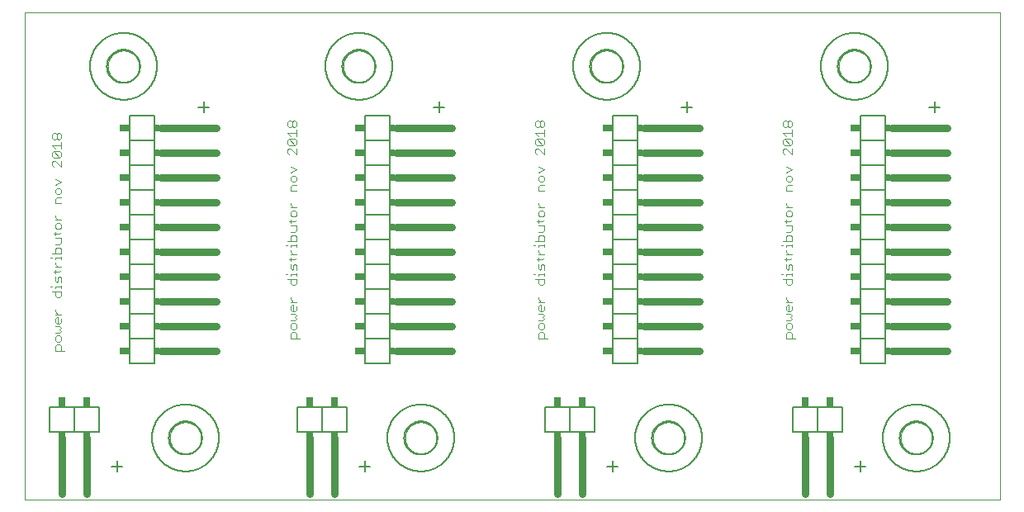
<source format=gto>
G75*
%MOIN*%
%OFA0B0*%
%FSLAX25Y25*%
%IPPOS*%
%LPD*%
%AMOC8*
5,1,8,0,0,1.08239X$1,22.5*
%
%ADD10C,0.00000*%
%ADD11C,0.00300*%
%ADD12C,0.00600*%
%ADD13C,0.03000*%
%ADD14R,0.02000X0.03000*%
%ADD15R,0.04000X0.03000*%
%ADD16C,0.00800*%
%ADD17R,0.03000X0.02000*%
%ADD18R,0.03000X0.04000*%
D10*
X0001000Y0002600D02*
X0001000Y0199450D01*
X0394701Y0199450D01*
X0394701Y0002600D01*
X0001000Y0002600D01*
X0059701Y0027600D02*
X0059703Y0027758D01*
X0059709Y0027916D01*
X0059719Y0028074D01*
X0059733Y0028232D01*
X0059751Y0028389D01*
X0059772Y0028546D01*
X0059798Y0028702D01*
X0059828Y0028858D01*
X0059861Y0029013D01*
X0059899Y0029166D01*
X0059940Y0029319D01*
X0059985Y0029471D01*
X0060034Y0029622D01*
X0060087Y0029771D01*
X0060143Y0029919D01*
X0060203Y0030065D01*
X0060267Y0030210D01*
X0060335Y0030353D01*
X0060406Y0030495D01*
X0060480Y0030635D01*
X0060558Y0030772D01*
X0060640Y0030908D01*
X0060724Y0031042D01*
X0060813Y0031173D01*
X0060904Y0031302D01*
X0060999Y0031429D01*
X0061096Y0031554D01*
X0061197Y0031676D01*
X0061301Y0031795D01*
X0061408Y0031912D01*
X0061518Y0032026D01*
X0061631Y0032137D01*
X0061746Y0032246D01*
X0061864Y0032351D01*
X0061985Y0032453D01*
X0062108Y0032553D01*
X0062234Y0032649D01*
X0062362Y0032742D01*
X0062492Y0032832D01*
X0062625Y0032918D01*
X0062760Y0033002D01*
X0062896Y0033081D01*
X0063035Y0033158D01*
X0063176Y0033230D01*
X0063318Y0033300D01*
X0063462Y0033365D01*
X0063608Y0033427D01*
X0063755Y0033485D01*
X0063904Y0033540D01*
X0064054Y0033591D01*
X0064205Y0033638D01*
X0064357Y0033681D01*
X0064510Y0033720D01*
X0064665Y0033756D01*
X0064820Y0033787D01*
X0064976Y0033815D01*
X0065132Y0033839D01*
X0065289Y0033859D01*
X0065447Y0033875D01*
X0065604Y0033887D01*
X0065763Y0033895D01*
X0065921Y0033899D01*
X0066079Y0033899D01*
X0066237Y0033895D01*
X0066396Y0033887D01*
X0066553Y0033875D01*
X0066711Y0033859D01*
X0066868Y0033839D01*
X0067024Y0033815D01*
X0067180Y0033787D01*
X0067335Y0033756D01*
X0067490Y0033720D01*
X0067643Y0033681D01*
X0067795Y0033638D01*
X0067946Y0033591D01*
X0068096Y0033540D01*
X0068245Y0033485D01*
X0068392Y0033427D01*
X0068538Y0033365D01*
X0068682Y0033300D01*
X0068824Y0033230D01*
X0068965Y0033158D01*
X0069104Y0033081D01*
X0069240Y0033002D01*
X0069375Y0032918D01*
X0069508Y0032832D01*
X0069638Y0032742D01*
X0069766Y0032649D01*
X0069892Y0032553D01*
X0070015Y0032453D01*
X0070136Y0032351D01*
X0070254Y0032246D01*
X0070369Y0032137D01*
X0070482Y0032026D01*
X0070592Y0031912D01*
X0070699Y0031795D01*
X0070803Y0031676D01*
X0070904Y0031554D01*
X0071001Y0031429D01*
X0071096Y0031302D01*
X0071187Y0031173D01*
X0071276Y0031042D01*
X0071360Y0030908D01*
X0071442Y0030772D01*
X0071520Y0030635D01*
X0071594Y0030495D01*
X0071665Y0030353D01*
X0071733Y0030210D01*
X0071797Y0030065D01*
X0071857Y0029919D01*
X0071913Y0029771D01*
X0071966Y0029622D01*
X0072015Y0029471D01*
X0072060Y0029319D01*
X0072101Y0029166D01*
X0072139Y0029013D01*
X0072172Y0028858D01*
X0072202Y0028702D01*
X0072228Y0028546D01*
X0072249Y0028389D01*
X0072267Y0028232D01*
X0072281Y0028074D01*
X0072291Y0027916D01*
X0072297Y0027758D01*
X0072299Y0027600D01*
X0072297Y0027442D01*
X0072291Y0027284D01*
X0072281Y0027126D01*
X0072267Y0026968D01*
X0072249Y0026811D01*
X0072228Y0026654D01*
X0072202Y0026498D01*
X0072172Y0026342D01*
X0072139Y0026187D01*
X0072101Y0026034D01*
X0072060Y0025881D01*
X0072015Y0025729D01*
X0071966Y0025578D01*
X0071913Y0025429D01*
X0071857Y0025281D01*
X0071797Y0025135D01*
X0071733Y0024990D01*
X0071665Y0024847D01*
X0071594Y0024705D01*
X0071520Y0024565D01*
X0071442Y0024428D01*
X0071360Y0024292D01*
X0071276Y0024158D01*
X0071187Y0024027D01*
X0071096Y0023898D01*
X0071001Y0023771D01*
X0070904Y0023646D01*
X0070803Y0023524D01*
X0070699Y0023405D01*
X0070592Y0023288D01*
X0070482Y0023174D01*
X0070369Y0023063D01*
X0070254Y0022954D01*
X0070136Y0022849D01*
X0070015Y0022747D01*
X0069892Y0022647D01*
X0069766Y0022551D01*
X0069638Y0022458D01*
X0069508Y0022368D01*
X0069375Y0022282D01*
X0069240Y0022198D01*
X0069104Y0022119D01*
X0068965Y0022042D01*
X0068824Y0021970D01*
X0068682Y0021900D01*
X0068538Y0021835D01*
X0068392Y0021773D01*
X0068245Y0021715D01*
X0068096Y0021660D01*
X0067946Y0021609D01*
X0067795Y0021562D01*
X0067643Y0021519D01*
X0067490Y0021480D01*
X0067335Y0021444D01*
X0067180Y0021413D01*
X0067024Y0021385D01*
X0066868Y0021361D01*
X0066711Y0021341D01*
X0066553Y0021325D01*
X0066396Y0021313D01*
X0066237Y0021305D01*
X0066079Y0021301D01*
X0065921Y0021301D01*
X0065763Y0021305D01*
X0065604Y0021313D01*
X0065447Y0021325D01*
X0065289Y0021341D01*
X0065132Y0021361D01*
X0064976Y0021385D01*
X0064820Y0021413D01*
X0064665Y0021444D01*
X0064510Y0021480D01*
X0064357Y0021519D01*
X0064205Y0021562D01*
X0064054Y0021609D01*
X0063904Y0021660D01*
X0063755Y0021715D01*
X0063608Y0021773D01*
X0063462Y0021835D01*
X0063318Y0021900D01*
X0063176Y0021970D01*
X0063035Y0022042D01*
X0062896Y0022119D01*
X0062760Y0022198D01*
X0062625Y0022282D01*
X0062492Y0022368D01*
X0062362Y0022458D01*
X0062234Y0022551D01*
X0062108Y0022647D01*
X0061985Y0022747D01*
X0061864Y0022849D01*
X0061746Y0022954D01*
X0061631Y0023063D01*
X0061518Y0023174D01*
X0061408Y0023288D01*
X0061301Y0023405D01*
X0061197Y0023524D01*
X0061096Y0023646D01*
X0060999Y0023771D01*
X0060904Y0023898D01*
X0060813Y0024027D01*
X0060724Y0024158D01*
X0060640Y0024292D01*
X0060558Y0024428D01*
X0060480Y0024565D01*
X0060406Y0024705D01*
X0060335Y0024847D01*
X0060267Y0024990D01*
X0060203Y0025135D01*
X0060143Y0025281D01*
X0060087Y0025429D01*
X0060034Y0025578D01*
X0059985Y0025729D01*
X0059940Y0025881D01*
X0059899Y0026034D01*
X0059861Y0026187D01*
X0059828Y0026342D01*
X0059798Y0026498D01*
X0059772Y0026654D01*
X0059751Y0026811D01*
X0059733Y0026968D01*
X0059719Y0027126D01*
X0059709Y0027284D01*
X0059703Y0027442D01*
X0059701Y0027600D01*
X0154701Y0027600D02*
X0154703Y0027758D01*
X0154709Y0027916D01*
X0154719Y0028074D01*
X0154733Y0028232D01*
X0154751Y0028389D01*
X0154772Y0028546D01*
X0154798Y0028702D01*
X0154828Y0028858D01*
X0154861Y0029013D01*
X0154899Y0029166D01*
X0154940Y0029319D01*
X0154985Y0029471D01*
X0155034Y0029622D01*
X0155087Y0029771D01*
X0155143Y0029919D01*
X0155203Y0030065D01*
X0155267Y0030210D01*
X0155335Y0030353D01*
X0155406Y0030495D01*
X0155480Y0030635D01*
X0155558Y0030772D01*
X0155640Y0030908D01*
X0155724Y0031042D01*
X0155813Y0031173D01*
X0155904Y0031302D01*
X0155999Y0031429D01*
X0156096Y0031554D01*
X0156197Y0031676D01*
X0156301Y0031795D01*
X0156408Y0031912D01*
X0156518Y0032026D01*
X0156631Y0032137D01*
X0156746Y0032246D01*
X0156864Y0032351D01*
X0156985Y0032453D01*
X0157108Y0032553D01*
X0157234Y0032649D01*
X0157362Y0032742D01*
X0157492Y0032832D01*
X0157625Y0032918D01*
X0157760Y0033002D01*
X0157896Y0033081D01*
X0158035Y0033158D01*
X0158176Y0033230D01*
X0158318Y0033300D01*
X0158462Y0033365D01*
X0158608Y0033427D01*
X0158755Y0033485D01*
X0158904Y0033540D01*
X0159054Y0033591D01*
X0159205Y0033638D01*
X0159357Y0033681D01*
X0159510Y0033720D01*
X0159665Y0033756D01*
X0159820Y0033787D01*
X0159976Y0033815D01*
X0160132Y0033839D01*
X0160289Y0033859D01*
X0160447Y0033875D01*
X0160604Y0033887D01*
X0160763Y0033895D01*
X0160921Y0033899D01*
X0161079Y0033899D01*
X0161237Y0033895D01*
X0161396Y0033887D01*
X0161553Y0033875D01*
X0161711Y0033859D01*
X0161868Y0033839D01*
X0162024Y0033815D01*
X0162180Y0033787D01*
X0162335Y0033756D01*
X0162490Y0033720D01*
X0162643Y0033681D01*
X0162795Y0033638D01*
X0162946Y0033591D01*
X0163096Y0033540D01*
X0163245Y0033485D01*
X0163392Y0033427D01*
X0163538Y0033365D01*
X0163682Y0033300D01*
X0163824Y0033230D01*
X0163965Y0033158D01*
X0164104Y0033081D01*
X0164240Y0033002D01*
X0164375Y0032918D01*
X0164508Y0032832D01*
X0164638Y0032742D01*
X0164766Y0032649D01*
X0164892Y0032553D01*
X0165015Y0032453D01*
X0165136Y0032351D01*
X0165254Y0032246D01*
X0165369Y0032137D01*
X0165482Y0032026D01*
X0165592Y0031912D01*
X0165699Y0031795D01*
X0165803Y0031676D01*
X0165904Y0031554D01*
X0166001Y0031429D01*
X0166096Y0031302D01*
X0166187Y0031173D01*
X0166276Y0031042D01*
X0166360Y0030908D01*
X0166442Y0030772D01*
X0166520Y0030635D01*
X0166594Y0030495D01*
X0166665Y0030353D01*
X0166733Y0030210D01*
X0166797Y0030065D01*
X0166857Y0029919D01*
X0166913Y0029771D01*
X0166966Y0029622D01*
X0167015Y0029471D01*
X0167060Y0029319D01*
X0167101Y0029166D01*
X0167139Y0029013D01*
X0167172Y0028858D01*
X0167202Y0028702D01*
X0167228Y0028546D01*
X0167249Y0028389D01*
X0167267Y0028232D01*
X0167281Y0028074D01*
X0167291Y0027916D01*
X0167297Y0027758D01*
X0167299Y0027600D01*
X0167297Y0027442D01*
X0167291Y0027284D01*
X0167281Y0027126D01*
X0167267Y0026968D01*
X0167249Y0026811D01*
X0167228Y0026654D01*
X0167202Y0026498D01*
X0167172Y0026342D01*
X0167139Y0026187D01*
X0167101Y0026034D01*
X0167060Y0025881D01*
X0167015Y0025729D01*
X0166966Y0025578D01*
X0166913Y0025429D01*
X0166857Y0025281D01*
X0166797Y0025135D01*
X0166733Y0024990D01*
X0166665Y0024847D01*
X0166594Y0024705D01*
X0166520Y0024565D01*
X0166442Y0024428D01*
X0166360Y0024292D01*
X0166276Y0024158D01*
X0166187Y0024027D01*
X0166096Y0023898D01*
X0166001Y0023771D01*
X0165904Y0023646D01*
X0165803Y0023524D01*
X0165699Y0023405D01*
X0165592Y0023288D01*
X0165482Y0023174D01*
X0165369Y0023063D01*
X0165254Y0022954D01*
X0165136Y0022849D01*
X0165015Y0022747D01*
X0164892Y0022647D01*
X0164766Y0022551D01*
X0164638Y0022458D01*
X0164508Y0022368D01*
X0164375Y0022282D01*
X0164240Y0022198D01*
X0164104Y0022119D01*
X0163965Y0022042D01*
X0163824Y0021970D01*
X0163682Y0021900D01*
X0163538Y0021835D01*
X0163392Y0021773D01*
X0163245Y0021715D01*
X0163096Y0021660D01*
X0162946Y0021609D01*
X0162795Y0021562D01*
X0162643Y0021519D01*
X0162490Y0021480D01*
X0162335Y0021444D01*
X0162180Y0021413D01*
X0162024Y0021385D01*
X0161868Y0021361D01*
X0161711Y0021341D01*
X0161553Y0021325D01*
X0161396Y0021313D01*
X0161237Y0021305D01*
X0161079Y0021301D01*
X0160921Y0021301D01*
X0160763Y0021305D01*
X0160604Y0021313D01*
X0160447Y0021325D01*
X0160289Y0021341D01*
X0160132Y0021361D01*
X0159976Y0021385D01*
X0159820Y0021413D01*
X0159665Y0021444D01*
X0159510Y0021480D01*
X0159357Y0021519D01*
X0159205Y0021562D01*
X0159054Y0021609D01*
X0158904Y0021660D01*
X0158755Y0021715D01*
X0158608Y0021773D01*
X0158462Y0021835D01*
X0158318Y0021900D01*
X0158176Y0021970D01*
X0158035Y0022042D01*
X0157896Y0022119D01*
X0157760Y0022198D01*
X0157625Y0022282D01*
X0157492Y0022368D01*
X0157362Y0022458D01*
X0157234Y0022551D01*
X0157108Y0022647D01*
X0156985Y0022747D01*
X0156864Y0022849D01*
X0156746Y0022954D01*
X0156631Y0023063D01*
X0156518Y0023174D01*
X0156408Y0023288D01*
X0156301Y0023405D01*
X0156197Y0023524D01*
X0156096Y0023646D01*
X0155999Y0023771D01*
X0155904Y0023898D01*
X0155813Y0024027D01*
X0155724Y0024158D01*
X0155640Y0024292D01*
X0155558Y0024428D01*
X0155480Y0024565D01*
X0155406Y0024705D01*
X0155335Y0024847D01*
X0155267Y0024990D01*
X0155203Y0025135D01*
X0155143Y0025281D01*
X0155087Y0025429D01*
X0155034Y0025578D01*
X0154985Y0025729D01*
X0154940Y0025881D01*
X0154899Y0026034D01*
X0154861Y0026187D01*
X0154828Y0026342D01*
X0154798Y0026498D01*
X0154772Y0026654D01*
X0154751Y0026811D01*
X0154733Y0026968D01*
X0154719Y0027126D01*
X0154709Y0027284D01*
X0154703Y0027442D01*
X0154701Y0027600D01*
X0254701Y0027600D02*
X0254703Y0027758D01*
X0254709Y0027916D01*
X0254719Y0028074D01*
X0254733Y0028232D01*
X0254751Y0028389D01*
X0254772Y0028546D01*
X0254798Y0028702D01*
X0254828Y0028858D01*
X0254861Y0029013D01*
X0254899Y0029166D01*
X0254940Y0029319D01*
X0254985Y0029471D01*
X0255034Y0029622D01*
X0255087Y0029771D01*
X0255143Y0029919D01*
X0255203Y0030065D01*
X0255267Y0030210D01*
X0255335Y0030353D01*
X0255406Y0030495D01*
X0255480Y0030635D01*
X0255558Y0030772D01*
X0255640Y0030908D01*
X0255724Y0031042D01*
X0255813Y0031173D01*
X0255904Y0031302D01*
X0255999Y0031429D01*
X0256096Y0031554D01*
X0256197Y0031676D01*
X0256301Y0031795D01*
X0256408Y0031912D01*
X0256518Y0032026D01*
X0256631Y0032137D01*
X0256746Y0032246D01*
X0256864Y0032351D01*
X0256985Y0032453D01*
X0257108Y0032553D01*
X0257234Y0032649D01*
X0257362Y0032742D01*
X0257492Y0032832D01*
X0257625Y0032918D01*
X0257760Y0033002D01*
X0257896Y0033081D01*
X0258035Y0033158D01*
X0258176Y0033230D01*
X0258318Y0033300D01*
X0258462Y0033365D01*
X0258608Y0033427D01*
X0258755Y0033485D01*
X0258904Y0033540D01*
X0259054Y0033591D01*
X0259205Y0033638D01*
X0259357Y0033681D01*
X0259510Y0033720D01*
X0259665Y0033756D01*
X0259820Y0033787D01*
X0259976Y0033815D01*
X0260132Y0033839D01*
X0260289Y0033859D01*
X0260447Y0033875D01*
X0260604Y0033887D01*
X0260763Y0033895D01*
X0260921Y0033899D01*
X0261079Y0033899D01*
X0261237Y0033895D01*
X0261396Y0033887D01*
X0261553Y0033875D01*
X0261711Y0033859D01*
X0261868Y0033839D01*
X0262024Y0033815D01*
X0262180Y0033787D01*
X0262335Y0033756D01*
X0262490Y0033720D01*
X0262643Y0033681D01*
X0262795Y0033638D01*
X0262946Y0033591D01*
X0263096Y0033540D01*
X0263245Y0033485D01*
X0263392Y0033427D01*
X0263538Y0033365D01*
X0263682Y0033300D01*
X0263824Y0033230D01*
X0263965Y0033158D01*
X0264104Y0033081D01*
X0264240Y0033002D01*
X0264375Y0032918D01*
X0264508Y0032832D01*
X0264638Y0032742D01*
X0264766Y0032649D01*
X0264892Y0032553D01*
X0265015Y0032453D01*
X0265136Y0032351D01*
X0265254Y0032246D01*
X0265369Y0032137D01*
X0265482Y0032026D01*
X0265592Y0031912D01*
X0265699Y0031795D01*
X0265803Y0031676D01*
X0265904Y0031554D01*
X0266001Y0031429D01*
X0266096Y0031302D01*
X0266187Y0031173D01*
X0266276Y0031042D01*
X0266360Y0030908D01*
X0266442Y0030772D01*
X0266520Y0030635D01*
X0266594Y0030495D01*
X0266665Y0030353D01*
X0266733Y0030210D01*
X0266797Y0030065D01*
X0266857Y0029919D01*
X0266913Y0029771D01*
X0266966Y0029622D01*
X0267015Y0029471D01*
X0267060Y0029319D01*
X0267101Y0029166D01*
X0267139Y0029013D01*
X0267172Y0028858D01*
X0267202Y0028702D01*
X0267228Y0028546D01*
X0267249Y0028389D01*
X0267267Y0028232D01*
X0267281Y0028074D01*
X0267291Y0027916D01*
X0267297Y0027758D01*
X0267299Y0027600D01*
X0267297Y0027442D01*
X0267291Y0027284D01*
X0267281Y0027126D01*
X0267267Y0026968D01*
X0267249Y0026811D01*
X0267228Y0026654D01*
X0267202Y0026498D01*
X0267172Y0026342D01*
X0267139Y0026187D01*
X0267101Y0026034D01*
X0267060Y0025881D01*
X0267015Y0025729D01*
X0266966Y0025578D01*
X0266913Y0025429D01*
X0266857Y0025281D01*
X0266797Y0025135D01*
X0266733Y0024990D01*
X0266665Y0024847D01*
X0266594Y0024705D01*
X0266520Y0024565D01*
X0266442Y0024428D01*
X0266360Y0024292D01*
X0266276Y0024158D01*
X0266187Y0024027D01*
X0266096Y0023898D01*
X0266001Y0023771D01*
X0265904Y0023646D01*
X0265803Y0023524D01*
X0265699Y0023405D01*
X0265592Y0023288D01*
X0265482Y0023174D01*
X0265369Y0023063D01*
X0265254Y0022954D01*
X0265136Y0022849D01*
X0265015Y0022747D01*
X0264892Y0022647D01*
X0264766Y0022551D01*
X0264638Y0022458D01*
X0264508Y0022368D01*
X0264375Y0022282D01*
X0264240Y0022198D01*
X0264104Y0022119D01*
X0263965Y0022042D01*
X0263824Y0021970D01*
X0263682Y0021900D01*
X0263538Y0021835D01*
X0263392Y0021773D01*
X0263245Y0021715D01*
X0263096Y0021660D01*
X0262946Y0021609D01*
X0262795Y0021562D01*
X0262643Y0021519D01*
X0262490Y0021480D01*
X0262335Y0021444D01*
X0262180Y0021413D01*
X0262024Y0021385D01*
X0261868Y0021361D01*
X0261711Y0021341D01*
X0261553Y0021325D01*
X0261396Y0021313D01*
X0261237Y0021305D01*
X0261079Y0021301D01*
X0260921Y0021301D01*
X0260763Y0021305D01*
X0260604Y0021313D01*
X0260447Y0021325D01*
X0260289Y0021341D01*
X0260132Y0021361D01*
X0259976Y0021385D01*
X0259820Y0021413D01*
X0259665Y0021444D01*
X0259510Y0021480D01*
X0259357Y0021519D01*
X0259205Y0021562D01*
X0259054Y0021609D01*
X0258904Y0021660D01*
X0258755Y0021715D01*
X0258608Y0021773D01*
X0258462Y0021835D01*
X0258318Y0021900D01*
X0258176Y0021970D01*
X0258035Y0022042D01*
X0257896Y0022119D01*
X0257760Y0022198D01*
X0257625Y0022282D01*
X0257492Y0022368D01*
X0257362Y0022458D01*
X0257234Y0022551D01*
X0257108Y0022647D01*
X0256985Y0022747D01*
X0256864Y0022849D01*
X0256746Y0022954D01*
X0256631Y0023063D01*
X0256518Y0023174D01*
X0256408Y0023288D01*
X0256301Y0023405D01*
X0256197Y0023524D01*
X0256096Y0023646D01*
X0255999Y0023771D01*
X0255904Y0023898D01*
X0255813Y0024027D01*
X0255724Y0024158D01*
X0255640Y0024292D01*
X0255558Y0024428D01*
X0255480Y0024565D01*
X0255406Y0024705D01*
X0255335Y0024847D01*
X0255267Y0024990D01*
X0255203Y0025135D01*
X0255143Y0025281D01*
X0255087Y0025429D01*
X0255034Y0025578D01*
X0254985Y0025729D01*
X0254940Y0025881D01*
X0254899Y0026034D01*
X0254861Y0026187D01*
X0254828Y0026342D01*
X0254798Y0026498D01*
X0254772Y0026654D01*
X0254751Y0026811D01*
X0254733Y0026968D01*
X0254719Y0027126D01*
X0254709Y0027284D01*
X0254703Y0027442D01*
X0254701Y0027600D01*
X0354701Y0027600D02*
X0354703Y0027758D01*
X0354709Y0027916D01*
X0354719Y0028074D01*
X0354733Y0028232D01*
X0354751Y0028389D01*
X0354772Y0028546D01*
X0354798Y0028702D01*
X0354828Y0028858D01*
X0354861Y0029013D01*
X0354899Y0029166D01*
X0354940Y0029319D01*
X0354985Y0029471D01*
X0355034Y0029622D01*
X0355087Y0029771D01*
X0355143Y0029919D01*
X0355203Y0030065D01*
X0355267Y0030210D01*
X0355335Y0030353D01*
X0355406Y0030495D01*
X0355480Y0030635D01*
X0355558Y0030772D01*
X0355640Y0030908D01*
X0355724Y0031042D01*
X0355813Y0031173D01*
X0355904Y0031302D01*
X0355999Y0031429D01*
X0356096Y0031554D01*
X0356197Y0031676D01*
X0356301Y0031795D01*
X0356408Y0031912D01*
X0356518Y0032026D01*
X0356631Y0032137D01*
X0356746Y0032246D01*
X0356864Y0032351D01*
X0356985Y0032453D01*
X0357108Y0032553D01*
X0357234Y0032649D01*
X0357362Y0032742D01*
X0357492Y0032832D01*
X0357625Y0032918D01*
X0357760Y0033002D01*
X0357896Y0033081D01*
X0358035Y0033158D01*
X0358176Y0033230D01*
X0358318Y0033300D01*
X0358462Y0033365D01*
X0358608Y0033427D01*
X0358755Y0033485D01*
X0358904Y0033540D01*
X0359054Y0033591D01*
X0359205Y0033638D01*
X0359357Y0033681D01*
X0359510Y0033720D01*
X0359665Y0033756D01*
X0359820Y0033787D01*
X0359976Y0033815D01*
X0360132Y0033839D01*
X0360289Y0033859D01*
X0360447Y0033875D01*
X0360604Y0033887D01*
X0360763Y0033895D01*
X0360921Y0033899D01*
X0361079Y0033899D01*
X0361237Y0033895D01*
X0361396Y0033887D01*
X0361553Y0033875D01*
X0361711Y0033859D01*
X0361868Y0033839D01*
X0362024Y0033815D01*
X0362180Y0033787D01*
X0362335Y0033756D01*
X0362490Y0033720D01*
X0362643Y0033681D01*
X0362795Y0033638D01*
X0362946Y0033591D01*
X0363096Y0033540D01*
X0363245Y0033485D01*
X0363392Y0033427D01*
X0363538Y0033365D01*
X0363682Y0033300D01*
X0363824Y0033230D01*
X0363965Y0033158D01*
X0364104Y0033081D01*
X0364240Y0033002D01*
X0364375Y0032918D01*
X0364508Y0032832D01*
X0364638Y0032742D01*
X0364766Y0032649D01*
X0364892Y0032553D01*
X0365015Y0032453D01*
X0365136Y0032351D01*
X0365254Y0032246D01*
X0365369Y0032137D01*
X0365482Y0032026D01*
X0365592Y0031912D01*
X0365699Y0031795D01*
X0365803Y0031676D01*
X0365904Y0031554D01*
X0366001Y0031429D01*
X0366096Y0031302D01*
X0366187Y0031173D01*
X0366276Y0031042D01*
X0366360Y0030908D01*
X0366442Y0030772D01*
X0366520Y0030635D01*
X0366594Y0030495D01*
X0366665Y0030353D01*
X0366733Y0030210D01*
X0366797Y0030065D01*
X0366857Y0029919D01*
X0366913Y0029771D01*
X0366966Y0029622D01*
X0367015Y0029471D01*
X0367060Y0029319D01*
X0367101Y0029166D01*
X0367139Y0029013D01*
X0367172Y0028858D01*
X0367202Y0028702D01*
X0367228Y0028546D01*
X0367249Y0028389D01*
X0367267Y0028232D01*
X0367281Y0028074D01*
X0367291Y0027916D01*
X0367297Y0027758D01*
X0367299Y0027600D01*
X0367297Y0027442D01*
X0367291Y0027284D01*
X0367281Y0027126D01*
X0367267Y0026968D01*
X0367249Y0026811D01*
X0367228Y0026654D01*
X0367202Y0026498D01*
X0367172Y0026342D01*
X0367139Y0026187D01*
X0367101Y0026034D01*
X0367060Y0025881D01*
X0367015Y0025729D01*
X0366966Y0025578D01*
X0366913Y0025429D01*
X0366857Y0025281D01*
X0366797Y0025135D01*
X0366733Y0024990D01*
X0366665Y0024847D01*
X0366594Y0024705D01*
X0366520Y0024565D01*
X0366442Y0024428D01*
X0366360Y0024292D01*
X0366276Y0024158D01*
X0366187Y0024027D01*
X0366096Y0023898D01*
X0366001Y0023771D01*
X0365904Y0023646D01*
X0365803Y0023524D01*
X0365699Y0023405D01*
X0365592Y0023288D01*
X0365482Y0023174D01*
X0365369Y0023063D01*
X0365254Y0022954D01*
X0365136Y0022849D01*
X0365015Y0022747D01*
X0364892Y0022647D01*
X0364766Y0022551D01*
X0364638Y0022458D01*
X0364508Y0022368D01*
X0364375Y0022282D01*
X0364240Y0022198D01*
X0364104Y0022119D01*
X0363965Y0022042D01*
X0363824Y0021970D01*
X0363682Y0021900D01*
X0363538Y0021835D01*
X0363392Y0021773D01*
X0363245Y0021715D01*
X0363096Y0021660D01*
X0362946Y0021609D01*
X0362795Y0021562D01*
X0362643Y0021519D01*
X0362490Y0021480D01*
X0362335Y0021444D01*
X0362180Y0021413D01*
X0362024Y0021385D01*
X0361868Y0021361D01*
X0361711Y0021341D01*
X0361553Y0021325D01*
X0361396Y0021313D01*
X0361237Y0021305D01*
X0361079Y0021301D01*
X0360921Y0021301D01*
X0360763Y0021305D01*
X0360604Y0021313D01*
X0360447Y0021325D01*
X0360289Y0021341D01*
X0360132Y0021361D01*
X0359976Y0021385D01*
X0359820Y0021413D01*
X0359665Y0021444D01*
X0359510Y0021480D01*
X0359357Y0021519D01*
X0359205Y0021562D01*
X0359054Y0021609D01*
X0358904Y0021660D01*
X0358755Y0021715D01*
X0358608Y0021773D01*
X0358462Y0021835D01*
X0358318Y0021900D01*
X0358176Y0021970D01*
X0358035Y0022042D01*
X0357896Y0022119D01*
X0357760Y0022198D01*
X0357625Y0022282D01*
X0357492Y0022368D01*
X0357362Y0022458D01*
X0357234Y0022551D01*
X0357108Y0022647D01*
X0356985Y0022747D01*
X0356864Y0022849D01*
X0356746Y0022954D01*
X0356631Y0023063D01*
X0356518Y0023174D01*
X0356408Y0023288D01*
X0356301Y0023405D01*
X0356197Y0023524D01*
X0356096Y0023646D01*
X0355999Y0023771D01*
X0355904Y0023898D01*
X0355813Y0024027D01*
X0355724Y0024158D01*
X0355640Y0024292D01*
X0355558Y0024428D01*
X0355480Y0024565D01*
X0355406Y0024705D01*
X0355335Y0024847D01*
X0355267Y0024990D01*
X0355203Y0025135D01*
X0355143Y0025281D01*
X0355087Y0025429D01*
X0355034Y0025578D01*
X0354985Y0025729D01*
X0354940Y0025881D01*
X0354899Y0026034D01*
X0354861Y0026187D01*
X0354828Y0026342D01*
X0354798Y0026498D01*
X0354772Y0026654D01*
X0354751Y0026811D01*
X0354733Y0026968D01*
X0354719Y0027126D01*
X0354709Y0027284D01*
X0354703Y0027442D01*
X0354701Y0027600D01*
X0329701Y0177600D02*
X0329703Y0177758D01*
X0329709Y0177916D01*
X0329719Y0178074D01*
X0329733Y0178232D01*
X0329751Y0178389D01*
X0329772Y0178546D01*
X0329798Y0178702D01*
X0329828Y0178858D01*
X0329861Y0179013D01*
X0329899Y0179166D01*
X0329940Y0179319D01*
X0329985Y0179471D01*
X0330034Y0179622D01*
X0330087Y0179771D01*
X0330143Y0179919D01*
X0330203Y0180065D01*
X0330267Y0180210D01*
X0330335Y0180353D01*
X0330406Y0180495D01*
X0330480Y0180635D01*
X0330558Y0180772D01*
X0330640Y0180908D01*
X0330724Y0181042D01*
X0330813Y0181173D01*
X0330904Y0181302D01*
X0330999Y0181429D01*
X0331096Y0181554D01*
X0331197Y0181676D01*
X0331301Y0181795D01*
X0331408Y0181912D01*
X0331518Y0182026D01*
X0331631Y0182137D01*
X0331746Y0182246D01*
X0331864Y0182351D01*
X0331985Y0182453D01*
X0332108Y0182553D01*
X0332234Y0182649D01*
X0332362Y0182742D01*
X0332492Y0182832D01*
X0332625Y0182918D01*
X0332760Y0183002D01*
X0332896Y0183081D01*
X0333035Y0183158D01*
X0333176Y0183230D01*
X0333318Y0183300D01*
X0333462Y0183365D01*
X0333608Y0183427D01*
X0333755Y0183485D01*
X0333904Y0183540D01*
X0334054Y0183591D01*
X0334205Y0183638D01*
X0334357Y0183681D01*
X0334510Y0183720D01*
X0334665Y0183756D01*
X0334820Y0183787D01*
X0334976Y0183815D01*
X0335132Y0183839D01*
X0335289Y0183859D01*
X0335447Y0183875D01*
X0335604Y0183887D01*
X0335763Y0183895D01*
X0335921Y0183899D01*
X0336079Y0183899D01*
X0336237Y0183895D01*
X0336396Y0183887D01*
X0336553Y0183875D01*
X0336711Y0183859D01*
X0336868Y0183839D01*
X0337024Y0183815D01*
X0337180Y0183787D01*
X0337335Y0183756D01*
X0337490Y0183720D01*
X0337643Y0183681D01*
X0337795Y0183638D01*
X0337946Y0183591D01*
X0338096Y0183540D01*
X0338245Y0183485D01*
X0338392Y0183427D01*
X0338538Y0183365D01*
X0338682Y0183300D01*
X0338824Y0183230D01*
X0338965Y0183158D01*
X0339104Y0183081D01*
X0339240Y0183002D01*
X0339375Y0182918D01*
X0339508Y0182832D01*
X0339638Y0182742D01*
X0339766Y0182649D01*
X0339892Y0182553D01*
X0340015Y0182453D01*
X0340136Y0182351D01*
X0340254Y0182246D01*
X0340369Y0182137D01*
X0340482Y0182026D01*
X0340592Y0181912D01*
X0340699Y0181795D01*
X0340803Y0181676D01*
X0340904Y0181554D01*
X0341001Y0181429D01*
X0341096Y0181302D01*
X0341187Y0181173D01*
X0341276Y0181042D01*
X0341360Y0180908D01*
X0341442Y0180772D01*
X0341520Y0180635D01*
X0341594Y0180495D01*
X0341665Y0180353D01*
X0341733Y0180210D01*
X0341797Y0180065D01*
X0341857Y0179919D01*
X0341913Y0179771D01*
X0341966Y0179622D01*
X0342015Y0179471D01*
X0342060Y0179319D01*
X0342101Y0179166D01*
X0342139Y0179013D01*
X0342172Y0178858D01*
X0342202Y0178702D01*
X0342228Y0178546D01*
X0342249Y0178389D01*
X0342267Y0178232D01*
X0342281Y0178074D01*
X0342291Y0177916D01*
X0342297Y0177758D01*
X0342299Y0177600D01*
X0342297Y0177442D01*
X0342291Y0177284D01*
X0342281Y0177126D01*
X0342267Y0176968D01*
X0342249Y0176811D01*
X0342228Y0176654D01*
X0342202Y0176498D01*
X0342172Y0176342D01*
X0342139Y0176187D01*
X0342101Y0176034D01*
X0342060Y0175881D01*
X0342015Y0175729D01*
X0341966Y0175578D01*
X0341913Y0175429D01*
X0341857Y0175281D01*
X0341797Y0175135D01*
X0341733Y0174990D01*
X0341665Y0174847D01*
X0341594Y0174705D01*
X0341520Y0174565D01*
X0341442Y0174428D01*
X0341360Y0174292D01*
X0341276Y0174158D01*
X0341187Y0174027D01*
X0341096Y0173898D01*
X0341001Y0173771D01*
X0340904Y0173646D01*
X0340803Y0173524D01*
X0340699Y0173405D01*
X0340592Y0173288D01*
X0340482Y0173174D01*
X0340369Y0173063D01*
X0340254Y0172954D01*
X0340136Y0172849D01*
X0340015Y0172747D01*
X0339892Y0172647D01*
X0339766Y0172551D01*
X0339638Y0172458D01*
X0339508Y0172368D01*
X0339375Y0172282D01*
X0339240Y0172198D01*
X0339104Y0172119D01*
X0338965Y0172042D01*
X0338824Y0171970D01*
X0338682Y0171900D01*
X0338538Y0171835D01*
X0338392Y0171773D01*
X0338245Y0171715D01*
X0338096Y0171660D01*
X0337946Y0171609D01*
X0337795Y0171562D01*
X0337643Y0171519D01*
X0337490Y0171480D01*
X0337335Y0171444D01*
X0337180Y0171413D01*
X0337024Y0171385D01*
X0336868Y0171361D01*
X0336711Y0171341D01*
X0336553Y0171325D01*
X0336396Y0171313D01*
X0336237Y0171305D01*
X0336079Y0171301D01*
X0335921Y0171301D01*
X0335763Y0171305D01*
X0335604Y0171313D01*
X0335447Y0171325D01*
X0335289Y0171341D01*
X0335132Y0171361D01*
X0334976Y0171385D01*
X0334820Y0171413D01*
X0334665Y0171444D01*
X0334510Y0171480D01*
X0334357Y0171519D01*
X0334205Y0171562D01*
X0334054Y0171609D01*
X0333904Y0171660D01*
X0333755Y0171715D01*
X0333608Y0171773D01*
X0333462Y0171835D01*
X0333318Y0171900D01*
X0333176Y0171970D01*
X0333035Y0172042D01*
X0332896Y0172119D01*
X0332760Y0172198D01*
X0332625Y0172282D01*
X0332492Y0172368D01*
X0332362Y0172458D01*
X0332234Y0172551D01*
X0332108Y0172647D01*
X0331985Y0172747D01*
X0331864Y0172849D01*
X0331746Y0172954D01*
X0331631Y0173063D01*
X0331518Y0173174D01*
X0331408Y0173288D01*
X0331301Y0173405D01*
X0331197Y0173524D01*
X0331096Y0173646D01*
X0330999Y0173771D01*
X0330904Y0173898D01*
X0330813Y0174027D01*
X0330724Y0174158D01*
X0330640Y0174292D01*
X0330558Y0174428D01*
X0330480Y0174565D01*
X0330406Y0174705D01*
X0330335Y0174847D01*
X0330267Y0174990D01*
X0330203Y0175135D01*
X0330143Y0175281D01*
X0330087Y0175429D01*
X0330034Y0175578D01*
X0329985Y0175729D01*
X0329940Y0175881D01*
X0329899Y0176034D01*
X0329861Y0176187D01*
X0329828Y0176342D01*
X0329798Y0176498D01*
X0329772Y0176654D01*
X0329751Y0176811D01*
X0329733Y0176968D01*
X0329719Y0177126D01*
X0329709Y0177284D01*
X0329703Y0177442D01*
X0329701Y0177600D01*
X0229701Y0177600D02*
X0229703Y0177758D01*
X0229709Y0177916D01*
X0229719Y0178074D01*
X0229733Y0178232D01*
X0229751Y0178389D01*
X0229772Y0178546D01*
X0229798Y0178702D01*
X0229828Y0178858D01*
X0229861Y0179013D01*
X0229899Y0179166D01*
X0229940Y0179319D01*
X0229985Y0179471D01*
X0230034Y0179622D01*
X0230087Y0179771D01*
X0230143Y0179919D01*
X0230203Y0180065D01*
X0230267Y0180210D01*
X0230335Y0180353D01*
X0230406Y0180495D01*
X0230480Y0180635D01*
X0230558Y0180772D01*
X0230640Y0180908D01*
X0230724Y0181042D01*
X0230813Y0181173D01*
X0230904Y0181302D01*
X0230999Y0181429D01*
X0231096Y0181554D01*
X0231197Y0181676D01*
X0231301Y0181795D01*
X0231408Y0181912D01*
X0231518Y0182026D01*
X0231631Y0182137D01*
X0231746Y0182246D01*
X0231864Y0182351D01*
X0231985Y0182453D01*
X0232108Y0182553D01*
X0232234Y0182649D01*
X0232362Y0182742D01*
X0232492Y0182832D01*
X0232625Y0182918D01*
X0232760Y0183002D01*
X0232896Y0183081D01*
X0233035Y0183158D01*
X0233176Y0183230D01*
X0233318Y0183300D01*
X0233462Y0183365D01*
X0233608Y0183427D01*
X0233755Y0183485D01*
X0233904Y0183540D01*
X0234054Y0183591D01*
X0234205Y0183638D01*
X0234357Y0183681D01*
X0234510Y0183720D01*
X0234665Y0183756D01*
X0234820Y0183787D01*
X0234976Y0183815D01*
X0235132Y0183839D01*
X0235289Y0183859D01*
X0235447Y0183875D01*
X0235604Y0183887D01*
X0235763Y0183895D01*
X0235921Y0183899D01*
X0236079Y0183899D01*
X0236237Y0183895D01*
X0236396Y0183887D01*
X0236553Y0183875D01*
X0236711Y0183859D01*
X0236868Y0183839D01*
X0237024Y0183815D01*
X0237180Y0183787D01*
X0237335Y0183756D01*
X0237490Y0183720D01*
X0237643Y0183681D01*
X0237795Y0183638D01*
X0237946Y0183591D01*
X0238096Y0183540D01*
X0238245Y0183485D01*
X0238392Y0183427D01*
X0238538Y0183365D01*
X0238682Y0183300D01*
X0238824Y0183230D01*
X0238965Y0183158D01*
X0239104Y0183081D01*
X0239240Y0183002D01*
X0239375Y0182918D01*
X0239508Y0182832D01*
X0239638Y0182742D01*
X0239766Y0182649D01*
X0239892Y0182553D01*
X0240015Y0182453D01*
X0240136Y0182351D01*
X0240254Y0182246D01*
X0240369Y0182137D01*
X0240482Y0182026D01*
X0240592Y0181912D01*
X0240699Y0181795D01*
X0240803Y0181676D01*
X0240904Y0181554D01*
X0241001Y0181429D01*
X0241096Y0181302D01*
X0241187Y0181173D01*
X0241276Y0181042D01*
X0241360Y0180908D01*
X0241442Y0180772D01*
X0241520Y0180635D01*
X0241594Y0180495D01*
X0241665Y0180353D01*
X0241733Y0180210D01*
X0241797Y0180065D01*
X0241857Y0179919D01*
X0241913Y0179771D01*
X0241966Y0179622D01*
X0242015Y0179471D01*
X0242060Y0179319D01*
X0242101Y0179166D01*
X0242139Y0179013D01*
X0242172Y0178858D01*
X0242202Y0178702D01*
X0242228Y0178546D01*
X0242249Y0178389D01*
X0242267Y0178232D01*
X0242281Y0178074D01*
X0242291Y0177916D01*
X0242297Y0177758D01*
X0242299Y0177600D01*
X0242297Y0177442D01*
X0242291Y0177284D01*
X0242281Y0177126D01*
X0242267Y0176968D01*
X0242249Y0176811D01*
X0242228Y0176654D01*
X0242202Y0176498D01*
X0242172Y0176342D01*
X0242139Y0176187D01*
X0242101Y0176034D01*
X0242060Y0175881D01*
X0242015Y0175729D01*
X0241966Y0175578D01*
X0241913Y0175429D01*
X0241857Y0175281D01*
X0241797Y0175135D01*
X0241733Y0174990D01*
X0241665Y0174847D01*
X0241594Y0174705D01*
X0241520Y0174565D01*
X0241442Y0174428D01*
X0241360Y0174292D01*
X0241276Y0174158D01*
X0241187Y0174027D01*
X0241096Y0173898D01*
X0241001Y0173771D01*
X0240904Y0173646D01*
X0240803Y0173524D01*
X0240699Y0173405D01*
X0240592Y0173288D01*
X0240482Y0173174D01*
X0240369Y0173063D01*
X0240254Y0172954D01*
X0240136Y0172849D01*
X0240015Y0172747D01*
X0239892Y0172647D01*
X0239766Y0172551D01*
X0239638Y0172458D01*
X0239508Y0172368D01*
X0239375Y0172282D01*
X0239240Y0172198D01*
X0239104Y0172119D01*
X0238965Y0172042D01*
X0238824Y0171970D01*
X0238682Y0171900D01*
X0238538Y0171835D01*
X0238392Y0171773D01*
X0238245Y0171715D01*
X0238096Y0171660D01*
X0237946Y0171609D01*
X0237795Y0171562D01*
X0237643Y0171519D01*
X0237490Y0171480D01*
X0237335Y0171444D01*
X0237180Y0171413D01*
X0237024Y0171385D01*
X0236868Y0171361D01*
X0236711Y0171341D01*
X0236553Y0171325D01*
X0236396Y0171313D01*
X0236237Y0171305D01*
X0236079Y0171301D01*
X0235921Y0171301D01*
X0235763Y0171305D01*
X0235604Y0171313D01*
X0235447Y0171325D01*
X0235289Y0171341D01*
X0235132Y0171361D01*
X0234976Y0171385D01*
X0234820Y0171413D01*
X0234665Y0171444D01*
X0234510Y0171480D01*
X0234357Y0171519D01*
X0234205Y0171562D01*
X0234054Y0171609D01*
X0233904Y0171660D01*
X0233755Y0171715D01*
X0233608Y0171773D01*
X0233462Y0171835D01*
X0233318Y0171900D01*
X0233176Y0171970D01*
X0233035Y0172042D01*
X0232896Y0172119D01*
X0232760Y0172198D01*
X0232625Y0172282D01*
X0232492Y0172368D01*
X0232362Y0172458D01*
X0232234Y0172551D01*
X0232108Y0172647D01*
X0231985Y0172747D01*
X0231864Y0172849D01*
X0231746Y0172954D01*
X0231631Y0173063D01*
X0231518Y0173174D01*
X0231408Y0173288D01*
X0231301Y0173405D01*
X0231197Y0173524D01*
X0231096Y0173646D01*
X0230999Y0173771D01*
X0230904Y0173898D01*
X0230813Y0174027D01*
X0230724Y0174158D01*
X0230640Y0174292D01*
X0230558Y0174428D01*
X0230480Y0174565D01*
X0230406Y0174705D01*
X0230335Y0174847D01*
X0230267Y0174990D01*
X0230203Y0175135D01*
X0230143Y0175281D01*
X0230087Y0175429D01*
X0230034Y0175578D01*
X0229985Y0175729D01*
X0229940Y0175881D01*
X0229899Y0176034D01*
X0229861Y0176187D01*
X0229828Y0176342D01*
X0229798Y0176498D01*
X0229772Y0176654D01*
X0229751Y0176811D01*
X0229733Y0176968D01*
X0229719Y0177126D01*
X0229709Y0177284D01*
X0229703Y0177442D01*
X0229701Y0177600D01*
X0129701Y0177600D02*
X0129703Y0177758D01*
X0129709Y0177916D01*
X0129719Y0178074D01*
X0129733Y0178232D01*
X0129751Y0178389D01*
X0129772Y0178546D01*
X0129798Y0178702D01*
X0129828Y0178858D01*
X0129861Y0179013D01*
X0129899Y0179166D01*
X0129940Y0179319D01*
X0129985Y0179471D01*
X0130034Y0179622D01*
X0130087Y0179771D01*
X0130143Y0179919D01*
X0130203Y0180065D01*
X0130267Y0180210D01*
X0130335Y0180353D01*
X0130406Y0180495D01*
X0130480Y0180635D01*
X0130558Y0180772D01*
X0130640Y0180908D01*
X0130724Y0181042D01*
X0130813Y0181173D01*
X0130904Y0181302D01*
X0130999Y0181429D01*
X0131096Y0181554D01*
X0131197Y0181676D01*
X0131301Y0181795D01*
X0131408Y0181912D01*
X0131518Y0182026D01*
X0131631Y0182137D01*
X0131746Y0182246D01*
X0131864Y0182351D01*
X0131985Y0182453D01*
X0132108Y0182553D01*
X0132234Y0182649D01*
X0132362Y0182742D01*
X0132492Y0182832D01*
X0132625Y0182918D01*
X0132760Y0183002D01*
X0132896Y0183081D01*
X0133035Y0183158D01*
X0133176Y0183230D01*
X0133318Y0183300D01*
X0133462Y0183365D01*
X0133608Y0183427D01*
X0133755Y0183485D01*
X0133904Y0183540D01*
X0134054Y0183591D01*
X0134205Y0183638D01*
X0134357Y0183681D01*
X0134510Y0183720D01*
X0134665Y0183756D01*
X0134820Y0183787D01*
X0134976Y0183815D01*
X0135132Y0183839D01*
X0135289Y0183859D01*
X0135447Y0183875D01*
X0135604Y0183887D01*
X0135763Y0183895D01*
X0135921Y0183899D01*
X0136079Y0183899D01*
X0136237Y0183895D01*
X0136396Y0183887D01*
X0136553Y0183875D01*
X0136711Y0183859D01*
X0136868Y0183839D01*
X0137024Y0183815D01*
X0137180Y0183787D01*
X0137335Y0183756D01*
X0137490Y0183720D01*
X0137643Y0183681D01*
X0137795Y0183638D01*
X0137946Y0183591D01*
X0138096Y0183540D01*
X0138245Y0183485D01*
X0138392Y0183427D01*
X0138538Y0183365D01*
X0138682Y0183300D01*
X0138824Y0183230D01*
X0138965Y0183158D01*
X0139104Y0183081D01*
X0139240Y0183002D01*
X0139375Y0182918D01*
X0139508Y0182832D01*
X0139638Y0182742D01*
X0139766Y0182649D01*
X0139892Y0182553D01*
X0140015Y0182453D01*
X0140136Y0182351D01*
X0140254Y0182246D01*
X0140369Y0182137D01*
X0140482Y0182026D01*
X0140592Y0181912D01*
X0140699Y0181795D01*
X0140803Y0181676D01*
X0140904Y0181554D01*
X0141001Y0181429D01*
X0141096Y0181302D01*
X0141187Y0181173D01*
X0141276Y0181042D01*
X0141360Y0180908D01*
X0141442Y0180772D01*
X0141520Y0180635D01*
X0141594Y0180495D01*
X0141665Y0180353D01*
X0141733Y0180210D01*
X0141797Y0180065D01*
X0141857Y0179919D01*
X0141913Y0179771D01*
X0141966Y0179622D01*
X0142015Y0179471D01*
X0142060Y0179319D01*
X0142101Y0179166D01*
X0142139Y0179013D01*
X0142172Y0178858D01*
X0142202Y0178702D01*
X0142228Y0178546D01*
X0142249Y0178389D01*
X0142267Y0178232D01*
X0142281Y0178074D01*
X0142291Y0177916D01*
X0142297Y0177758D01*
X0142299Y0177600D01*
X0142297Y0177442D01*
X0142291Y0177284D01*
X0142281Y0177126D01*
X0142267Y0176968D01*
X0142249Y0176811D01*
X0142228Y0176654D01*
X0142202Y0176498D01*
X0142172Y0176342D01*
X0142139Y0176187D01*
X0142101Y0176034D01*
X0142060Y0175881D01*
X0142015Y0175729D01*
X0141966Y0175578D01*
X0141913Y0175429D01*
X0141857Y0175281D01*
X0141797Y0175135D01*
X0141733Y0174990D01*
X0141665Y0174847D01*
X0141594Y0174705D01*
X0141520Y0174565D01*
X0141442Y0174428D01*
X0141360Y0174292D01*
X0141276Y0174158D01*
X0141187Y0174027D01*
X0141096Y0173898D01*
X0141001Y0173771D01*
X0140904Y0173646D01*
X0140803Y0173524D01*
X0140699Y0173405D01*
X0140592Y0173288D01*
X0140482Y0173174D01*
X0140369Y0173063D01*
X0140254Y0172954D01*
X0140136Y0172849D01*
X0140015Y0172747D01*
X0139892Y0172647D01*
X0139766Y0172551D01*
X0139638Y0172458D01*
X0139508Y0172368D01*
X0139375Y0172282D01*
X0139240Y0172198D01*
X0139104Y0172119D01*
X0138965Y0172042D01*
X0138824Y0171970D01*
X0138682Y0171900D01*
X0138538Y0171835D01*
X0138392Y0171773D01*
X0138245Y0171715D01*
X0138096Y0171660D01*
X0137946Y0171609D01*
X0137795Y0171562D01*
X0137643Y0171519D01*
X0137490Y0171480D01*
X0137335Y0171444D01*
X0137180Y0171413D01*
X0137024Y0171385D01*
X0136868Y0171361D01*
X0136711Y0171341D01*
X0136553Y0171325D01*
X0136396Y0171313D01*
X0136237Y0171305D01*
X0136079Y0171301D01*
X0135921Y0171301D01*
X0135763Y0171305D01*
X0135604Y0171313D01*
X0135447Y0171325D01*
X0135289Y0171341D01*
X0135132Y0171361D01*
X0134976Y0171385D01*
X0134820Y0171413D01*
X0134665Y0171444D01*
X0134510Y0171480D01*
X0134357Y0171519D01*
X0134205Y0171562D01*
X0134054Y0171609D01*
X0133904Y0171660D01*
X0133755Y0171715D01*
X0133608Y0171773D01*
X0133462Y0171835D01*
X0133318Y0171900D01*
X0133176Y0171970D01*
X0133035Y0172042D01*
X0132896Y0172119D01*
X0132760Y0172198D01*
X0132625Y0172282D01*
X0132492Y0172368D01*
X0132362Y0172458D01*
X0132234Y0172551D01*
X0132108Y0172647D01*
X0131985Y0172747D01*
X0131864Y0172849D01*
X0131746Y0172954D01*
X0131631Y0173063D01*
X0131518Y0173174D01*
X0131408Y0173288D01*
X0131301Y0173405D01*
X0131197Y0173524D01*
X0131096Y0173646D01*
X0130999Y0173771D01*
X0130904Y0173898D01*
X0130813Y0174027D01*
X0130724Y0174158D01*
X0130640Y0174292D01*
X0130558Y0174428D01*
X0130480Y0174565D01*
X0130406Y0174705D01*
X0130335Y0174847D01*
X0130267Y0174990D01*
X0130203Y0175135D01*
X0130143Y0175281D01*
X0130087Y0175429D01*
X0130034Y0175578D01*
X0129985Y0175729D01*
X0129940Y0175881D01*
X0129899Y0176034D01*
X0129861Y0176187D01*
X0129828Y0176342D01*
X0129798Y0176498D01*
X0129772Y0176654D01*
X0129751Y0176811D01*
X0129733Y0176968D01*
X0129719Y0177126D01*
X0129709Y0177284D01*
X0129703Y0177442D01*
X0129701Y0177600D01*
X0034701Y0177600D02*
X0034703Y0177758D01*
X0034709Y0177916D01*
X0034719Y0178074D01*
X0034733Y0178232D01*
X0034751Y0178389D01*
X0034772Y0178546D01*
X0034798Y0178702D01*
X0034828Y0178858D01*
X0034861Y0179013D01*
X0034899Y0179166D01*
X0034940Y0179319D01*
X0034985Y0179471D01*
X0035034Y0179622D01*
X0035087Y0179771D01*
X0035143Y0179919D01*
X0035203Y0180065D01*
X0035267Y0180210D01*
X0035335Y0180353D01*
X0035406Y0180495D01*
X0035480Y0180635D01*
X0035558Y0180772D01*
X0035640Y0180908D01*
X0035724Y0181042D01*
X0035813Y0181173D01*
X0035904Y0181302D01*
X0035999Y0181429D01*
X0036096Y0181554D01*
X0036197Y0181676D01*
X0036301Y0181795D01*
X0036408Y0181912D01*
X0036518Y0182026D01*
X0036631Y0182137D01*
X0036746Y0182246D01*
X0036864Y0182351D01*
X0036985Y0182453D01*
X0037108Y0182553D01*
X0037234Y0182649D01*
X0037362Y0182742D01*
X0037492Y0182832D01*
X0037625Y0182918D01*
X0037760Y0183002D01*
X0037896Y0183081D01*
X0038035Y0183158D01*
X0038176Y0183230D01*
X0038318Y0183300D01*
X0038462Y0183365D01*
X0038608Y0183427D01*
X0038755Y0183485D01*
X0038904Y0183540D01*
X0039054Y0183591D01*
X0039205Y0183638D01*
X0039357Y0183681D01*
X0039510Y0183720D01*
X0039665Y0183756D01*
X0039820Y0183787D01*
X0039976Y0183815D01*
X0040132Y0183839D01*
X0040289Y0183859D01*
X0040447Y0183875D01*
X0040604Y0183887D01*
X0040763Y0183895D01*
X0040921Y0183899D01*
X0041079Y0183899D01*
X0041237Y0183895D01*
X0041396Y0183887D01*
X0041553Y0183875D01*
X0041711Y0183859D01*
X0041868Y0183839D01*
X0042024Y0183815D01*
X0042180Y0183787D01*
X0042335Y0183756D01*
X0042490Y0183720D01*
X0042643Y0183681D01*
X0042795Y0183638D01*
X0042946Y0183591D01*
X0043096Y0183540D01*
X0043245Y0183485D01*
X0043392Y0183427D01*
X0043538Y0183365D01*
X0043682Y0183300D01*
X0043824Y0183230D01*
X0043965Y0183158D01*
X0044104Y0183081D01*
X0044240Y0183002D01*
X0044375Y0182918D01*
X0044508Y0182832D01*
X0044638Y0182742D01*
X0044766Y0182649D01*
X0044892Y0182553D01*
X0045015Y0182453D01*
X0045136Y0182351D01*
X0045254Y0182246D01*
X0045369Y0182137D01*
X0045482Y0182026D01*
X0045592Y0181912D01*
X0045699Y0181795D01*
X0045803Y0181676D01*
X0045904Y0181554D01*
X0046001Y0181429D01*
X0046096Y0181302D01*
X0046187Y0181173D01*
X0046276Y0181042D01*
X0046360Y0180908D01*
X0046442Y0180772D01*
X0046520Y0180635D01*
X0046594Y0180495D01*
X0046665Y0180353D01*
X0046733Y0180210D01*
X0046797Y0180065D01*
X0046857Y0179919D01*
X0046913Y0179771D01*
X0046966Y0179622D01*
X0047015Y0179471D01*
X0047060Y0179319D01*
X0047101Y0179166D01*
X0047139Y0179013D01*
X0047172Y0178858D01*
X0047202Y0178702D01*
X0047228Y0178546D01*
X0047249Y0178389D01*
X0047267Y0178232D01*
X0047281Y0178074D01*
X0047291Y0177916D01*
X0047297Y0177758D01*
X0047299Y0177600D01*
X0047297Y0177442D01*
X0047291Y0177284D01*
X0047281Y0177126D01*
X0047267Y0176968D01*
X0047249Y0176811D01*
X0047228Y0176654D01*
X0047202Y0176498D01*
X0047172Y0176342D01*
X0047139Y0176187D01*
X0047101Y0176034D01*
X0047060Y0175881D01*
X0047015Y0175729D01*
X0046966Y0175578D01*
X0046913Y0175429D01*
X0046857Y0175281D01*
X0046797Y0175135D01*
X0046733Y0174990D01*
X0046665Y0174847D01*
X0046594Y0174705D01*
X0046520Y0174565D01*
X0046442Y0174428D01*
X0046360Y0174292D01*
X0046276Y0174158D01*
X0046187Y0174027D01*
X0046096Y0173898D01*
X0046001Y0173771D01*
X0045904Y0173646D01*
X0045803Y0173524D01*
X0045699Y0173405D01*
X0045592Y0173288D01*
X0045482Y0173174D01*
X0045369Y0173063D01*
X0045254Y0172954D01*
X0045136Y0172849D01*
X0045015Y0172747D01*
X0044892Y0172647D01*
X0044766Y0172551D01*
X0044638Y0172458D01*
X0044508Y0172368D01*
X0044375Y0172282D01*
X0044240Y0172198D01*
X0044104Y0172119D01*
X0043965Y0172042D01*
X0043824Y0171970D01*
X0043682Y0171900D01*
X0043538Y0171835D01*
X0043392Y0171773D01*
X0043245Y0171715D01*
X0043096Y0171660D01*
X0042946Y0171609D01*
X0042795Y0171562D01*
X0042643Y0171519D01*
X0042490Y0171480D01*
X0042335Y0171444D01*
X0042180Y0171413D01*
X0042024Y0171385D01*
X0041868Y0171361D01*
X0041711Y0171341D01*
X0041553Y0171325D01*
X0041396Y0171313D01*
X0041237Y0171305D01*
X0041079Y0171301D01*
X0040921Y0171301D01*
X0040763Y0171305D01*
X0040604Y0171313D01*
X0040447Y0171325D01*
X0040289Y0171341D01*
X0040132Y0171361D01*
X0039976Y0171385D01*
X0039820Y0171413D01*
X0039665Y0171444D01*
X0039510Y0171480D01*
X0039357Y0171519D01*
X0039205Y0171562D01*
X0039054Y0171609D01*
X0038904Y0171660D01*
X0038755Y0171715D01*
X0038608Y0171773D01*
X0038462Y0171835D01*
X0038318Y0171900D01*
X0038176Y0171970D01*
X0038035Y0172042D01*
X0037896Y0172119D01*
X0037760Y0172198D01*
X0037625Y0172282D01*
X0037492Y0172368D01*
X0037362Y0172458D01*
X0037234Y0172551D01*
X0037108Y0172647D01*
X0036985Y0172747D01*
X0036864Y0172849D01*
X0036746Y0172954D01*
X0036631Y0173063D01*
X0036518Y0173174D01*
X0036408Y0173288D01*
X0036301Y0173405D01*
X0036197Y0173524D01*
X0036096Y0173646D01*
X0035999Y0173771D01*
X0035904Y0173898D01*
X0035813Y0174027D01*
X0035724Y0174158D01*
X0035640Y0174292D01*
X0035558Y0174428D01*
X0035480Y0174565D01*
X0035406Y0174705D01*
X0035335Y0174847D01*
X0035267Y0174990D01*
X0035203Y0175135D01*
X0035143Y0175281D01*
X0035087Y0175429D01*
X0035034Y0175578D01*
X0034985Y0175729D01*
X0034940Y0175881D01*
X0034899Y0176034D01*
X0034861Y0176187D01*
X0034828Y0176342D01*
X0034798Y0176498D01*
X0034772Y0176654D01*
X0034751Y0176811D01*
X0034733Y0176968D01*
X0034719Y0177126D01*
X0034709Y0177284D01*
X0034703Y0177442D01*
X0034701Y0177600D01*
D11*
X0015233Y0150545D02*
X0015850Y0149928D01*
X0015850Y0148693D01*
X0015233Y0148076D01*
X0014616Y0148076D01*
X0013998Y0148693D01*
X0013998Y0149928D01*
X0014616Y0150545D01*
X0015233Y0150545D01*
X0013998Y0149928D02*
X0013381Y0150545D01*
X0012764Y0150545D01*
X0012147Y0149928D01*
X0012147Y0148693D01*
X0012764Y0148076D01*
X0013381Y0148076D01*
X0013998Y0148693D01*
X0015850Y0146862D02*
X0015850Y0144393D01*
X0015850Y0145627D02*
X0012147Y0145627D01*
X0013381Y0144393D01*
X0012764Y0143179D02*
X0015233Y0140710D01*
X0015850Y0141327D01*
X0015850Y0142561D01*
X0015233Y0143179D01*
X0012764Y0143179D01*
X0012147Y0142561D01*
X0012147Y0141327D01*
X0012764Y0140710D01*
X0015233Y0140710D01*
X0015850Y0139495D02*
X0015850Y0137027D01*
X0013381Y0139495D01*
X0012764Y0139495D01*
X0012147Y0138878D01*
X0012147Y0137644D01*
X0012764Y0137027D01*
X0013381Y0132129D02*
X0015850Y0130895D01*
X0013381Y0129660D01*
X0013998Y0128446D02*
X0013381Y0127829D01*
X0013381Y0126594D01*
X0013998Y0125977D01*
X0015233Y0125977D01*
X0015850Y0126594D01*
X0015850Y0127829D01*
X0015233Y0128446D01*
X0013998Y0128446D01*
X0013998Y0124763D02*
X0015850Y0124763D01*
X0013998Y0124763D02*
X0013381Y0124146D01*
X0013381Y0122294D01*
X0015850Y0122294D01*
X0013381Y0117393D02*
X0013381Y0116776D01*
X0014616Y0115542D01*
X0015850Y0115542D02*
X0013381Y0115542D01*
X0013998Y0114327D02*
X0013381Y0113710D01*
X0013381Y0112476D01*
X0013998Y0111859D01*
X0015233Y0111859D01*
X0015850Y0112476D01*
X0015850Y0113710D01*
X0015233Y0114327D01*
X0013998Y0114327D01*
X0013381Y0110638D02*
X0013381Y0109403D01*
X0012764Y0110020D02*
X0015233Y0110020D01*
X0015850Y0110638D01*
X0015850Y0108189D02*
X0013381Y0108189D01*
X0015850Y0108189D02*
X0015850Y0106337D01*
X0015233Y0105720D01*
X0013381Y0105720D01*
X0013998Y0104506D02*
X0013381Y0103888D01*
X0013381Y0102037D01*
X0012147Y0102037D02*
X0015850Y0102037D01*
X0015850Y0103888D01*
X0015233Y0104506D01*
X0013998Y0104506D01*
X0015850Y0100816D02*
X0015850Y0099581D01*
X0015850Y0100199D02*
X0013381Y0100199D01*
X0013381Y0099581D01*
X0013381Y0098364D02*
X0013381Y0097747D01*
X0014616Y0096512D01*
X0015850Y0096512D02*
X0013381Y0096512D01*
X0013381Y0095291D02*
X0013381Y0094057D01*
X0012764Y0094674D02*
X0015233Y0094674D01*
X0015850Y0095291D01*
X0015233Y0092842D02*
X0014616Y0092225D01*
X0014616Y0090991D01*
X0013998Y0090374D01*
X0013381Y0090991D01*
X0013381Y0092842D01*
X0015233Y0092842D02*
X0015850Y0092225D01*
X0015850Y0090374D01*
X0015850Y0089153D02*
X0015850Y0087918D01*
X0015850Y0088535D02*
X0013381Y0088535D01*
X0013381Y0087918D01*
X0013381Y0086704D02*
X0013381Y0084852D01*
X0013998Y0084235D01*
X0015233Y0084235D01*
X0015850Y0084852D01*
X0015850Y0086704D01*
X0012147Y0086704D01*
X0012147Y0088535D02*
X0011530Y0088535D01*
X0013381Y0079334D02*
X0013381Y0078717D01*
X0014616Y0077483D01*
X0014616Y0076268D02*
X0014616Y0073799D01*
X0015233Y0073799D02*
X0013998Y0073799D01*
X0013381Y0074417D01*
X0013381Y0075651D01*
X0013998Y0076268D01*
X0014616Y0076268D01*
X0015850Y0075651D02*
X0015850Y0074417D01*
X0015233Y0073799D01*
X0015233Y0072585D02*
X0013381Y0072585D01*
X0015233Y0072585D02*
X0015850Y0071968D01*
X0015233Y0071351D01*
X0015850Y0070733D01*
X0015233Y0070116D01*
X0013381Y0070116D01*
X0013998Y0068902D02*
X0013381Y0068285D01*
X0013381Y0067050D01*
X0013998Y0066433D01*
X0015233Y0066433D01*
X0015850Y0067050D01*
X0015850Y0068285D01*
X0015233Y0068902D01*
X0013998Y0068902D01*
X0013998Y0065219D02*
X0015233Y0065219D01*
X0015850Y0064602D01*
X0015850Y0062750D01*
X0017084Y0062750D02*
X0013381Y0062750D01*
X0013381Y0064602D01*
X0013998Y0065219D01*
X0013381Y0077483D02*
X0015850Y0077483D01*
X0012147Y0100199D02*
X0011530Y0100199D01*
X0106530Y0105199D02*
X0107147Y0105199D01*
X0108381Y0105199D02*
X0110850Y0105199D01*
X0110850Y0105816D02*
X0110850Y0104581D01*
X0110850Y0107037D02*
X0107147Y0107037D01*
X0108381Y0107037D02*
X0108381Y0108888D01*
X0108998Y0109506D01*
X0110233Y0109506D01*
X0110850Y0108888D01*
X0110850Y0107037D01*
X0108381Y0105199D02*
X0108381Y0104581D01*
X0108381Y0103364D02*
X0108381Y0102747D01*
X0109616Y0101512D01*
X0110850Y0101512D02*
X0108381Y0101512D01*
X0108381Y0100291D02*
X0108381Y0099057D01*
X0107764Y0099674D02*
X0110233Y0099674D01*
X0110850Y0100291D01*
X0110233Y0097842D02*
X0109616Y0097225D01*
X0109616Y0095991D01*
X0108998Y0095374D01*
X0108381Y0095991D01*
X0108381Y0097842D01*
X0110233Y0097842D02*
X0110850Y0097225D01*
X0110850Y0095374D01*
X0110850Y0094153D02*
X0110850Y0092918D01*
X0110850Y0093535D02*
X0108381Y0093535D01*
X0108381Y0092918D01*
X0108381Y0091704D02*
X0108381Y0089852D01*
X0108998Y0089235D01*
X0110233Y0089235D01*
X0110850Y0089852D01*
X0110850Y0091704D01*
X0107147Y0091704D01*
X0107147Y0093535D02*
X0106530Y0093535D01*
X0108381Y0084334D02*
X0108381Y0083717D01*
X0109616Y0082483D01*
X0109616Y0081268D02*
X0109616Y0078799D01*
X0110233Y0078799D02*
X0108998Y0078799D01*
X0108381Y0079417D01*
X0108381Y0080651D01*
X0108998Y0081268D01*
X0109616Y0081268D01*
X0110850Y0080651D02*
X0110850Y0079417D01*
X0110233Y0078799D01*
X0110233Y0077585D02*
X0108381Y0077585D01*
X0110233Y0077585D02*
X0110850Y0076968D01*
X0110233Y0076351D01*
X0110850Y0075733D01*
X0110233Y0075116D01*
X0108381Y0075116D01*
X0108998Y0073902D02*
X0108381Y0073285D01*
X0108381Y0072050D01*
X0108998Y0071433D01*
X0110233Y0071433D01*
X0110850Y0072050D01*
X0110850Y0073285D01*
X0110233Y0073902D01*
X0108998Y0073902D01*
X0108998Y0070219D02*
X0110233Y0070219D01*
X0110850Y0069602D01*
X0110850Y0067750D01*
X0112084Y0067750D02*
X0108381Y0067750D01*
X0108381Y0069602D01*
X0108998Y0070219D01*
X0108381Y0082483D02*
X0110850Y0082483D01*
X0110233Y0110720D02*
X0110850Y0111337D01*
X0110850Y0113189D01*
X0108381Y0113189D01*
X0108381Y0114403D02*
X0108381Y0115638D01*
X0107764Y0115020D02*
X0110233Y0115020D01*
X0110850Y0115638D01*
X0110233Y0116859D02*
X0110850Y0117476D01*
X0110850Y0118710D01*
X0110233Y0119327D01*
X0108998Y0119327D01*
X0108381Y0118710D01*
X0108381Y0117476D01*
X0108998Y0116859D01*
X0110233Y0116859D01*
X0110850Y0120542D02*
X0108381Y0120542D01*
X0108381Y0121776D02*
X0108381Y0122393D01*
X0108381Y0121776D02*
X0109616Y0120542D01*
X0110850Y0127294D02*
X0108381Y0127294D01*
X0108381Y0129146D01*
X0108998Y0129763D01*
X0110850Y0129763D01*
X0110233Y0130977D02*
X0110850Y0131594D01*
X0110850Y0132829D01*
X0110233Y0133446D01*
X0108998Y0133446D01*
X0108381Y0132829D01*
X0108381Y0131594D01*
X0108998Y0130977D01*
X0110233Y0130977D01*
X0108381Y0134660D02*
X0110850Y0135895D01*
X0108381Y0137129D01*
X0107764Y0142027D02*
X0107147Y0142644D01*
X0107147Y0143878D01*
X0107764Y0144495D01*
X0108381Y0144495D01*
X0110850Y0142027D01*
X0110850Y0144495D01*
X0110233Y0145710D02*
X0110850Y0146327D01*
X0110850Y0147561D01*
X0110233Y0148179D01*
X0107764Y0148179D01*
X0110233Y0145710D01*
X0107764Y0145710D01*
X0107147Y0146327D01*
X0107147Y0147561D01*
X0107764Y0148179D01*
X0108381Y0149393D02*
X0107147Y0150627D01*
X0110850Y0150627D01*
X0110850Y0149393D02*
X0110850Y0151862D01*
X0110233Y0153076D02*
X0109616Y0153076D01*
X0108998Y0153693D01*
X0108998Y0154928D01*
X0109616Y0155545D01*
X0110233Y0155545D01*
X0110850Y0154928D01*
X0110850Y0153693D01*
X0110233Y0153076D01*
X0108998Y0153693D02*
X0108381Y0153076D01*
X0107764Y0153076D01*
X0107147Y0153693D01*
X0107147Y0154928D01*
X0107764Y0155545D01*
X0108381Y0155545D01*
X0108998Y0154928D01*
X0108381Y0110720D02*
X0110233Y0110720D01*
X0206530Y0105199D02*
X0207147Y0105199D01*
X0208381Y0105199D02*
X0210850Y0105199D01*
X0210850Y0105816D02*
X0210850Y0104581D01*
X0210850Y0107037D02*
X0207147Y0107037D01*
X0208381Y0107037D02*
X0208381Y0108888D01*
X0208998Y0109506D01*
X0210233Y0109506D01*
X0210850Y0108888D01*
X0210850Y0107037D01*
X0208381Y0105199D02*
X0208381Y0104581D01*
X0208381Y0103364D02*
X0208381Y0102747D01*
X0209616Y0101512D01*
X0210850Y0101512D02*
X0208381Y0101512D01*
X0208381Y0100291D02*
X0208381Y0099057D01*
X0207764Y0099674D02*
X0210233Y0099674D01*
X0210850Y0100291D01*
X0210233Y0097842D02*
X0209616Y0097225D01*
X0209616Y0095991D01*
X0208998Y0095374D01*
X0208381Y0095991D01*
X0208381Y0097842D01*
X0210233Y0097842D02*
X0210850Y0097225D01*
X0210850Y0095374D01*
X0210850Y0094153D02*
X0210850Y0092918D01*
X0210850Y0093535D02*
X0208381Y0093535D01*
X0208381Y0092918D01*
X0208381Y0091704D02*
X0208381Y0089852D01*
X0208998Y0089235D01*
X0210233Y0089235D01*
X0210850Y0089852D01*
X0210850Y0091704D01*
X0207147Y0091704D01*
X0207147Y0093535D02*
X0206530Y0093535D01*
X0208381Y0084334D02*
X0208381Y0083717D01*
X0209616Y0082483D01*
X0209616Y0081268D02*
X0209616Y0078799D01*
X0210233Y0078799D02*
X0208998Y0078799D01*
X0208381Y0079417D01*
X0208381Y0080651D01*
X0208998Y0081268D01*
X0209616Y0081268D01*
X0210850Y0080651D02*
X0210850Y0079417D01*
X0210233Y0078799D01*
X0210233Y0077585D02*
X0208381Y0077585D01*
X0210233Y0077585D02*
X0210850Y0076968D01*
X0210233Y0076351D01*
X0210850Y0075733D01*
X0210233Y0075116D01*
X0208381Y0075116D01*
X0208998Y0073902D02*
X0208381Y0073285D01*
X0208381Y0072050D01*
X0208998Y0071433D01*
X0210233Y0071433D01*
X0210850Y0072050D01*
X0210850Y0073285D01*
X0210233Y0073902D01*
X0208998Y0073902D01*
X0208998Y0070219D02*
X0210233Y0070219D01*
X0210850Y0069602D01*
X0210850Y0067750D01*
X0212084Y0067750D02*
X0208381Y0067750D01*
X0208381Y0069602D01*
X0208998Y0070219D01*
X0208381Y0082483D02*
X0210850Y0082483D01*
X0210233Y0110720D02*
X0208381Y0110720D01*
X0210233Y0110720D02*
X0210850Y0111337D01*
X0210850Y0113189D01*
X0208381Y0113189D01*
X0208381Y0114403D02*
X0208381Y0115638D01*
X0207764Y0115020D02*
X0210233Y0115020D01*
X0210850Y0115638D01*
X0210233Y0116859D02*
X0208998Y0116859D01*
X0208381Y0117476D01*
X0208381Y0118710D01*
X0208998Y0119327D01*
X0210233Y0119327D01*
X0210850Y0118710D01*
X0210850Y0117476D01*
X0210233Y0116859D01*
X0210850Y0120542D02*
X0208381Y0120542D01*
X0208381Y0121776D02*
X0208381Y0122393D01*
X0208381Y0121776D02*
X0209616Y0120542D01*
X0210850Y0127294D02*
X0208381Y0127294D01*
X0208381Y0129146D01*
X0208998Y0129763D01*
X0210850Y0129763D01*
X0210233Y0130977D02*
X0208998Y0130977D01*
X0208381Y0131594D01*
X0208381Y0132829D01*
X0208998Y0133446D01*
X0210233Y0133446D01*
X0210850Y0132829D01*
X0210850Y0131594D01*
X0210233Y0130977D01*
X0208381Y0134660D02*
X0210850Y0135895D01*
X0208381Y0137129D01*
X0207764Y0142027D02*
X0207147Y0142644D01*
X0207147Y0143878D01*
X0207764Y0144495D01*
X0208381Y0144495D01*
X0210850Y0142027D01*
X0210850Y0144495D01*
X0210233Y0145710D02*
X0207764Y0148179D01*
X0210233Y0148179D01*
X0210850Y0147561D01*
X0210850Y0146327D01*
X0210233Y0145710D01*
X0207764Y0145710D01*
X0207147Y0146327D01*
X0207147Y0147561D01*
X0207764Y0148179D01*
X0208381Y0149393D02*
X0207147Y0150627D01*
X0210850Y0150627D01*
X0210850Y0149393D02*
X0210850Y0151862D01*
X0210233Y0153076D02*
X0209616Y0153076D01*
X0208998Y0153693D01*
X0208998Y0154928D01*
X0209616Y0155545D01*
X0210233Y0155545D01*
X0210850Y0154928D01*
X0210850Y0153693D01*
X0210233Y0153076D01*
X0208998Y0153693D02*
X0208381Y0153076D01*
X0207764Y0153076D01*
X0207147Y0153693D01*
X0207147Y0154928D01*
X0207764Y0155545D01*
X0208381Y0155545D01*
X0208998Y0154928D01*
X0307147Y0154928D02*
X0307147Y0153693D01*
X0307764Y0153076D01*
X0308381Y0153076D01*
X0308998Y0153693D01*
X0308998Y0154928D01*
X0309616Y0155545D01*
X0310233Y0155545D01*
X0310850Y0154928D01*
X0310850Y0153693D01*
X0310233Y0153076D01*
X0309616Y0153076D01*
X0308998Y0153693D01*
X0308998Y0154928D02*
X0308381Y0155545D01*
X0307764Y0155545D01*
X0307147Y0154928D01*
X0307147Y0150627D02*
X0310850Y0150627D01*
X0310850Y0149393D02*
X0310850Y0151862D01*
X0308381Y0149393D02*
X0307147Y0150627D01*
X0307764Y0148179D02*
X0310233Y0145710D01*
X0310850Y0146327D01*
X0310850Y0147561D01*
X0310233Y0148179D01*
X0307764Y0148179D01*
X0307147Y0147561D01*
X0307147Y0146327D01*
X0307764Y0145710D01*
X0310233Y0145710D01*
X0310850Y0144495D02*
X0310850Y0142027D01*
X0308381Y0144495D01*
X0307764Y0144495D01*
X0307147Y0143878D01*
X0307147Y0142644D01*
X0307764Y0142027D01*
X0308381Y0137129D02*
X0310850Y0135895D01*
X0308381Y0134660D01*
X0308998Y0133446D02*
X0308381Y0132829D01*
X0308381Y0131594D01*
X0308998Y0130977D01*
X0310233Y0130977D01*
X0310850Y0131594D01*
X0310850Y0132829D01*
X0310233Y0133446D01*
X0308998Y0133446D01*
X0308998Y0129763D02*
X0308381Y0129146D01*
X0308381Y0127294D01*
X0310850Y0127294D01*
X0310850Y0129763D02*
X0308998Y0129763D01*
X0308381Y0122393D02*
X0308381Y0121776D01*
X0309616Y0120542D01*
X0310850Y0120542D02*
X0308381Y0120542D01*
X0308998Y0119327D02*
X0308381Y0118710D01*
X0308381Y0117476D01*
X0308998Y0116859D01*
X0310233Y0116859D01*
X0310850Y0117476D01*
X0310850Y0118710D01*
X0310233Y0119327D01*
X0308998Y0119327D01*
X0308381Y0115638D02*
X0308381Y0114403D01*
X0307764Y0115020D02*
X0310233Y0115020D01*
X0310850Y0115638D01*
X0310850Y0113189D02*
X0308381Y0113189D01*
X0310850Y0113189D02*
X0310850Y0111337D01*
X0310233Y0110720D01*
X0308381Y0110720D01*
X0308998Y0109506D02*
X0308381Y0108888D01*
X0308381Y0107037D01*
X0307147Y0107037D02*
X0310850Y0107037D01*
X0310850Y0108888D01*
X0310233Y0109506D01*
X0308998Y0109506D01*
X0310850Y0105816D02*
X0310850Y0104581D01*
X0310850Y0105199D02*
X0308381Y0105199D01*
X0308381Y0104581D01*
X0308381Y0103364D02*
X0308381Y0102747D01*
X0309616Y0101512D01*
X0310850Y0101512D02*
X0308381Y0101512D01*
X0308381Y0100291D02*
X0308381Y0099057D01*
X0307764Y0099674D02*
X0310233Y0099674D01*
X0310850Y0100291D01*
X0310233Y0097842D02*
X0309616Y0097225D01*
X0309616Y0095991D01*
X0308998Y0095374D01*
X0308381Y0095991D01*
X0308381Y0097842D01*
X0310233Y0097842D02*
X0310850Y0097225D01*
X0310850Y0095374D01*
X0310850Y0094153D02*
X0310850Y0092918D01*
X0310850Y0093535D02*
X0308381Y0093535D01*
X0308381Y0092918D01*
X0308381Y0091704D02*
X0308381Y0089852D01*
X0308998Y0089235D01*
X0310233Y0089235D01*
X0310850Y0089852D01*
X0310850Y0091704D01*
X0307147Y0091704D01*
X0307147Y0093535D02*
X0306530Y0093535D01*
X0308381Y0084334D02*
X0308381Y0083717D01*
X0309616Y0082483D01*
X0309616Y0081268D02*
X0309616Y0078799D01*
X0310233Y0078799D02*
X0308998Y0078799D01*
X0308381Y0079417D01*
X0308381Y0080651D01*
X0308998Y0081268D01*
X0309616Y0081268D01*
X0310850Y0080651D02*
X0310850Y0079417D01*
X0310233Y0078799D01*
X0310233Y0077585D02*
X0308381Y0077585D01*
X0310233Y0077585D02*
X0310850Y0076968D01*
X0310233Y0076351D01*
X0310850Y0075733D01*
X0310233Y0075116D01*
X0308381Y0075116D01*
X0308998Y0073902D02*
X0308381Y0073285D01*
X0308381Y0072050D01*
X0308998Y0071433D01*
X0310233Y0071433D01*
X0310850Y0072050D01*
X0310850Y0073285D01*
X0310233Y0073902D01*
X0308998Y0073902D01*
X0308998Y0070219D02*
X0310233Y0070219D01*
X0310850Y0069602D01*
X0310850Y0067750D01*
X0312084Y0067750D02*
X0308381Y0067750D01*
X0308381Y0069602D01*
X0308998Y0070219D01*
X0308381Y0082483D02*
X0310850Y0082483D01*
X0307147Y0105199D02*
X0306530Y0105199D01*
D12*
X0338500Y0107600D02*
X0338500Y0097600D01*
X0348500Y0097600D01*
X0348500Y0087600D01*
X0348500Y0077600D01*
X0338500Y0077600D01*
X0338500Y0087600D01*
X0348500Y0087600D01*
X0338500Y0087600D02*
X0338500Y0097600D01*
X0348500Y0097600D01*
X0348500Y0107600D01*
X0348500Y0117600D01*
X0348500Y0127600D01*
X0348500Y0137600D01*
X0348500Y0147600D01*
X0348500Y0157600D01*
X0338500Y0157600D01*
X0338500Y0147600D01*
X0338500Y0137600D01*
X0348500Y0137600D01*
X0338500Y0137600D01*
X0338500Y0127600D01*
X0338500Y0117600D01*
X0348500Y0117600D01*
X0338500Y0117600D01*
X0338500Y0107600D01*
X0348500Y0107600D01*
X0348500Y0127600D02*
X0338500Y0127600D01*
X0338500Y0147600D02*
X0348500Y0147600D01*
X0368435Y0158968D02*
X0368435Y0163238D01*
X0366300Y0161103D02*
X0370570Y0161103D01*
X0322500Y0177600D02*
X0322504Y0177931D01*
X0322516Y0178262D01*
X0322537Y0178593D01*
X0322565Y0178923D01*
X0322602Y0179253D01*
X0322646Y0179581D01*
X0322699Y0179908D01*
X0322759Y0180234D01*
X0322828Y0180558D01*
X0322905Y0180880D01*
X0322989Y0181201D01*
X0323081Y0181519D01*
X0323181Y0181835D01*
X0323289Y0182148D01*
X0323405Y0182459D01*
X0323528Y0182766D01*
X0323658Y0183071D01*
X0323796Y0183372D01*
X0323941Y0183670D01*
X0324094Y0183964D01*
X0324254Y0184254D01*
X0324421Y0184540D01*
X0324594Y0184822D01*
X0324775Y0185100D01*
X0324963Y0185373D01*
X0325157Y0185642D01*
X0325357Y0185906D01*
X0325564Y0186164D01*
X0325778Y0186418D01*
X0325997Y0186666D01*
X0326223Y0186909D01*
X0326454Y0187146D01*
X0326691Y0187377D01*
X0326934Y0187603D01*
X0327182Y0187822D01*
X0327436Y0188036D01*
X0327694Y0188243D01*
X0327958Y0188443D01*
X0328227Y0188637D01*
X0328500Y0188825D01*
X0328778Y0189006D01*
X0329060Y0189179D01*
X0329346Y0189346D01*
X0329636Y0189506D01*
X0329930Y0189659D01*
X0330228Y0189804D01*
X0330529Y0189942D01*
X0330834Y0190072D01*
X0331141Y0190195D01*
X0331452Y0190311D01*
X0331765Y0190419D01*
X0332081Y0190519D01*
X0332399Y0190611D01*
X0332720Y0190695D01*
X0333042Y0190772D01*
X0333366Y0190841D01*
X0333692Y0190901D01*
X0334019Y0190954D01*
X0334347Y0190998D01*
X0334677Y0191035D01*
X0335007Y0191063D01*
X0335338Y0191084D01*
X0335669Y0191096D01*
X0336000Y0191100D01*
X0336331Y0191096D01*
X0336662Y0191084D01*
X0336993Y0191063D01*
X0337323Y0191035D01*
X0337653Y0190998D01*
X0337981Y0190954D01*
X0338308Y0190901D01*
X0338634Y0190841D01*
X0338958Y0190772D01*
X0339280Y0190695D01*
X0339601Y0190611D01*
X0339919Y0190519D01*
X0340235Y0190419D01*
X0340548Y0190311D01*
X0340859Y0190195D01*
X0341166Y0190072D01*
X0341471Y0189942D01*
X0341772Y0189804D01*
X0342070Y0189659D01*
X0342364Y0189506D01*
X0342654Y0189346D01*
X0342940Y0189179D01*
X0343222Y0189006D01*
X0343500Y0188825D01*
X0343773Y0188637D01*
X0344042Y0188443D01*
X0344306Y0188243D01*
X0344564Y0188036D01*
X0344818Y0187822D01*
X0345066Y0187603D01*
X0345309Y0187377D01*
X0345546Y0187146D01*
X0345777Y0186909D01*
X0346003Y0186666D01*
X0346222Y0186418D01*
X0346436Y0186164D01*
X0346643Y0185906D01*
X0346843Y0185642D01*
X0347037Y0185373D01*
X0347225Y0185100D01*
X0347406Y0184822D01*
X0347579Y0184540D01*
X0347746Y0184254D01*
X0347906Y0183964D01*
X0348059Y0183670D01*
X0348204Y0183372D01*
X0348342Y0183071D01*
X0348472Y0182766D01*
X0348595Y0182459D01*
X0348711Y0182148D01*
X0348819Y0181835D01*
X0348919Y0181519D01*
X0349011Y0181201D01*
X0349095Y0180880D01*
X0349172Y0180558D01*
X0349241Y0180234D01*
X0349301Y0179908D01*
X0349354Y0179581D01*
X0349398Y0179253D01*
X0349435Y0178923D01*
X0349463Y0178593D01*
X0349484Y0178262D01*
X0349496Y0177931D01*
X0349500Y0177600D01*
X0349496Y0177269D01*
X0349484Y0176938D01*
X0349463Y0176607D01*
X0349435Y0176277D01*
X0349398Y0175947D01*
X0349354Y0175619D01*
X0349301Y0175292D01*
X0349241Y0174966D01*
X0349172Y0174642D01*
X0349095Y0174320D01*
X0349011Y0173999D01*
X0348919Y0173681D01*
X0348819Y0173365D01*
X0348711Y0173052D01*
X0348595Y0172741D01*
X0348472Y0172434D01*
X0348342Y0172129D01*
X0348204Y0171828D01*
X0348059Y0171530D01*
X0347906Y0171236D01*
X0347746Y0170946D01*
X0347579Y0170660D01*
X0347406Y0170378D01*
X0347225Y0170100D01*
X0347037Y0169827D01*
X0346843Y0169558D01*
X0346643Y0169294D01*
X0346436Y0169036D01*
X0346222Y0168782D01*
X0346003Y0168534D01*
X0345777Y0168291D01*
X0345546Y0168054D01*
X0345309Y0167823D01*
X0345066Y0167597D01*
X0344818Y0167378D01*
X0344564Y0167164D01*
X0344306Y0166957D01*
X0344042Y0166757D01*
X0343773Y0166563D01*
X0343500Y0166375D01*
X0343222Y0166194D01*
X0342940Y0166021D01*
X0342654Y0165854D01*
X0342364Y0165694D01*
X0342070Y0165541D01*
X0341772Y0165396D01*
X0341471Y0165258D01*
X0341166Y0165128D01*
X0340859Y0165005D01*
X0340548Y0164889D01*
X0340235Y0164781D01*
X0339919Y0164681D01*
X0339601Y0164589D01*
X0339280Y0164505D01*
X0338958Y0164428D01*
X0338634Y0164359D01*
X0338308Y0164299D01*
X0337981Y0164246D01*
X0337653Y0164202D01*
X0337323Y0164165D01*
X0336993Y0164137D01*
X0336662Y0164116D01*
X0336331Y0164104D01*
X0336000Y0164100D01*
X0335669Y0164104D01*
X0335338Y0164116D01*
X0335007Y0164137D01*
X0334677Y0164165D01*
X0334347Y0164202D01*
X0334019Y0164246D01*
X0333692Y0164299D01*
X0333366Y0164359D01*
X0333042Y0164428D01*
X0332720Y0164505D01*
X0332399Y0164589D01*
X0332081Y0164681D01*
X0331765Y0164781D01*
X0331452Y0164889D01*
X0331141Y0165005D01*
X0330834Y0165128D01*
X0330529Y0165258D01*
X0330228Y0165396D01*
X0329930Y0165541D01*
X0329636Y0165694D01*
X0329346Y0165854D01*
X0329060Y0166021D01*
X0328778Y0166194D01*
X0328500Y0166375D01*
X0328227Y0166563D01*
X0327958Y0166757D01*
X0327694Y0166957D01*
X0327436Y0167164D01*
X0327182Y0167378D01*
X0326934Y0167597D01*
X0326691Y0167823D01*
X0326454Y0168054D01*
X0326223Y0168291D01*
X0325997Y0168534D01*
X0325778Y0168782D01*
X0325564Y0169036D01*
X0325357Y0169294D01*
X0325157Y0169558D01*
X0324963Y0169827D01*
X0324775Y0170100D01*
X0324594Y0170378D01*
X0324421Y0170660D01*
X0324254Y0170946D01*
X0324094Y0171236D01*
X0323941Y0171530D01*
X0323796Y0171828D01*
X0323658Y0172129D01*
X0323528Y0172434D01*
X0323405Y0172741D01*
X0323289Y0173052D01*
X0323181Y0173365D01*
X0323081Y0173681D01*
X0322989Y0173999D01*
X0322905Y0174320D01*
X0322828Y0174642D01*
X0322759Y0174966D01*
X0322699Y0175292D01*
X0322646Y0175619D01*
X0322602Y0175947D01*
X0322565Y0176277D01*
X0322537Y0176607D01*
X0322516Y0176938D01*
X0322504Y0177269D01*
X0322500Y0177600D01*
X0270570Y0161103D02*
X0266300Y0161103D01*
X0268435Y0163238D02*
X0268435Y0158968D01*
X0248500Y0157600D02*
X0238500Y0157600D01*
X0238500Y0147600D01*
X0238500Y0137600D01*
X0248500Y0137600D01*
X0248500Y0127600D01*
X0248500Y0117600D01*
X0238500Y0117600D01*
X0238500Y0107600D01*
X0238500Y0097600D01*
X0248500Y0097600D01*
X0248500Y0087600D01*
X0248500Y0077600D01*
X0238500Y0077600D01*
X0238500Y0067600D01*
X0238500Y0057600D01*
X0248500Y0057600D01*
X0248500Y0067600D01*
X0248500Y0077600D01*
X0238500Y0077600D01*
X0238500Y0087600D01*
X0248500Y0087600D01*
X0238500Y0087600D02*
X0238500Y0097600D01*
X0248500Y0097600D01*
X0248500Y0107600D01*
X0248500Y0117600D01*
X0238500Y0117600D01*
X0238500Y0127600D01*
X0248500Y0127600D01*
X0238500Y0127600D02*
X0238500Y0137600D01*
X0248500Y0137600D01*
X0248500Y0147600D01*
X0248500Y0157600D01*
X0248500Y0147600D02*
X0238500Y0147600D01*
X0222500Y0177600D02*
X0222504Y0177931D01*
X0222516Y0178262D01*
X0222537Y0178593D01*
X0222565Y0178923D01*
X0222602Y0179253D01*
X0222646Y0179581D01*
X0222699Y0179908D01*
X0222759Y0180234D01*
X0222828Y0180558D01*
X0222905Y0180880D01*
X0222989Y0181201D01*
X0223081Y0181519D01*
X0223181Y0181835D01*
X0223289Y0182148D01*
X0223405Y0182459D01*
X0223528Y0182766D01*
X0223658Y0183071D01*
X0223796Y0183372D01*
X0223941Y0183670D01*
X0224094Y0183964D01*
X0224254Y0184254D01*
X0224421Y0184540D01*
X0224594Y0184822D01*
X0224775Y0185100D01*
X0224963Y0185373D01*
X0225157Y0185642D01*
X0225357Y0185906D01*
X0225564Y0186164D01*
X0225778Y0186418D01*
X0225997Y0186666D01*
X0226223Y0186909D01*
X0226454Y0187146D01*
X0226691Y0187377D01*
X0226934Y0187603D01*
X0227182Y0187822D01*
X0227436Y0188036D01*
X0227694Y0188243D01*
X0227958Y0188443D01*
X0228227Y0188637D01*
X0228500Y0188825D01*
X0228778Y0189006D01*
X0229060Y0189179D01*
X0229346Y0189346D01*
X0229636Y0189506D01*
X0229930Y0189659D01*
X0230228Y0189804D01*
X0230529Y0189942D01*
X0230834Y0190072D01*
X0231141Y0190195D01*
X0231452Y0190311D01*
X0231765Y0190419D01*
X0232081Y0190519D01*
X0232399Y0190611D01*
X0232720Y0190695D01*
X0233042Y0190772D01*
X0233366Y0190841D01*
X0233692Y0190901D01*
X0234019Y0190954D01*
X0234347Y0190998D01*
X0234677Y0191035D01*
X0235007Y0191063D01*
X0235338Y0191084D01*
X0235669Y0191096D01*
X0236000Y0191100D01*
X0236331Y0191096D01*
X0236662Y0191084D01*
X0236993Y0191063D01*
X0237323Y0191035D01*
X0237653Y0190998D01*
X0237981Y0190954D01*
X0238308Y0190901D01*
X0238634Y0190841D01*
X0238958Y0190772D01*
X0239280Y0190695D01*
X0239601Y0190611D01*
X0239919Y0190519D01*
X0240235Y0190419D01*
X0240548Y0190311D01*
X0240859Y0190195D01*
X0241166Y0190072D01*
X0241471Y0189942D01*
X0241772Y0189804D01*
X0242070Y0189659D01*
X0242364Y0189506D01*
X0242654Y0189346D01*
X0242940Y0189179D01*
X0243222Y0189006D01*
X0243500Y0188825D01*
X0243773Y0188637D01*
X0244042Y0188443D01*
X0244306Y0188243D01*
X0244564Y0188036D01*
X0244818Y0187822D01*
X0245066Y0187603D01*
X0245309Y0187377D01*
X0245546Y0187146D01*
X0245777Y0186909D01*
X0246003Y0186666D01*
X0246222Y0186418D01*
X0246436Y0186164D01*
X0246643Y0185906D01*
X0246843Y0185642D01*
X0247037Y0185373D01*
X0247225Y0185100D01*
X0247406Y0184822D01*
X0247579Y0184540D01*
X0247746Y0184254D01*
X0247906Y0183964D01*
X0248059Y0183670D01*
X0248204Y0183372D01*
X0248342Y0183071D01*
X0248472Y0182766D01*
X0248595Y0182459D01*
X0248711Y0182148D01*
X0248819Y0181835D01*
X0248919Y0181519D01*
X0249011Y0181201D01*
X0249095Y0180880D01*
X0249172Y0180558D01*
X0249241Y0180234D01*
X0249301Y0179908D01*
X0249354Y0179581D01*
X0249398Y0179253D01*
X0249435Y0178923D01*
X0249463Y0178593D01*
X0249484Y0178262D01*
X0249496Y0177931D01*
X0249500Y0177600D01*
X0249496Y0177269D01*
X0249484Y0176938D01*
X0249463Y0176607D01*
X0249435Y0176277D01*
X0249398Y0175947D01*
X0249354Y0175619D01*
X0249301Y0175292D01*
X0249241Y0174966D01*
X0249172Y0174642D01*
X0249095Y0174320D01*
X0249011Y0173999D01*
X0248919Y0173681D01*
X0248819Y0173365D01*
X0248711Y0173052D01*
X0248595Y0172741D01*
X0248472Y0172434D01*
X0248342Y0172129D01*
X0248204Y0171828D01*
X0248059Y0171530D01*
X0247906Y0171236D01*
X0247746Y0170946D01*
X0247579Y0170660D01*
X0247406Y0170378D01*
X0247225Y0170100D01*
X0247037Y0169827D01*
X0246843Y0169558D01*
X0246643Y0169294D01*
X0246436Y0169036D01*
X0246222Y0168782D01*
X0246003Y0168534D01*
X0245777Y0168291D01*
X0245546Y0168054D01*
X0245309Y0167823D01*
X0245066Y0167597D01*
X0244818Y0167378D01*
X0244564Y0167164D01*
X0244306Y0166957D01*
X0244042Y0166757D01*
X0243773Y0166563D01*
X0243500Y0166375D01*
X0243222Y0166194D01*
X0242940Y0166021D01*
X0242654Y0165854D01*
X0242364Y0165694D01*
X0242070Y0165541D01*
X0241772Y0165396D01*
X0241471Y0165258D01*
X0241166Y0165128D01*
X0240859Y0165005D01*
X0240548Y0164889D01*
X0240235Y0164781D01*
X0239919Y0164681D01*
X0239601Y0164589D01*
X0239280Y0164505D01*
X0238958Y0164428D01*
X0238634Y0164359D01*
X0238308Y0164299D01*
X0237981Y0164246D01*
X0237653Y0164202D01*
X0237323Y0164165D01*
X0236993Y0164137D01*
X0236662Y0164116D01*
X0236331Y0164104D01*
X0236000Y0164100D01*
X0235669Y0164104D01*
X0235338Y0164116D01*
X0235007Y0164137D01*
X0234677Y0164165D01*
X0234347Y0164202D01*
X0234019Y0164246D01*
X0233692Y0164299D01*
X0233366Y0164359D01*
X0233042Y0164428D01*
X0232720Y0164505D01*
X0232399Y0164589D01*
X0232081Y0164681D01*
X0231765Y0164781D01*
X0231452Y0164889D01*
X0231141Y0165005D01*
X0230834Y0165128D01*
X0230529Y0165258D01*
X0230228Y0165396D01*
X0229930Y0165541D01*
X0229636Y0165694D01*
X0229346Y0165854D01*
X0229060Y0166021D01*
X0228778Y0166194D01*
X0228500Y0166375D01*
X0228227Y0166563D01*
X0227958Y0166757D01*
X0227694Y0166957D01*
X0227436Y0167164D01*
X0227182Y0167378D01*
X0226934Y0167597D01*
X0226691Y0167823D01*
X0226454Y0168054D01*
X0226223Y0168291D01*
X0225997Y0168534D01*
X0225778Y0168782D01*
X0225564Y0169036D01*
X0225357Y0169294D01*
X0225157Y0169558D01*
X0224963Y0169827D01*
X0224775Y0170100D01*
X0224594Y0170378D01*
X0224421Y0170660D01*
X0224254Y0170946D01*
X0224094Y0171236D01*
X0223941Y0171530D01*
X0223796Y0171828D01*
X0223658Y0172129D01*
X0223528Y0172434D01*
X0223405Y0172741D01*
X0223289Y0173052D01*
X0223181Y0173365D01*
X0223081Y0173681D01*
X0222989Y0173999D01*
X0222905Y0174320D01*
X0222828Y0174642D01*
X0222759Y0174966D01*
X0222699Y0175292D01*
X0222646Y0175619D01*
X0222602Y0175947D01*
X0222565Y0176277D01*
X0222537Y0176607D01*
X0222516Y0176938D01*
X0222504Y0177269D01*
X0222500Y0177600D01*
X0170570Y0161103D02*
X0166300Y0161103D01*
X0168435Y0163238D02*
X0168435Y0158968D01*
X0148500Y0157600D02*
X0138500Y0157600D01*
X0138500Y0147600D01*
X0138500Y0137600D01*
X0148500Y0137600D01*
X0148500Y0127600D01*
X0148500Y0117600D01*
X0138500Y0117600D01*
X0138500Y0107600D01*
X0138500Y0097600D01*
X0148500Y0097600D01*
X0148500Y0087600D01*
X0148500Y0077600D01*
X0138500Y0077600D01*
X0138500Y0067600D01*
X0138500Y0057600D01*
X0148500Y0057600D01*
X0148500Y0067600D01*
X0148500Y0077600D01*
X0138500Y0077600D01*
X0138500Y0087600D01*
X0148500Y0087600D01*
X0138500Y0087600D02*
X0138500Y0097600D01*
X0148500Y0097600D01*
X0148500Y0107600D01*
X0148500Y0117600D01*
X0138500Y0117600D01*
X0138500Y0127600D01*
X0148500Y0127600D01*
X0138500Y0127600D02*
X0138500Y0137600D01*
X0148500Y0137600D01*
X0148500Y0147600D01*
X0148500Y0157600D01*
X0148500Y0147600D02*
X0138500Y0147600D01*
X0122500Y0177600D02*
X0122504Y0177931D01*
X0122516Y0178262D01*
X0122537Y0178593D01*
X0122565Y0178923D01*
X0122602Y0179253D01*
X0122646Y0179581D01*
X0122699Y0179908D01*
X0122759Y0180234D01*
X0122828Y0180558D01*
X0122905Y0180880D01*
X0122989Y0181201D01*
X0123081Y0181519D01*
X0123181Y0181835D01*
X0123289Y0182148D01*
X0123405Y0182459D01*
X0123528Y0182766D01*
X0123658Y0183071D01*
X0123796Y0183372D01*
X0123941Y0183670D01*
X0124094Y0183964D01*
X0124254Y0184254D01*
X0124421Y0184540D01*
X0124594Y0184822D01*
X0124775Y0185100D01*
X0124963Y0185373D01*
X0125157Y0185642D01*
X0125357Y0185906D01*
X0125564Y0186164D01*
X0125778Y0186418D01*
X0125997Y0186666D01*
X0126223Y0186909D01*
X0126454Y0187146D01*
X0126691Y0187377D01*
X0126934Y0187603D01*
X0127182Y0187822D01*
X0127436Y0188036D01*
X0127694Y0188243D01*
X0127958Y0188443D01*
X0128227Y0188637D01*
X0128500Y0188825D01*
X0128778Y0189006D01*
X0129060Y0189179D01*
X0129346Y0189346D01*
X0129636Y0189506D01*
X0129930Y0189659D01*
X0130228Y0189804D01*
X0130529Y0189942D01*
X0130834Y0190072D01*
X0131141Y0190195D01*
X0131452Y0190311D01*
X0131765Y0190419D01*
X0132081Y0190519D01*
X0132399Y0190611D01*
X0132720Y0190695D01*
X0133042Y0190772D01*
X0133366Y0190841D01*
X0133692Y0190901D01*
X0134019Y0190954D01*
X0134347Y0190998D01*
X0134677Y0191035D01*
X0135007Y0191063D01*
X0135338Y0191084D01*
X0135669Y0191096D01*
X0136000Y0191100D01*
X0136331Y0191096D01*
X0136662Y0191084D01*
X0136993Y0191063D01*
X0137323Y0191035D01*
X0137653Y0190998D01*
X0137981Y0190954D01*
X0138308Y0190901D01*
X0138634Y0190841D01*
X0138958Y0190772D01*
X0139280Y0190695D01*
X0139601Y0190611D01*
X0139919Y0190519D01*
X0140235Y0190419D01*
X0140548Y0190311D01*
X0140859Y0190195D01*
X0141166Y0190072D01*
X0141471Y0189942D01*
X0141772Y0189804D01*
X0142070Y0189659D01*
X0142364Y0189506D01*
X0142654Y0189346D01*
X0142940Y0189179D01*
X0143222Y0189006D01*
X0143500Y0188825D01*
X0143773Y0188637D01*
X0144042Y0188443D01*
X0144306Y0188243D01*
X0144564Y0188036D01*
X0144818Y0187822D01*
X0145066Y0187603D01*
X0145309Y0187377D01*
X0145546Y0187146D01*
X0145777Y0186909D01*
X0146003Y0186666D01*
X0146222Y0186418D01*
X0146436Y0186164D01*
X0146643Y0185906D01*
X0146843Y0185642D01*
X0147037Y0185373D01*
X0147225Y0185100D01*
X0147406Y0184822D01*
X0147579Y0184540D01*
X0147746Y0184254D01*
X0147906Y0183964D01*
X0148059Y0183670D01*
X0148204Y0183372D01*
X0148342Y0183071D01*
X0148472Y0182766D01*
X0148595Y0182459D01*
X0148711Y0182148D01*
X0148819Y0181835D01*
X0148919Y0181519D01*
X0149011Y0181201D01*
X0149095Y0180880D01*
X0149172Y0180558D01*
X0149241Y0180234D01*
X0149301Y0179908D01*
X0149354Y0179581D01*
X0149398Y0179253D01*
X0149435Y0178923D01*
X0149463Y0178593D01*
X0149484Y0178262D01*
X0149496Y0177931D01*
X0149500Y0177600D01*
X0149496Y0177269D01*
X0149484Y0176938D01*
X0149463Y0176607D01*
X0149435Y0176277D01*
X0149398Y0175947D01*
X0149354Y0175619D01*
X0149301Y0175292D01*
X0149241Y0174966D01*
X0149172Y0174642D01*
X0149095Y0174320D01*
X0149011Y0173999D01*
X0148919Y0173681D01*
X0148819Y0173365D01*
X0148711Y0173052D01*
X0148595Y0172741D01*
X0148472Y0172434D01*
X0148342Y0172129D01*
X0148204Y0171828D01*
X0148059Y0171530D01*
X0147906Y0171236D01*
X0147746Y0170946D01*
X0147579Y0170660D01*
X0147406Y0170378D01*
X0147225Y0170100D01*
X0147037Y0169827D01*
X0146843Y0169558D01*
X0146643Y0169294D01*
X0146436Y0169036D01*
X0146222Y0168782D01*
X0146003Y0168534D01*
X0145777Y0168291D01*
X0145546Y0168054D01*
X0145309Y0167823D01*
X0145066Y0167597D01*
X0144818Y0167378D01*
X0144564Y0167164D01*
X0144306Y0166957D01*
X0144042Y0166757D01*
X0143773Y0166563D01*
X0143500Y0166375D01*
X0143222Y0166194D01*
X0142940Y0166021D01*
X0142654Y0165854D01*
X0142364Y0165694D01*
X0142070Y0165541D01*
X0141772Y0165396D01*
X0141471Y0165258D01*
X0141166Y0165128D01*
X0140859Y0165005D01*
X0140548Y0164889D01*
X0140235Y0164781D01*
X0139919Y0164681D01*
X0139601Y0164589D01*
X0139280Y0164505D01*
X0138958Y0164428D01*
X0138634Y0164359D01*
X0138308Y0164299D01*
X0137981Y0164246D01*
X0137653Y0164202D01*
X0137323Y0164165D01*
X0136993Y0164137D01*
X0136662Y0164116D01*
X0136331Y0164104D01*
X0136000Y0164100D01*
X0135669Y0164104D01*
X0135338Y0164116D01*
X0135007Y0164137D01*
X0134677Y0164165D01*
X0134347Y0164202D01*
X0134019Y0164246D01*
X0133692Y0164299D01*
X0133366Y0164359D01*
X0133042Y0164428D01*
X0132720Y0164505D01*
X0132399Y0164589D01*
X0132081Y0164681D01*
X0131765Y0164781D01*
X0131452Y0164889D01*
X0131141Y0165005D01*
X0130834Y0165128D01*
X0130529Y0165258D01*
X0130228Y0165396D01*
X0129930Y0165541D01*
X0129636Y0165694D01*
X0129346Y0165854D01*
X0129060Y0166021D01*
X0128778Y0166194D01*
X0128500Y0166375D01*
X0128227Y0166563D01*
X0127958Y0166757D01*
X0127694Y0166957D01*
X0127436Y0167164D01*
X0127182Y0167378D01*
X0126934Y0167597D01*
X0126691Y0167823D01*
X0126454Y0168054D01*
X0126223Y0168291D01*
X0125997Y0168534D01*
X0125778Y0168782D01*
X0125564Y0169036D01*
X0125357Y0169294D01*
X0125157Y0169558D01*
X0124963Y0169827D01*
X0124775Y0170100D01*
X0124594Y0170378D01*
X0124421Y0170660D01*
X0124254Y0170946D01*
X0124094Y0171236D01*
X0123941Y0171530D01*
X0123796Y0171828D01*
X0123658Y0172129D01*
X0123528Y0172434D01*
X0123405Y0172741D01*
X0123289Y0173052D01*
X0123181Y0173365D01*
X0123081Y0173681D01*
X0122989Y0173999D01*
X0122905Y0174320D01*
X0122828Y0174642D01*
X0122759Y0174966D01*
X0122699Y0175292D01*
X0122646Y0175619D01*
X0122602Y0175947D01*
X0122565Y0176277D01*
X0122537Y0176607D01*
X0122516Y0176938D01*
X0122504Y0177269D01*
X0122500Y0177600D01*
X0075570Y0161103D02*
X0071300Y0161103D01*
X0073435Y0163238D02*
X0073435Y0158968D01*
X0053500Y0157600D02*
X0043500Y0157600D01*
X0043500Y0147600D01*
X0043500Y0137600D01*
X0053500Y0137600D01*
X0053500Y0127600D01*
X0053500Y0117600D01*
X0043500Y0117600D01*
X0043500Y0107600D01*
X0043500Y0097600D01*
X0053500Y0097600D01*
X0053500Y0087600D01*
X0053500Y0077600D01*
X0043500Y0077600D01*
X0043500Y0067600D01*
X0043500Y0057600D01*
X0053500Y0057600D01*
X0053500Y0067600D01*
X0053500Y0077600D01*
X0043500Y0077600D01*
X0043500Y0087600D01*
X0053500Y0087600D01*
X0043500Y0087600D02*
X0043500Y0097600D01*
X0053500Y0097600D01*
X0053500Y0107600D01*
X0053500Y0117600D01*
X0043500Y0117600D01*
X0043500Y0127600D01*
X0053500Y0127600D01*
X0043500Y0127600D02*
X0043500Y0137600D01*
X0053500Y0137600D01*
X0053500Y0147600D01*
X0053500Y0157600D01*
X0053500Y0147600D02*
X0043500Y0147600D01*
X0027500Y0177600D02*
X0027504Y0177931D01*
X0027516Y0178262D01*
X0027537Y0178593D01*
X0027565Y0178923D01*
X0027602Y0179253D01*
X0027646Y0179581D01*
X0027699Y0179908D01*
X0027759Y0180234D01*
X0027828Y0180558D01*
X0027905Y0180880D01*
X0027989Y0181201D01*
X0028081Y0181519D01*
X0028181Y0181835D01*
X0028289Y0182148D01*
X0028405Y0182459D01*
X0028528Y0182766D01*
X0028658Y0183071D01*
X0028796Y0183372D01*
X0028941Y0183670D01*
X0029094Y0183964D01*
X0029254Y0184254D01*
X0029421Y0184540D01*
X0029594Y0184822D01*
X0029775Y0185100D01*
X0029963Y0185373D01*
X0030157Y0185642D01*
X0030357Y0185906D01*
X0030564Y0186164D01*
X0030778Y0186418D01*
X0030997Y0186666D01*
X0031223Y0186909D01*
X0031454Y0187146D01*
X0031691Y0187377D01*
X0031934Y0187603D01*
X0032182Y0187822D01*
X0032436Y0188036D01*
X0032694Y0188243D01*
X0032958Y0188443D01*
X0033227Y0188637D01*
X0033500Y0188825D01*
X0033778Y0189006D01*
X0034060Y0189179D01*
X0034346Y0189346D01*
X0034636Y0189506D01*
X0034930Y0189659D01*
X0035228Y0189804D01*
X0035529Y0189942D01*
X0035834Y0190072D01*
X0036141Y0190195D01*
X0036452Y0190311D01*
X0036765Y0190419D01*
X0037081Y0190519D01*
X0037399Y0190611D01*
X0037720Y0190695D01*
X0038042Y0190772D01*
X0038366Y0190841D01*
X0038692Y0190901D01*
X0039019Y0190954D01*
X0039347Y0190998D01*
X0039677Y0191035D01*
X0040007Y0191063D01*
X0040338Y0191084D01*
X0040669Y0191096D01*
X0041000Y0191100D01*
X0041331Y0191096D01*
X0041662Y0191084D01*
X0041993Y0191063D01*
X0042323Y0191035D01*
X0042653Y0190998D01*
X0042981Y0190954D01*
X0043308Y0190901D01*
X0043634Y0190841D01*
X0043958Y0190772D01*
X0044280Y0190695D01*
X0044601Y0190611D01*
X0044919Y0190519D01*
X0045235Y0190419D01*
X0045548Y0190311D01*
X0045859Y0190195D01*
X0046166Y0190072D01*
X0046471Y0189942D01*
X0046772Y0189804D01*
X0047070Y0189659D01*
X0047364Y0189506D01*
X0047654Y0189346D01*
X0047940Y0189179D01*
X0048222Y0189006D01*
X0048500Y0188825D01*
X0048773Y0188637D01*
X0049042Y0188443D01*
X0049306Y0188243D01*
X0049564Y0188036D01*
X0049818Y0187822D01*
X0050066Y0187603D01*
X0050309Y0187377D01*
X0050546Y0187146D01*
X0050777Y0186909D01*
X0051003Y0186666D01*
X0051222Y0186418D01*
X0051436Y0186164D01*
X0051643Y0185906D01*
X0051843Y0185642D01*
X0052037Y0185373D01*
X0052225Y0185100D01*
X0052406Y0184822D01*
X0052579Y0184540D01*
X0052746Y0184254D01*
X0052906Y0183964D01*
X0053059Y0183670D01*
X0053204Y0183372D01*
X0053342Y0183071D01*
X0053472Y0182766D01*
X0053595Y0182459D01*
X0053711Y0182148D01*
X0053819Y0181835D01*
X0053919Y0181519D01*
X0054011Y0181201D01*
X0054095Y0180880D01*
X0054172Y0180558D01*
X0054241Y0180234D01*
X0054301Y0179908D01*
X0054354Y0179581D01*
X0054398Y0179253D01*
X0054435Y0178923D01*
X0054463Y0178593D01*
X0054484Y0178262D01*
X0054496Y0177931D01*
X0054500Y0177600D01*
X0054496Y0177269D01*
X0054484Y0176938D01*
X0054463Y0176607D01*
X0054435Y0176277D01*
X0054398Y0175947D01*
X0054354Y0175619D01*
X0054301Y0175292D01*
X0054241Y0174966D01*
X0054172Y0174642D01*
X0054095Y0174320D01*
X0054011Y0173999D01*
X0053919Y0173681D01*
X0053819Y0173365D01*
X0053711Y0173052D01*
X0053595Y0172741D01*
X0053472Y0172434D01*
X0053342Y0172129D01*
X0053204Y0171828D01*
X0053059Y0171530D01*
X0052906Y0171236D01*
X0052746Y0170946D01*
X0052579Y0170660D01*
X0052406Y0170378D01*
X0052225Y0170100D01*
X0052037Y0169827D01*
X0051843Y0169558D01*
X0051643Y0169294D01*
X0051436Y0169036D01*
X0051222Y0168782D01*
X0051003Y0168534D01*
X0050777Y0168291D01*
X0050546Y0168054D01*
X0050309Y0167823D01*
X0050066Y0167597D01*
X0049818Y0167378D01*
X0049564Y0167164D01*
X0049306Y0166957D01*
X0049042Y0166757D01*
X0048773Y0166563D01*
X0048500Y0166375D01*
X0048222Y0166194D01*
X0047940Y0166021D01*
X0047654Y0165854D01*
X0047364Y0165694D01*
X0047070Y0165541D01*
X0046772Y0165396D01*
X0046471Y0165258D01*
X0046166Y0165128D01*
X0045859Y0165005D01*
X0045548Y0164889D01*
X0045235Y0164781D01*
X0044919Y0164681D01*
X0044601Y0164589D01*
X0044280Y0164505D01*
X0043958Y0164428D01*
X0043634Y0164359D01*
X0043308Y0164299D01*
X0042981Y0164246D01*
X0042653Y0164202D01*
X0042323Y0164165D01*
X0041993Y0164137D01*
X0041662Y0164116D01*
X0041331Y0164104D01*
X0041000Y0164100D01*
X0040669Y0164104D01*
X0040338Y0164116D01*
X0040007Y0164137D01*
X0039677Y0164165D01*
X0039347Y0164202D01*
X0039019Y0164246D01*
X0038692Y0164299D01*
X0038366Y0164359D01*
X0038042Y0164428D01*
X0037720Y0164505D01*
X0037399Y0164589D01*
X0037081Y0164681D01*
X0036765Y0164781D01*
X0036452Y0164889D01*
X0036141Y0165005D01*
X0035834Y0165128D01*
X0035529Y0165258D01*
X0035228Y0165396D01*
X0034930Y0165541D01*
X0034636Y0165694D01*
X0034346Y0165854D01*
X0034060Y0166021D01*
X0033778Y0166194D01*
X0033500Y0166375D01*
X0033227Y0166563D01*
X0032958Y0166757D01*
X0032694Y0166957D01*
X0032436Y0167164D01*
X0032182Y0167378D01*
X0031934Y0167597D01*
X0031691Y0167823D01*
X0031454Y0168054D01*
X0031223Y0168291D01*
X0030997Y0168534D01*
X0030778Y0168782D01*
X0030564Y0169036D01*
X0030357Y0169294D01*
X0030157Y0169558D01*
X0029963Y0169827D01*
X0029775Y0170100D01*
X0029594Y0170378D01*
X0029421Y0170660D01*
X0029254Y0170946D01*
X0029094Y0171236D01*
X0028941Y0171530D01*
X0028796Y0171828D01*
X0028658Y0172129D01*
X0028528Y0172434D01*
X0028405Y0172741D01*
X0028289Y0173052D01*
X0028181Y0173365D01*
X0028081Y0173681D01*
X0027989Y0173999D01*
X0027905Y0174320D01*
X0027828Y0174642D01*
X0027759Y0174966D01*
X0027699Y0175292D01*
X0027646Y0175619D01*
X0027602Y0175947D01*
X0027565Y0176277D01*
X0027537Y0176607D01*
X0027516Y0176938D01*
X0027504Y0177269D01*
X0027500Y0177600D01*
X0043500Y0107600D02*
X0053500Y0107600D01*
X0053500Y0067600D02*
X0043500Y0067600D01*
X0031000Y0040100D02*
X0021000Y0040100D01*
X0011000Y0040100D01*
X0011000Y0030100D01*
X0021000Y0030100D01*
X0031000Y0030100D01*
X0031000Y0040100D01*
X0021000Y0040100D02*
X0021000Y0030100D01*
X0038435Y0018238D02*
X0038435Y0013968D01*
X0036300Y0016103D02*
X0040570Y0016103D01*
X0052500Y0027600D02*
X0052504Y0027931D01*
X0052516Y0028262D01*
X0052537Y0028593D01*
X0052565Y0028923D01*
X0052602Y0029253D01*
X0052646Y0029581D01*
X0052699Y0029908D01*
X0052759Y0030234D01*
X0052828Y0030558D01*
X0052905Y0030880D01*
X0052989Y0031201D01*
X0053081Y0031519D01*
X0053181Y0031835D01*
X0053289Y0032148D01*
X0053405Y0032459D01*
X0053528Y0032766D01*
X0053658Y0033071D01*
X0053796Y0033372D01*
X0053941Y0033670D01*
X0054094Y0033964D01*
X0054254Y0034254D01*
X0054421Y0034540D01*
X0054594Y0034822D01*
X0054775Y0035100D01*
X0054963Y0035373D01*
X0055157Y0035642D01*
X0055357Y0035906D01*
X0055564Y0036164D01*
X0055778Y0036418D01*
X0055997Y0036666D01*
X0056223Y0036909D01*
X0056454Y0037146D01*
X0056691Y0037377D01*
X0056934Y0037603D01*
X0057182Y0037822D01*
X0057436Y0038036D01*
X0057694Y0038243D01*
X0057958Y0038443D01*
X0058227Y0038637D01*
X0058500Y0038825D01*
X0058778Y0039006D01*
X0059060Y0039179D01*
X0059346Y0039346D01*
X0059636Y0039506D01*
X0059930Y0039659D01*
X0060228Y0039804D01*
X0060529Y0039942D01*
X0060834Y0040072D01*
X0061141Y0040195D01*
X0061452Y0040311D01*
X0061765Y0040419D01*
X0062081Y0040519D01*
X0062399Y0040611D01*
X0062720Y0040695D01*
X0063042Y0040772D01*
X0063366Y0040841D01*
X0063692Y0040901D01*
X0064019Y0040954D01*
X0064347Y0040998D01*
X0064677Y0041035D01*
X0065007Y0041063D01*
X0065338Y0041084D01*
X0065669Y0041096D01*
X0066000Y0041100D01*
X0066331Y0041096D01*
X0066662Y0041084D01*
X0066993Y0041063D01*
X0067323Y0041035D01*
X0067653Y0040998D01*
X0067981Y0040954D01*
X0068308Y0040901D01*
X0068634Y0040841D01*
X0068958Y0040772D01*
X0069280Y0040695D01*
X0069601Y0040611D01*
X0069919Y0040519D01*
X0070235Y0040419D01*
X0070548Y0040311D01*
X0070859Y0040195D01*
X0071166Y0040072D01*
X0071471Y0039942D01*
X0071772Y0039804D01*
X0072070Y0039659D01*
X0072364Y0039506D01*
X0072654Y0039346D01*
X0072940Y0039179D01*
X0073222Y0039006D01*
X0073500Y0038825D01*
X0073773Y0038637D01*
X0074042Y0038443D01*
X0074306Y0038243D01*
X0074564Y0038036D01*
X0074818Y0037822D01*
X0075066Y0037603D01*
X0075309Y0037377D01*
X0075546Y0037146D01*
X0075777Y0036909D01*
X0076003Y0036666D01*
X0076222Y0036418D01*
X0076436Y0036164D01*
X0076643Y0035906D01*
X0076843Y0035642D01*
X0077037Y0035373D01*
X0077225Y0035100D01*
X0077406Y0034822D01*
X0077579Y0034540D01*
X0077746Y0034254D01*
X0077906Y0033964D01*
X0078059Y0033670D01*
X0078204Y0033372D01*
X0078342Y0033071D01*
X0078472Y0032766D01*
X0078595Y0032459D01*
X0078711Y0032148D01*
X0078819Y0031835D01*
X0078919Y0031519D01*
X0079011Y0031201D01*
X0079095Y0030880D01*
X0079172Y0030558D01*
X0079241Y0030234D01*
X0079301Y0029908D01*
X0079354Y0029581D01*
X0079398Y0029253D01*
X0079435Y0028923D01*
X0079463Y0028593D01*
X0079484Y0028262D01*
X0079496Y0027931D01*
X0079500Y0027600D01*
X0079496Y0027269D01*
X0079484Y0026938D01*
X0079463Y0026607D01*
X0079435Y0026277D01*
X0079398Y0025947D01*
X0079354Y0025619D01*
X0079301Y0025292D01*
X0079241Y0024966D01*
X0079172Y0024642D01*
X0079095Y0024320D01*
X0079011Y0023999D01*
X0078919Y0023681D01*
X0078819Y0023365D01*
X0078711Y0023052D01*
X0078595Y0022741D01*
X0078472Y0022434D01*
X0078342Y0022129D01*
X0078204Y0021828D01*
X0078059Y0021530D01*
X0077906Y0021236D01*
X0077746Y0020946D01*
X0077579Y0020660D01*
X0077406Y0020378D01*
X0077225Y0020100D01*
X0077037Y0019827D01*
X0076843Y0019558D01*
X0076643Y0019294D01*
X0076436Y0019036D01*
X0076222Y0018782D01*
X0076003Y0018534D01*
X0075777Y0018291D01*
X0075546Y0018054D01*
X0075309Y0017823D01*
X0075066Y0017597D01*
X0074818Y0017378D01*
X0074564Y0017164D01*
X0074306Y0016957D01*
X0074042Y0016757D01*
X0073773Y0016563D01*
X0073500Y0016375D01*
X0073222Y0016194D01*
X0072940Y0016021D01*
X0072654Y0015854D01*
X0072364Y0015694D01*
X0072070Y0015541D01*
X0071772Y0015396D01*
X0071471Y0015258D01*
X0071166Y0015128D01*
X0070859Y0015005D01*
X0070548Y0014889D01*
X0070235Y0014781D01*
X0069919Y0014681D01*
X0069601Y0014589D01*
X0069280Y0014505D01*
X0068958Y0014428D01*
X0068634Y0014359D01*
X0068308Y0014299D01*
X0067981Y0014246D01*
X0067653Y0014202D01*
X0067323Y0014165D01*
X0066993Y0014137D01*
X0066662Y0014116D01*
X0066331Y0014104D01*
X0066000Y0014100D01*
X0065669Y0014104D01*
X0065338Y0014116D01*
X0065007Y0014137D01*
X0064677Y0014165D01*
X0064347Y0014202D01*
X0064019Y0014246D01*
X0063692Y0014299D01*
X0063366Y0014359D01*
X0063042Y0014428D01*
X0062720Y0014505D01*
X0062399Y0014589D01*
X0062081Y0014681D01*
X0061765Y0014781D01*
X0061452Y0014889D01*
X0061141Y0015005D01*
X0060834Y0015128D01*
X0060529Y0015258D01*
X0060228Y0015396D01*
X0059930Y0015541D01*
X0059636Y0015694D01*
X0059346Y0015854D01*
X0059060Y0016021D01*
X0058778Y0016194D01*
X0058500Y0016375D01*
X0058227Y0016563D01*
X0057958Y0016757D01*
X0057694Y0016957D01*
X0057436Y0017164D01*
X0057182Y0017378D01*
X0056934Y0017597D01*
X0056691Y0017823D01*
X0056454Y0018054D01*
X0056223Y0018291D01*
X0055997Y0018534D01*
X0055778Y0018782D01*
X0055564Y0019036D01*
X0055357Y0019294D01*
X0055157Y0019558D01*
X0054963Y0019827D01*
X0054775Y0020100D01*
X0054594Y0020378D01*
X0054421Y0020660D01*
X0054254Y0020946D01*
X0054094Y0021236D01*
X0053941Y0021530D01*
X0053796Y0021828D01*
X0053658Y0022129D01*
X0053528Y0022434D01*
X0053405Y0022741D01*
X0053289Y0023052D01*
X0053181Y0023365D01*
X0053081Y0023681D01*
X0052989Y0023999D01*
X0052905Y0024320D01*
X0052828Y0024642D01*
X0052759Y0024966D01*
X0052699Y0025292D01*
X0052646Y0025619D01*
X0052602Y0025947D01*
X0052565Y0026277D01*
X0052537Y0026607D01*
X0052516Y0026938D01*
X0052504Y0027269D01*
X0052500Y0027600D01*
X0111000Y0030100D02*
X0121000Y0030100D01*
X0131000Y0030100D01*
X0131000Y0040100D01*
X0121000Y0040100D01*
X0111000Y0040100D01*
X0111000Y0030100D01*
X0121000Y0030100D02*
X0121000Y0040100D01*
X0147500Y0027600D02*
X0147504Y0027931D01*
X0147516Y0028262D01*
X0147537Y0028593D01*
X0147565Y0028923D01*
X0147602Y0029253D01*
X0147646Y0029581D01*
X0147699Y0029908D01*
X0147759Y0030234D01*
X0147828Y0030558D01*
X0147905Y0030880D01*
X0147989Y0031201D01*
X0148081Y0031519D01*
X0148181Y0031835D01*
X0148289Y0032148D01*
X0148405Y0032459D01*
X0148528Y0032766D01*
X0148658Y0033071D01*
X0148796Y0033372D01*
X0148941Y0033670D01*
X0149094Y0033964D01*
X0149254Y0034254D01*
X0149421Y0034540D01*
X0149594Y0034822D01*
X0149775Y0035100D01*
X0149963Y0035373D01*
X0150157Y0035642D01*
X0150357Y0035906D01*
X0150564Y0036164D01*
X0150778Y0036418D01*
X0150997Y0036666D01*
X0151223Y0036909D01*
X0151454Y0037146D01*
X0151691Y0037377D01*
X0151934Y0037603D01*
X0152182Y0037822D01*
X0152436Y0038036D01*
X0152694Y0038243D01*
X0152958Y0038443D01*
X0153227Y0038637D01*
X0153500Y0038825D01*
X0153778Y0039006D01*
X0154060Y0039179D01*
X0154346Y0039346D01*
X0154636Y0039506D01*
X0154930Y0039659D01*
X0155228Y0039804D01*
X0155529Y0039942D01*
X0155834Y0040072D01*
X0156141Y0040195D01*
X0156452Y0040311D01*
X0156765Y0040419D01*
X0157081Y0040519D01*
X0157399Y0040611D01*
X0157720Y0040695D01*
X0158042Y0040772D01*
X0158366Y0040841D01*
X0158692Y0040901D01*
X0159019Y0040954D01*
X0159347Y0040998D01*
X0159677Y0041035D01*
X0160007Y0041063D01*
X0160338Y0041084D01*
X0160669Y0041096D01*
X0161000Y0041100D01*
X0161331Y0041096D01*
X0161662Y0041084D01*
X0161993Y0041063D01*
X0162323Y0041035D01*
X0162653Y0040998D01*
X0162981Y0040954D01*
X0163308Y0040901D01*
X0163634Y0040841D01*
X0163958Y0040772D01*
X0164280Y0040695D01*
X0164601Y0040611D01*
X0164919Y0040519D01*
X0165235Y0040419D01*
X0165548Y0040311D01*
X0165859Y0040195D01*
X0166166Y0040072D01*
X0166471Y0039942D01*
X0166772Y0039804D01*
X0167070Y0039659D01*
X0167364Y0039506D01*
X0167654Y0039346D01*
X0167940Y0039179D01*
X0168222Y0039006D01*
X0168500Y0038825D01*
X0168773Y0038637D01*
X0169042Y0038443D01*
X0169306Y0038243D01*
X0169564Y0038036D01*
X0169818Y0037822D01*
X0170066Y0037603D01*
X0170309Y0037377D01*
X0170546Y0037146D01*
X0170777Y0036909D01*
X0171003Y0036666D01*
X0171222Y0036418D01*
X0171436Y0036164D01*
X0171643Y0035906D01*
X0171843Y0035642D01*
X0172037Y0035373D01*
X0172225Y0035100D01*
X0172406Y0034822D01*
X0172579Y0034540D01*
X0172746Y0034254D01*
X0172906Y0033964D01*
X0173059Y0033670D01*
X0173204Y0033372D01*
X0173342Y0033071D01*
X0173472Y0032766D01*
X0173595Y0032459D01*
X0173711Y0032148D01*
X0173819Y0031835D01*
X0173919Y0031519D01*
X0174011Y0031201D01*
X0174095Y0030880D01*
X0174172Y0030558D01*
X0174241Y0030234D01*
X0174301Y0029908D01*
X0174354Y0029581D01*
X0174398Y0029253D01*
X0174435Y0028923D01*
X0174463Y0028593D01*
X0174484Y0028262D01*
X0174496Y0027931D01*
X0174500Y0027600D01*
X0174496Y0027269D01*
X0174484Y0026938D01*
X0174463Y0026607D01*
X0174435Y0026277D01*
X0174398Y0025947D01*
X0174354Y0025619D01*
X0174301Y0025292D01*
X0174241Y0024966D01*
X0174172Y0024642D01*
X0174095Y0024320D01*
X0174011Y0023999D01*
X0173919Y0023681D01*
X0173819Y0023365D01*
X0173711Y0023052D01*
X0173595Y0022741D01*
X0173472Y0022434D01*
X0173342Y0022129D01*
X0173204Y0021828D01*
X0173059Y0021530D01*
X0172906Y0021236D01*
X0172746Y0020946D01*
X0172579Y0020660D01*
X0172406Y0020378D01*
X0172225Y0020100D01*
X0172037Y0019827D01*
X0171843Y0019558D01*
X0171643Y0019294D01*
X0171436Y0019036D01*
X0171222Y0018782D01*
X0171003Y0018534D01*
X0170777Y0018291D01*
X0170546Y0018054D01*
X0170309Y0017823D01*
X0170066Y0017597D01*
X0169818Y0017378D01*
X0169564Y0017164D01*
X0169306Y0016957D01*
X0169042Y0016757D01*
X0168773Y0016563D01*
X0168500Y0016375D01*
X0168222Y0016194D01*
X0167940Y0016021D01*
X0167654Y0015854D01*
X0167364Y0015694D01*
X0167070Y0015541D01*
X0166772Y0015396D01*
X0166471Y0015258D01*
X0166166Y0015128D01*
X0165859Y0015005D01*
X0165548Y0014889D01*
X0165235Y0014781D01*
X0164919Y0014681D01*
X0164601Y0014589D01*
X0164280Y0014505D01*
X0163958Y0014428D01*
X0163634Y0014359D01*
X0163308Y0014299D01*
X0162981Y0014246D01*
X0162653Y0014202D01*
X0162323Y0014165D01*
X0161993Y0014137D01*
X0161662Y0014116D01*
X0161331Y0014104D01*
X0161000Y0014100D01*
X0160669Y0014104D01*
X0160338Y0014116D01*
X0160007Y0014137D01*
X0159677Y0014165D01*
X0159347Y0014202D01*
X0159019Y0014246D01*
X0158692Y0014299D01*
X0158366Y0014359D01*
X0158042Y0014428D01*
X0157720Y0014505D01*
X0157399Y0014589D01*
X0157081Y0014681D01*
X0156765Y0014781D01*
X0156452Y0014889D01*
X0156141Y0015005D01*
X0155834Y0015128D01*
X0155529Y0015258D01*
X0155228Y0015396D01*
X0154930Y0015541D01*
X0154636Y0015694D01*
X0154346Y0015854D01*
X0154060Y0016021D01*
X0153778Y0016194D01*
X0153500Y0016375D01*
X0153227Y0016563D01*
X0152958Y0016757D01*
X0152694Y0016957D01*
X0152436Y0017164D01*
X0152182Y0017378D01*
X0151934Y0017597D01*
X0151691Y0017823D01*
X0151454Y0018054D01*
X0151223Y0018291D01*
X0150997Y0018534D01*
X0150778Y0018782D01*
X0150564Y0019036D01*
X0150357Y0019294D01*
X0150157Y0019558D01*
X0149963Y0019827D01*
X0149775Y0020100D01*
X0149594Y0020378D01*
X0149421Y0020660D01*
X0149254Y0020946D01*
X0149094Y0021236D01*
X0148941Y0021530D01*
X0148796Y0021828D01*
X0148658Y0022129D01*
X0148528Y0022434D01*
X0148405Y0022741D01*
X0148289Y0023052D01*
X0148181Y0023365D01*
X0148081Y0023681D01*
X0147989Y0023999D01*
X0147905Y0024320D01*
X0147828Y0024642D01*
X0147759Y0024966D01*
X0147699Y0025292D01*
X0147646Y0025619D01*
X0147602Y0025947D01*
X0147565Y0026277D01*
X0147537Y0026607D01*
X0147516Y0026938D01*
X0147504Y0027269D01*
X0147500Y0027600D01*
X0138435Y0018238D02*
X0138435Y0013968D01*
X0136300Y0016103D02*
X0140570Y0016103D01*
X0211000Y0030100D02*
X0221000Y0030100D01*
X0231000Y0030100D01*
X0231000Y0040100D01*
X0221000Y0040100D01*
X0211000Y0040100D01*
X0211000Y0030100D01*
X0221000Y0030100D02*
X0221000Y0040100D01*
X0247500Y0027600D02*
X0247504Y0027931D01*
X0247516Y0028262D01*
X0247537Y0028593D01*
X0247565Y0028923D01*
X0247602Y0029253D01*
X0247646Y0029581D01*
X0247699Y0029908D01*
X0247759Y0030234D01*
X0247828Y0030558D01*
X0247905Y0030880D01*
X0247989Y0031201D01*
X0248081Y0031519D01*
X0248181Y0031835D01*
X0248289Y0032148D01*
X0248405Y0032459D01*
X0248528Y0032766D01*
X0248658Y0033071D01*
X0248796Y0033372D01*
X0248941Y0033670D01*
X0249094Y0033964D01*
X0249254Y0034254D01*
X0249421Y0034540D01*
X0249594Y0034822D01*
X0249775Y0035100D01*
X0249963Y0035373D01*
X0250157Y0035642D01*
X0250357Y0035906D01*
X0250564Y0036164D01*
X0250778Y0036418D01*
X0250997Y0036666D01*
X0251223Y0036909D01*
X0251454Y0037146D01*
X0251691Y0037377D01*
X0251934Y0037603D01*
X0252182Y0037822D01*
X0252436Y0038036D01*
X0252694Y0038243D01*
X0252958Y0038443D01*
X0253227Y0038637D01*
X0253500Y0038825D01*
X0253778Y0039006D01*
X0254060Y0039179D01*
X0254346Y0039346D01*
X0254636Y0039506D01*
X0254930Y0039659D01*
X0255228Y0039804D01*
X0255529Y0039942D01*
X0255834Y0040072D01*
X0256141Y0040195D01*
X0256452Y0040311D01*
X0256765Y0040419D01*
X0257081Y0040519D01*
X0257399Y0040611D01*
X0257720Y0040695D01*
X0258042Y0040772D01*
X0258366Y0040841D01*
X0258692Y0040901D01*
X0259019Y0040954D01*
X0259347Y0040998D01*
X0259677Y0041035D01*
X0260007Y0041063D01*
X0260338Y0041084D01*
X0260669Y0041096D01*
X0261000Y0041100D01*
X0261331Y0041096D01*
X0261662Y0041084D01*
X0261993Y0041063D01*
X0262323Y0041035D01*
X0262653Y0040998D01*
X0262981Y0040954D01*
X0263308Y0040901D01*
X0263634Y0040841D01*
X0263958Y0040772D01*
X0264280Y0040695D01*
X0264601Y0040611D01*
X0264919Y0040519D01*
X0265235Y0040419D01*
X0265548Y0040311D01*
X0265859Y0040195D01*
X0266166Y0040072D01*
X0266471Y0039942D01*
X0266772Y0039804D01*
X0267070Y0039659D01*
X0267364Y0039506D01*
X0267654Y0039346D01*
X0267940Y0039179D01*
X0268222Y0039006D01*
X0268500Y0038825D01*
X0268773Y0038637D01*
X0269042Y0038443D01*
X0269306Y0038243D01*
X0269564Y0038036D01*
X0269818Y0037822D01*
X0270066Y0037603D01*
X0270309Y0037377D01*
X0270546Y0037146D01*
X0270777Y0036909D01*
X0271003Y0036666D01*
X0271222Y0036418D01*
X0271436Y0036164D01*
X0271643Y0035906D01*
X0271843Y0035642D01*
X0272037Y0035373D01*
X0272225Y0035100D01*
X0272406Y0034822D01*
X0272579Y0034540D01*
X0272746Y0034254D01*
X0272906Y0033964D01*
X0273059Y0033670D01*
X0273204Y0033372D01*
X0273342Y0033071D01*
X0273472Y0032766D01*
X0273595Y0032459D01*
X0273711Y0032148D01*
X0273819Y0031835D01*
X0273919Y0031519D01*
X0274011Y0031201D01*
X0274095Y0030880D01*
X0274172Y0030558D01*
X0274241Y0030234D01*
X0274301Y0029908D01*
X0274354Y0029581D01*
X0274398Y0029253D01*
X0274435Y0028923D01*
X0274463Y0028593D01*
X0274484Y0028262D01*
X0274496Y0027931D01*
X0274500Y0027600D01*
X0274496Y0027269D01*
X0274484Y0026938D01*
X0274463Y0026607D01*
X0274435Y0026277D01*
X0274398Y0025947D01*
X0274354Y0025619D01*
X0274301Y0025292D01*
X0274241Y0024966D01*
X0274172Y0024642D01*
X0274095Y0024320D01*
X0274011Y0023999D01*
X0273919Y0023681D01*
X0273819Y0023365D01*
X0273711Y0023052D01*
X0273595Y0022741D01*
X0273472Y0022434D01*
X0273342Y0022129D01*
X0273204Y0021828D01*
X0273059Y0021530D01*
X0272906Y0021236D01*
X0272746Y0020946D01*
X0272579Y0020660D01*
X0272406Y0020378D01*
X0272225Y0020100D01*
X0272037Y0019827D01*
X0271843Y0019558D01*
X0271643Y0019294D01*
X0271436Y0019036D01*
X0271222Y0018782D01*
X0271003Y0018534D01*
X0270777Y0018291D01*
X0270546Y0018054D01*
X0270309Y0017823D01*
X0270066Y0017597D01*
X0269818Y0017378D01*
X0269564Y0017164D01*
X0269306Y0016957D01*
X0269042Y0016757D01*
X0268773Y0016563D01*
X0268500Y0016375D01*
X0268222Y0016194D01*
X0267940Y0016021D01*
X0267654Y0015854D01*
X0267364Y0015694D01*
X0267070Y0015541D01*
X0266772Y0015396D01*
X0266471Y0015258D01*
X0266166Y0015128D01*
X0265859Y0015005D01*
X0265548Y0014889D01*
X0265235Y0014781D01*
X0264919Y0014681D01*
X0264601Y0014589D01*
X0264280Y0014505D01*
X0263958Y0014428D01*
X0263634Y0014359D01*
X0263308Y0014299D01*
X0262981Y0014246D01*
X0262653Y0014202D01*
X0262323Y0014165D01*
X0261993Y0014137D01*
X0261662Y0014116D01*
X0261331Y0014104D01*
X0261000Y0014100D01*
X0260669Y0014104D01*
X0260338Y0014116D01*
X0260007Y0014137D01*
X0259677Y0014165D01*
X0259347Y0014202D01*
X0259019Y0014246D01*
X0258692Y0014299D01*
X0258366Y0014359D01*
X0258042Y0014428D01*
X0257720Y0014505D01*
X0257399Y0014589D01*
X0257081Y0014681D01*
X0256765Y0014781D01*
X0256452Y0014889D01*
X0256141Y0015005D01*
X0255834Y0015128D01*
X0255529Y0015258D01*
X0255228Y0015396D01*
X0254930Y0015541D01*
X0254636Y0015694D01*
X0254346Y0015854D01*
X0254060Y0016021D01*
X0253778Y0016194D01*
X0253500Y0016375D01*
X0253227Y0016563D01*
X0252958Y0016757D01*
X0252694Y0016957D01*
X0252436Y0017164D01*
X0252182Y0017378D01*
X0251934Y0017597D01*
X0251691Y0017823D01*
X0251454Y0018054D01*
X0251223Y0018291D01*
X0250997Y0018534D01*
X0250778Y0018782D01*
X0250564Y0019036D01*
X0250357Y0019294D01*
X0250157Y0019558D01*
X0249963Y0019827D01*
X0249775Y0020100D01*
X0249594Y0020378D01*
X0249421Y0020660D01*
X0249254Y0020946D01*
X0249094Y0021236D01*
X0248941Y0021530D01*
X0248796Y0021828D01*
X0248658Y0022129D01*
X0248528Y0022434D01*
X0248405Y0022741D01*
X0248289Y0023052D01*
X0248181Y0023365D01*
X0248081Y0023681D01*
X0247989Y0023999D01*
X0247905Y0024320D01*
X0247828Y0024642D01*
X0247759Y0024966D01*
X0247699Y0025292D01*
X0247646Y0025619D01*
X0247602Y0025947D01*
X0247565Y0026277D01*
X0247537Y0026607D01*
X0247516Y0026938D01*
X0247504Y0027269D01*
X0247500Y0027600D01*
X0238435Y0018238D02*
X0238435Y0013968D01*
X0236300Y0016103D02*
X0240570Y0016103D01*
X0311000Y0030100D02*
X0321000Y0030100D01*
X0331000Y0030100D01*
X0331000Y0040100D01*
X0321000Y0040100D01*
X0311000Y0040100D01*
X0311000Y0030100D01*
X0321000Y0030100D02*
X0321000Y0040100D01*
X0338500Y0057600D02*
X0348500Y0057600D01*
X0348500Y0067600D01*
X0348500Y0077600D01*
X0338500Y0077600D01*
X0338500Y0067600D01*
X0338500Y0057600D01*
X0338500Y0067600D02*
X0348500Y0067600D01*
X0347500Y0027600D02*
X0347504Y0027931D01*
X0347516Y0028262D01*
X0347537Y0028593D01*
X0347565Y0028923D01*
X0347602Y0029253D01*
X0347646Y0029581D01*
X0347699Y0029908D01*
X0347759Y0030234D01*
X0347828Y0030558D01*
X0347905Y0030880D01*
X0347989Y0031201D01*
X0348081Y0031519D01*
X0348181Y0031835D01*
X0348289Y0032148D01*
X0348405Y0032459D01*
X0348528Y0032766D01*
X0348658Y0033071D01*
X0348796Y0033372D01*
X0348941Y0033670D01*
X0349094Y0033964D01*
X0349254Y0034254D01*
X0349421Y0034540D01*
X0349594Y0034822D01*
X0349775Y0035100D01*
X0349963Y0035373D01*
X0350157Y0035642D01*
X0350357Y0035906D01*
X0350564Y0036164D01*
X0350778Y0036418D01*
X0350997Y0036666D01*
X0351223Y0036909D01*
X0351454Y0037146D01*
X0351691Y0037377D01*
X0351934Y0037603D01*
X0352182Y0037822D01*
X0352436Y0038036D01*
X0352694Y0038243D01*
X0352958Y0038443D01*
X0353227Y0038637D01*
X0353500Y0038825D01*
X0353778Y0039006D01*
X0354060Y0039179D01*
X0354346Y0039346D01*
X0354636Y0039506D01*
X0354930Y0039659D01*
X0355228Y0039804D01*
X0355529Y0039942D01*
X0355834Y0040072D01*
X0356141Y0040195D01*
X0356452Y0040311D01*
X0356765Y0040419D01*
X0357081Y0040519D01*
X0357399Y0040611D01*
X0357720Y0040695D01*
X0358042Y0040772D01*
X0358366Y0040841D01*
X0358692Y0040901D01*
X0359019Y0040954D01*
X0359347Y0040998D01*
X0359677Y0041035D01*
X0360007Y0041063D01*
X0360338Y0041084D01*
X0360669Y0041096D01*
X0361000Y0041100D01*
X0361331Y0041096D01*
X0361662Y0041084D01*
X0361993Y0041063D01*
X0362323Y0041035D01*
X0362653Y0040998D01*
X0362981Y0040954D01*
X0363308Y0040901D01*
X0363634Y0040841D01*
X0363958Y0040772D01*
X0364280Y0040695D01*
X0364601Y0040611D01*
X0364919Y0040519D01*
X0365235Y0040419D01*
X0365548Y0040311D01*
X0365859Y0040195D01*
X0366166Y0040072D01*
X0366471Y0039942D01*
X0366772Y0039804D01*
X0367070Y0039659D01*
X0367364Y0039506D01*
X0367654Y0039346D01*
X0367940Y0039179D01*
X0368222Y0039006D01*
X0368500Y0038825D01*
X0368773Y0038637D01*
X0369042Y0038443D01*
X0369306Y0038243D01*
X0369564Y0038036D01*
X0369818Y0037822D01*
X0370066Y0037603D01*
X0370309Y0037377D01*
X0370546Y0037146D01*
X0370777Y0036909D01*
X0371003Y0036666D01*
X0371222Y0036418D01*
X0371436Y0036164D01*
X0371643Y0035906D01*
X0371843Y0035642D01*
X0372037Y0035373D01*
X0372225Y0035100D01*
X0372406Y0034822D01*
X0372579Y0034540D01*
X0372746Y0034254D01*
X0372906Y0033964D01*
X0373059Y0033670D01*
X0373204Y0033372D01*
X0373342Y0033071D01*
X0373472Y0032766D01*
X0373595Y0032459D01*
X0373711Y0032148D01*
X0373819Y0031835D01*
X0373919Y0031519D01*
X0374011Y0031201D01*
X0374095Y0030880D01*
X0374172Y0030558D01*
X0374241Y0030234D01*
X0374301Y0029908D01*
X0374354Y0029581D01*
X0374398Y0029253D01*
X0374435Y0028923D01*
X0374463Y0028593D01*
X0374484Y0028262D01*
X0374496Y0027931D01*
X0374500Y0027600D01*
X0374496Y0027269D01*
X0374484Y0026938D01*
X0374463Y0026607D01*
X0374435Y0026277D01*
X0374398Y0025947D01*
X0374354Y0025619D01*
X0374301Y0025292D01*
X0374241Y0024966D01*
X0374172Y0024642D01*
X0374095Y0024320D01*
X0374011Y0023999D01*
X0373919Y0023681D01*
X0373819Y0023365D01*
X0373711Y0023052D01*
X0373595Y0022741D01*
X0373472Y0022434D01*
X0373342Y0022129D01*
X0373204Y0021828D01*
X0373059Y0021530D01*
X0372906Y0021236D01*
X0372746Y0020946D01*
X0372579Y0020660D01*
X0372406Y0020378D01*
X0372225Y0020100D01*
X0372037Y0019827D01*
X0371843Y0019558D01*
X0371643Y0019294D01*
X0371436Y0019036D01*
X0371222Y0018782D01*
X0371003Y0018534D01*
X0370777Y0018291D01*
X0370546Y0018054D01*
X0370309Y0017823D01*
X0370066Y0017597D01*
X0369818Y0017378D01*
X0369564Y0017164D01*
X0369306Y0016957D01*
X0369042Y0016757D01*
X0368773Y0016563D01*
X0368500Y0016375D01*
X0368222Y0016194D01*
X0367940Y0016021D01*
X0367654Y0015854D01*
X0367364Y0015694D01*
X0367070Y0015541D01*
X0366772Y0015396D01*
X0366471Y0015258D01*
X0366166Y0015128D01*
X0365859Y0015005D01*
X0365548Y0014889D01*
X0365235Y0014781D01*
X0364919Y0014681D01*
X0364601Y0014589D01*
X0364280Y0014505D01*
X0363958Y0014428D01*
X0363634Y0014359D01*
X0363308Y0014299D01*
X0362981Y0014246D01*
X0362653Y0014202D01*
X0362323Y0014165D01*
X0361993Y0014137D01*
X0361662Y0014116D01*
X0361331Y0014104D01*
X0361000Y0014100D01*
X0360669Y0014104D01*
X0360338Y0014116D01*
X0360007Y0014137D01*
X0359677Y0014165D01*
X0359347Y0014202D01*
X0359019Y0014246D01*
X0358692Y0014299D01*
X0358366Y0014359D01*
X0358042Y0014428D01*
X0357720Y0014505D01*
X0357399Y0014589D01*
X0357081Y0014681D01*
X0356765Y0014781D01*
X0356452Y0014889D01*
X0356141Y0015005D01*
X0355834Y0015128D01*
X0355529Y0015258D01*
X0355228Y0015396D01*
X0354930Y0015541D01*
X0354636Y0015694D01*
X0354346Y0015854D01*
X0354060Y0016021D01*
X0353778Y0016194D01*
X0353500Y0016375D01*
X0353227Y0016563D01*
X0352958Y0016757D01*
X0352694Y0016957D01*
X0352436Y0017164D01*
X0352182Y0017378D01*
X0351934Y0017597D01*
X0351691Y0017823D01*
X0351454Y0018054D01*
X0351223Y0018291D01*
X0350997Y0018534D01*
X0350778Y0018782D01*
X0350564Y0019036D01*
X0350357Y0019294D01*
X0350157Y0019558D01*
X0349963Y0019827D01*
X0349775Y0020100D01*
X0349594Y0020378D01*
X0349421Y0020660D01*
X0349254Y0020946D01*
X0349094Y0021236D01*
X0348941Y0021530D01*
X0348796Y0021828D01*
X0348658Y0022129D01*
X0348528Y0022434D01*
X0348405Y0022741D01*
X0348289Y0023052D01*
X0348181Y0023365D01*
X0348081Y0023681D01*
X0347989Y0023999D01*
X0347905Y0024320D01*
X0347828Y0024642D01*
X0347759Y0024966D01*
X0347699Y0025292D01*
X0347646Y0025619D01*
X0347602Y0025947D01*
X0347565Y0026277D01*
X0347537Y0026607D01*
X0347516Y0026938D01*
X0347504Y0027269D01*
X0347500Y0027600D01*
X0338435Y0018238D02*
X0338435Y0013968D01*
X0336300Y0016103D02*
X0340570Y0016103D01*
X0248500Y0067600D02*
X0238500Y0067600D01*
X0238500Y0107600D02*
X0248500Y0107600D01*
X0148500Y0107600D02*
X0138500Y0107600D01*
X0138500Y0067600D02*
X0148500Y0067600D01*
D13*
X0151000Y0062600D02*
X0173500Y0062600D01*
X0173500Y0072600D02*
X0151000Y0072600D01*
X0151000Y0082600D02*
X0173500Y0082600D01*
X0173500Y0092600D02*
X0151000Y0092600D01*
X0151000Y0102600D02*
X0173500Y0102600D01*
X0173500Y0112600D02*
X0151000Y0112600D01*
X0151000Y0122600D02*
X0173500Y0122600D01*
X0173500Y0132600D02*
X0151000Y0132600D01*
X0151000Y0142600D02*
X0173500Y0142600D01*
X0173500Y0152600D02*
X0151000Y0152600D01*
X0078500Y0152600D02*
X0056000Y0152600D01*
X0056000Y0142600D02*
X0078500Y0142600D01*
X0078500Y0132600D02*
X0056000Y0132600D01*
X0056000Y0122600D02*
X0078500Y0122600D01*
X0078500Y0112600D02*
X0056000Y0112600D01*
X0056000Y0102600D02*
X0078500Y0102600D01*
X0078500Y0092600D02*
X0056000Y0092600D01*
X0056000Y0082600D02*
X0078500Y0082600D01*
X0078500Y0072600D02*
X0056000Y0072600D01*
X0056000Y0062600D02*
X0078500Y0062600D01*
X0116000Y0027600D02*
X0116000Y0005100D01*
X0126000Y0005100D02*
X0126000Y0027600D01*
X0216000Y0027600D02*
X0216000Y0005100D01*
X0226000Y0005100D02*
X0226000Y0027600D01*
X0251000Y0062600D02*
X0273500Y0062600D01*
X0273500Y0072600D02*
X0251000Y0072600D01*
X0251000Y0082600D02*
X0273500Y0082600D01*
X0273500Y0092600D02*
X0251000Y0092600D01*
X0251000Y0102600D02*
X0273500Y0102600D01*
X0273500Y0112600D02*
X0251000Y0112600D01*
X0251000Y0122600D02*
X0273500Y0122600D01*
X0273500Y0132600D02*
X0251000Y0132600D01*
X0251000Y0142600D02*
X0273500Y0142600D01*
X0273500Y0152600D02*
X0251000Y0152600D01*
X0351000Y0152600D02*
X0373500Y0152600D01*
X0373500Y0142600D02*
X0351000Y0142600D01*
X0351000Y0132600D02*
X0373500Y0132600D01*
X0373500Y0122600D02*
X0351000Y0122600D01*
X0351000Y0112600D02*
X0373500Y0112600D01*
X0373500Y0102600D02*
X0351000Y0102600D01*
X0351000Y0092600D02*
X0373500Y0092600D01*
X0373500Y0082600D02*
X0351000Y0082600D01*
X0351000Y0072600D02*
X0373500Y0072600D01*
X0373500Y0062600D02*
X0351000Y0062600D01*
X0326000Y0027600D02*
X0326000Y0005100D01*
X0316000Y0005100D02*
X0316000Y0027600D01*
X0026000Y0027600D02*
X0026000Y0005100D01*
X0016000Y0005100D02*
X0016000Y0027600D01*
D14*
X0054500Y0062600D03*
X0054500Y0072600D03*
X0054500Y0082600D03*
X0054500Y0092600D03*
X0054500Y0102600D03*
X0054500Y0112600D03*
X0054500Y0122600D03*
X0054500Y0132600D03*
X0054500Y0142600D03*
X0054500Y0152600D03*
X0149500Y0152600D03*
X0149500Y0142600D03*
X0149500Y0132600D03*
X0149500Y0122600D03*
X0149500Y0112600D03*
X0149500Y0102600D03*
X0149500Y0092600D03*
X0149500Y0082600D03*
X0149500Y0072600D03*
X0149500Y0062600D03*
X0249500Y0062600D03*
X0249500Y0072600D03*
X0249500Y0082600D03*
X0249500Y0092600D03*
X0249500Y0102600D03*
X0249500Y0112600D03*
X0249500Y0122600D03*
X0249500Y0132600D03*
X0249500Y0142600D03*
X0249500Y0152600D03*
X0349500Y0152600D03*
X0349500Y0142600D03*
X0349500Y0132600D03*
X0349500Y0122600D03*
X0349500Y0112600D03*
X0349500Y0102600D03*
X0349500Y0092600D03*
X0349500Y0082600D03*
X0349500Y0072600D03*
X0349500Y0062600D03*
D15*
X0336500Y0062600D03*
X0336500Y0072600D03*
X0336500Y0082600D03*
X0336500Y0092600D03*
X0336500Y0102600D03*
X0336500Y0112600D03*
X0336500Y0122600D03*
X0336500Y0132600D03*
X0336500Y0142600D03*
X0336500Y0152600D03*
X0236500Y0152600D03*
X0236500Y0142600D03*
X0236500Y0132600D03*
X0236500Y0122600D03*
X0236500Y0112600D03*
X0236500Y0102600D03*
X0236500Y0092600D03*
X0236500Y0082600D03*
X0236500Y0072600D03*
X0236500Y0062600D03*
X0136500Y0062600D03*
X0136500Y0072600D03*
X0136500Y0082600D03*
X0136500Y0092600D03*
X0136500Y0102600D03*
X0136500Y0112600D03*
X0136500Y0122600D03*
X0136500Y0132600D03*
X0136500Y0142600D03*
X0136500Y0152600D03*
X0041500Y0152600D03*
X0041500Y0142600D03*
X0041500Y0132600D03*
X0041500Y0122600D03*
X0041500Y0112600D03*
X0041500Y0102600D03*
X0041500Y0092600D03*
X0041500Y0082600D03*
X0041500Y0072600D03*
X0041500Y0062600D03*
D16*
X0059307Y0027600D02*
X0059309Y0027764D01*
X0059315Y0027928D01*
X0059325Y0028092D01*
X0059339Y0028256D01*
X0059357Y0028419D01*
X0059379Y0028582D01*
X0059406Y0028744D01*
X0059436Y0028906D01*
X0059470Y0029066D01*
X0059508Y0029226D01*
X0059549Y0029385D01*
X0059595Y0029543D01*
X0059645Y0029699D01*
X0059698Y0029855D01*
X0059755Y0030009D01*
X0059816Y0030161D01*
X0059881Y0030312D01*
X0059950Y0030462D01*
X0060022Y0030609D01*
X0060097Y0030755D01*
X0060177Y0030899D01*
X0060259Y0031041D01*
X0060345Y0031181D01*
X0060435Y0031318D01*
X0060528Y0031454D01*
X0060624Y0031587D01*
X0060724Y0031718D01*
X0060826Y0031846D01*
X0060932Y0031972D01*
X0061041Y0032095D01*
X0061153Y0032215D01*
X0061267Y0032333D01*
X0061385Y0032447D01*
X0061505Y0032559D01*
X0061628Y0032668D01*
X0061754Y0032774D01*
X0061882Y0032876D01*
X0062013Y0032976D01*
X0062146Y0033072D01*
X0062282Y0033165D01*
X0062419Y0033255D01*
X0062559Y0033341D01*
X0062701Y0033423D01*
X0062845Y0033503D01*
X0062991Y0033578D01*
X0063138Y0033650D01*
X0063288Y0033719D01*
X0063439Y0033784D01*
X0063591Y0033845D01*
X0063745Y0033902D01*
X0063901Y0033955D01*
X0064057Y0034005D01*
X0064215Y0034051D01*
X0064374Y0034092D01*
X0064534Y0034130D01*
X0064694Y0034164D01*
X0064856Y0034194D01*
X0065018Y0034221D01*
X0065181Y0034243D01*
X0065344Y0034261D01*
X0065508Y0034275D01*
X0065672Y0034285D01*
X0065836Y0034291D01*
X0066000Y0034293D01*
X0066164Y0034291D01*
X0066328Y0034285D01*
X0066492Y0034275D01*
X0066656Y0034261D01*
X0066819Y0034243D01*
X0066982Y0034221D01*
X0067144Y0034194D01*
X0067306Y0034164D01*
X0067466Y0034130D01*
X0067626Y0034092D01*
X0067785Y0034051D01*
X0067943Y0034005D01*
X0068099Y0033955D01*
X0068255Y0033902D01*
X0068409Y0033845D01*
X0068561Y0033784D01*
X0068712Y0033719D01*
X0068862Y0033650D01*
X0069009Y0033578D01*
X0069155Y0033503D01*
X0069299Y0033423D01*
X0069441Y0033341D01*
X0069581Y0033255D01*
X0069718Y0033165D01*
X0069854Y0033072D01*
X0069987Y0032976D01*
X0070118Y0032876D01*
X0070246Y0032774D01*
X0070372Y0032668D01*
X0070495Y0032559D01*
X0070615Y0032447D01*
X0070733Y0032333D01*
X0070847Y0032215D01*
X0070959Y0032095D01*
X0071068Y0031972D01*
X0071174Y0031846D01*
X0071276Y0031718D01*
X0071376Y0031587D01*
X0071472Y0031454D01*
X0071565Y0031318D01*
X0071655Y0031181D01*
X0071741Y0031041D01*
X0071823Y0030899D01*
X0071903Y0030755D01*
X0071978Y0030609D01*
X0072050Y0030462D01*
X0072119Y0030312D01*
X0072184Y0030161D01*
X0072245Y0030009D01*
X0072302Y0029855D01*
X0072355Y0029699D01*
X0072405Y0029543D01*
X0072451Y0029385D01*
X0072492Y0029226D01*
X0072530Y0029066D01*
X0072564Y0028906D01*
X0072594Y0028744D01*
X0072621Y0028582D01*
X0072643Y0028419D01*
X0072661Y0028256D01*
X0072675Y0028092D01*
X0072685Y0027928D01*
X0072691Y0027764D01*
X0072693Y0027600D01*
X0072691Y0027436D01*
X0072685Y0027272D01*
X0072675Y0027108D01*
X0072661Y0026944D01*
X0072643Y0026781D01*
X0072621Y0026618D01*
X0072594Y0026456D01*
X0072564Y0026294D01*
X0072530Y0026134D01*
X0072492Y0025974D01*
X0072451Y0025815D01*
X0072405Y0025657D01*
X0072355Y0025501D01*
X0072302Y0025345D01*
X0072245Y0025191D01*
X0072184Y0025039D01*
X0072119Y0024888D01*
X0072050Y0024738D01*
X0071978Y0024591D01*
X0071903Y0024445D01*
X0071823Y0024301D01*
X0071741Y0024159D01*
X0071655Y0024019D01*
X0071565Y0023882D01*
X0071472Y0023746D01*
X0071376Y0023613D01*
X0071276Y0023482D01*
X0071174Y0023354D01*
X0071068Y0023228D01*
X0070959Y0023105D01*
X0070847Y0022985D01*
X0070733Y0022867D01*
X0070615Y0022753D01*
X0070495Y0022641D01*
X0070372Y0022532D01*
X0070246Y0022426D01*
X0070118Y0022324D01*
X0069987Y0022224D01*
X0069854Y0022128D01*
X0069718Y0022035D01*
X0069581Y0021945D01*
X0069441Y0021859D01*
X0069299Y0021777D01*
X0069155Y0021697D01*
X0069009Y0021622D01*
X0068862Y0021550D01*
X0068712Y0021481D01*
X0068561Y0021416D01*
X0068409Y0021355D01*
X0068255Y0021298D01*
X0068099Y0021245D01*
X0067943Y0021195D01*
X0067785Y0021149D01*
X0067626Y0021108D01*
X0067466Y0021070D01*
X0067306Y0021036D01*
X0067144Y0021006D01*
X0066982Y0020979D01*
X0066819Y0020957D01*
X0066656Y0020939D01*
X0066492Y0020925D01*
X0066328Y0020915D01*
X0066164Y0020909D01*
X0066000Y0020907D01*
X0065836Y0020909D01*
X0065672Y0020915D01*
X0065508Y0020925D01*
X0065344Y0020939D01*
X0065181Y0020957D01*
X0065018Y0020979D01*
X0064856Y0021006D01*
X0064694Y0021036D01*
X0064534Y0021070D01*
X0064374Y0021108D01*
X0064215Y0021149D01*
X0064057Y0021195D01*
X0063901Y0021245D01*
X0063745Y0021298D01*
X0063591Y0021355D01*
X0063439Y0021416D01*
X0063288Y0021481D01*
X0063138Y0021550D01*
X0062991Y0021622D01*
X0062845Y0021697D01*
X0062701Y0021777D01*
X0062559Y0021859D01*
X0062419Y0021945D01*
X0062282Y0022035D01*
X0062146Y0022128D01*
X0062013Y0022224D01*
X0061882Y0022324D01*
X0061754Y0022426D01*
X0061628Y0022532D01*
X0061505Y0022641D01*
X0061385Y0022753D01*
X0061267Y0022867D01*
X0061153Y0022985D01*
X0061041Y0023105D01*
X0060932Y0023228D01*
X0060826Y0023354D01*
X0060724Y0023482D01*
X0060624Y0023613D01*
X0060528Y0023746D01*
X0060435Y0023882D01*
X0060345Y0024019D01*
X0060259Y0024159D01*
X0060177Y0024301D01*
X0060097Y0024445D01*
X0060022Y0024591D01*
X0059950Y0024738D01*
X0059881Y0024888D01*
X0059816Y0025039D01*
X0059755Y0025191D01*
X0059698Y0025345D01*
X0059645Y0025501D01*
X0059595Y0025657D01*
X0059549Y0025815D01*
X0059508Y0025974D01*
X0059470Y0026134D01*
X0059436Y0026294D01*
X0059406Y0026456D01*
X0059379Y0026618D01*
X0059357Y0026781D01*
X0059339Y0026944D01*
X0059325Y0027108D01*
X0059315Y0027272D01*
X0059309Y0027436D01*
X0059307Y0027600D01*
X0154307Y0027600D02*
X0154309Y0027764D01*
X0154315Y0027928D01*
X0154325Y0028092D01*
X0154339Y0028256D01*
X0154357Y0028419D01*
X0154379Y0028582D01*
X0154406Y0028744D01*
X0154436Y0028906D01*
X0154470Y0029066D01*
X0154508Y0029226D01*
X0154549Y0029385D01*
X0154595Y0029543D01*
X0154645Y0029699D01*
X0154698Y0029855D01*
X0154755Y0030009D01*
X0154816Y0030161D01*
X0154881Y0030312D01*
X0154950Y0030462D01*
X0155022Y0030609D01*
X0155097Y0030755D01*
X0155177Y0030899D01*
X0155259Y0031041D01*
X0155345Y0031181D01*
X0155435Y0031318D01*
X0155528Y0031454D01*
X0155624Y0031587D01*
X0155724Y0031718D01*
X0155826Y0031846D01*
X0155932Y0031972D01*
X0156041Y0032095D01*
X0156153Y0032215D01*
X0156267Y0032333D01*
X0156385Y0032447D01*
X0156505Y0032559D01*
X0156628Y0032668D01*
X0156754Y0032774D01*
X0156882Y0032876D01*
X0157013Y0032976D01*
X0157146Y0033072D01*
X0157282Y0033165D01*
X0157419Y0033255D01*
X0157559Y0033341D01*
X0157701Y0033423D01*
X0157845Y0033503D01*
X0157991Y0033578D01*
X0158138Y0033650D01*
X0158288Y0033719D01*
X0158439Y0033784D01*
X0158591Y0033845D01*
X0158745Y0033902D01*
X0158901Y0033955D01*
X0159057Y0034005D01*
X0159215Y0034051D01*
X0159374Y0034092D01*
X0159534Y0034130D01*
X0159694Y0034164D01*
X0159856Y0034194D01*
X0160018Y0034221D01*
X0160181Y0034243D01*
X0160344Y0034261D01*
X0160508Y0034275D01*
X0160672Y0034285D01*
X0160836Y0034291D01*
X0161000Y0034293D01*
X0161164Y0034291D01*
X0161328Y0034285D01*
X0161492Y0034275D01*
X0161656Y0034261D01*
X0161819Y0034243D01*
X0161982Y0034221D01*
X0162144Y0034194D01*
X0162306Y0034164D01*
X0162466Y0034130D01*
X0162626Y0034092D01*
X0162785Y0034051D01*
X0162943Y0034005D01*
X0163099Y0033955D01*
X0163255Y0033902D01*
X0163409Y0033845D01*
X0163561Y0033784D01*
X0163712Y0033719D01*
X0163862Y0033650D01*
X0164009Y0033578D01*
X0164155Y0033503D01*
X0164299Y0033423D01*
X0164441Y0033341D01*
X0164581Y0033255D01*
X0164718Y0033165D01*
X0164854Y0033072D01*
X0164987Y0032976D01*
X0165118Y0032876D01*
X0165246Y0032774D01*
X0165372Y0032668D01*
X0165495Y0032559D01*
X0165615Y0032447D01*
X0165733Y0032333D01*
X0165847Y0032215D01*
X0165959Y0032095D01*
X0166068Y0031972D01*
X0166174Y0031846D01*
X0166276Y0031718D01*
X0166376Y0031587D01*
X0166472Y0031454D01*
X0166565Y0031318D01*
X0166655Y0031181D01*
X0166741Y0031041D01*
X0166823Y0030899D01*
X0166903Y0030755D01*
X0166978Y0030609D01*
X0167050Y0030462D01*
X0167119Y0030312D01*
X0167184Y0030161D01*
X0167245Y0030009D01*
X0167302Y0029855D01*
X0167355Y0029699D01*
X0167405Y0029543D01*
X0167451Y0029385D01*
X0167492Y0029226D01*
X0167530Y0029066D01*
X0167564Y0028906D01*
X0167594Y0028744D01*
X0167621Y0028582D01*
X0167643Y0028419D01*
X0167661Y0028256D01*
X0167675Y0028092D01*
X0167685Y0027928D01*
X0167691Y0027764D01*
X0167693Y0027600D01*
X0167691Y0027436D01*
X0167685Y0027272D01*
X0167675Y0027108D01*
X0167661Y0026944D01*
X0167643Y0026781D01*
X0167621Y0026618D01*
X0167594Y0026456D01*
X0167564Y0026294D01*
X0167530Y0026134D01*
X0167492Y0025974D01*
X0167451Y0025815D01*
X0167405Y0025657D01*
X0167355Y0025501D01*
X0167302Y0025345D01*
X0167245Y0025191D01*
X0167184Y0025039D01*
X0167119Y0024888D01*
X0167050Y0024738D01*
X0166978Y0024591D01*
X0166903Y0024445D01*
X0166823Y0024301D01*
X0166741Y0024159D01*
X0166655Y0024019D01*
X0166565Y0023882D01*
X0166472Y0023746D01*
X0166376Y0023613D01*
X0166276Y0023482D01*
X0166174Y0023354D01*
X0166068Y0023228D01*
X0165959Y0023105D01*
X0165847Y0022985D01*
X0165733Y0022867D01*
X0165615Y0022753D01*
X0165495Y0022641D01*
X0165372Y0022532D01*
X0165246Y0022426D01*
X0165118Y0022324D01*
X0164987Y0022224D01*
X0164854Y0022128D01*
X0164718Y0022035D01*
X0164581Y0021945D01*
X0164441Y0021859D01*
X0164299Y0021777D01*
X0164155Y0021697D01*
X0164009Y0021622D01*
X0163862Y0021550D01*
X0163712Y0021481D01*
X0163561Y0021416D01*
X0163409Y0021355D01*
X0163255Y0021298D01*
X0163099Y0021245D01*
X0162943Y0021195D01*
X0162785Y0021149D01*
X0162626Y0021108D01*
X0162466Y0021070D01*
X0162306Y0021036D01*
X0162144Y0021006D01*
X0161982Y0020979D01*
X0161819Y0020957D01*
X0161656Y0020939D01*
X0161492Y0020925D01*
X0161328Y0020915D01*
X0161164Y0020909D01*
X0161000Y0020907D01*
X0160836Y0020909D01*
X0160672Y0020915D01*
X0160508Y0020925D01*
X0160344Y0020939D01*
X0160181Y0020957D01*
X0160018Y0020979D01*
X0159856Y0021006D01*
X0159694Y0021036D01*
X0159534Y0021070D01*
X0159374Y0021108D01*
X0159215Y0021149D01*
X0159057Y0021195D01*
X0158901Y0021245D01*
X0158745Y0021298D01*
X0158591Y0021355D01*
X0158439Y0021416D01*
X0158288Y0021481D01*
X0158138Y0021550D01*
X0157991Y0021622D01*
X0157845Y0021697D01*
X0157701Y0021777D01*
X0157559Y0021859D01*
X0157419Y0021945D01*
X0157282Y0022035D01*
X0157146Y0022128D01*
X0157013Y0022224D01*
X0156882Y0022324D01*
X0156754Y0022426D01*
X0156628Y0022532D01*
X0156505Y0022641D01*
X0156385Y0022753D01*
X0156267Y0022867D01*
X0156153Y0022985D01*
X0156041Y0023105D01*
X0155932Y0023228D01*
X0155826Y0023354D01*
X0155724Y0023482D01*
X0155624Y0023613D01*
X0155528Y0023746D01*
X0155435Y0023882D01*
X0155345Y0024019D01*
X0155259Y0024159D01*
X0155177Y0024301D01*
X0155097Y0024445D01*
X0155022Y0024591D01*
X0154950Y0024738D01*
X0154881Y0024888D01*
X0154816Y0025039D01*
X0154755Y0025191D01*
X0154698Y0025345D01*
X0154645Y0025501D01*
X0154595Y0025657D01*
X0154549Y0025815D01*
X0154508Y0025974D01*
X0154470Y0026134D01*
X0154436Y0026294D01*
X0154406Y0026456D01*
X0154379Y0026618D01*
X0154357Y0026781D01*
X0154339Y0026944D01*
X0154325Y0027108D01*
X0154315Y0027272D01*
X0154309Y0027436D01*
X0154307Y0027600D01*
X0254307Y0027600D02*
X0254309Y0027764D01*
X0254315Y0027928D01*
X0254325Y0028092D01*
X0254339Y0028256D01*
X0254357Y0028419D01*
X0254379Y0028582D01*
X0254406Y0028744D01*
X0254436Y0028906D01*
X0254470Y0029066D01*
X0254508Y0029226D01*
X0254549Y0029385D01*
X0254595Y0029543D01*
X0254645Y0029699D01*
X0254698Y0029855D01*
X0254755Y0030009D01*
X0254816Y0030161D01*
X0254881Y0030312D01*
X0254950Y0030462D01*
X0255022Y0030609D01*
X0255097Y0030755D01*
X0255177Y0030899D01*
X0255259Y0031041D01*
X0255345Y0031181D01*
X0255435Y0031318D01*
X0255528Y0031454D01*
X0255624Y0031587D01*
X0255724Y0031718D01*
X0255826Y0031846D01*
X0255932Y0031972D01*
X0256041Y0032095D01*
X0256153Y0032215D01*
X0256267Y0032333D01*
X0256385Y0032447D01*
X0256505Y0032559D01*
X0256628Y0032668D01*
X0256754Y0032774D01*
X0256882Y0032876D01*
X0257013Y0032976D01*
X0257146Y0033072D01*
X0257282Y0033165D01*
X0257419Y0033255D01*
X0257559Y0033341D01*
X0257701Y0033423D01*
X0257845Y0033503D01*
X0257991Y0033578D01*
X0258138Y0033650D01*
X0258288Y0033719D01*
X0258439Y0033784D01*
X0258591Y0033845D01*
X0258745Y0033902D01*
X0258901Y0033955D01*
X0259057Y0034005D01*
X0259215Y0034051D01*
X0259374Y0034092D01*
X0259534Y0034130D01*
X0259694Y0034164D01*
X0259856Y0034194D01*
X0260018Y0034221D01*
X0260181Y0034243D01*
X0260344Y0034261D01*
X0260508Y0034275D01*
X0260672Y0034285D01*
X0260836Y0034291D01*
X0261000Y0034293D01*
X0261164Y0034291D01*
X0261328Y0034285D01*
X0261492Y0034275D01*
X0261656Y0034261D01*
X0261819Y0034243D01*
X0261982Y0034221D01*
X0262144Y0034194D01*
X0262306Y0034164D01*
X0262466Y0034130D01*
X0262626Y0034092D01*
X0262785Y0034051D01*
X0262943Y0034005D01*
X0263099Y0033955D01*
X0263255Y0033902D01*
X0263409Y0033845D01*
X0263561Y0033784D01*
X0263712Y0033719D01*
X0263862Y0033650D01*
X0264009Y0033578D01*
X0264155Y0033503D01*
X0264299Y0033423D01*
X0264441Y0033341D01*
X0264581Y0033255D01*
X0264718Y0033165D01*
X0264854Y0033072D01*
X0264987Y0032976D01*
X0265118Y0032876D01*
X0265246Y0032774D01*
X0265372Y0032668D01*
X0265495Y0032559D01*
X0265615Y0032447D01*
X0265733Y0032333D01*
X0265847Y0032215D01*
X0265959Y0032095D01*
X0266068Y0031972D01*
X0266174Y0031846D01*
X0266276Y0031718D01*
X0266376Y0031587D01*
X0266472Y0031454D01*
X0266565Y0031318D01*
X0266655Y0031181D01*
X0266741Y0031041D01*
X0266823Y0030899D01*
X0266903Y0030755D01*
X0266978Y0030609D01*
X0267050Y0030462D01*
X0267119Y0030312D01*
X0267184Y0030161D01*
X0267245Y0030009D01*
X0267302Y0029855D01*
X0267355Y0029699D01*
X0267405Y0029543D01*
X0267451Y0029385D01*
X0267492Y0029226D01*
X0267530Y0029066D01*
X0267564Y0028906D01*
X0267594Y0028744D01*
X0267621Y0028582D01*
X0267643Y0028419D01*
X0267661Y0028256D01*
X0267675Y0028092D01*
X0267685Y0027928D01*
X0267691Y0027764D01*
X0267693Y0027600D01*
X0267691Y0027436D01*
X0267685Y0027272D01*
X0267675Y0027108D01*
X0267661Y0026944D01*
X0267643Y0026781D01*
X0267621Y0026618D01*
X0267594Y0026456D01*
X0267564Y0026294D01*
X0267530Y0026134D01*
X0267492Y0025974D01*
X0267451Y0025815D01*
X0267405Y0025657D01*
X0267355Y0025501D01*
X0267302Y0025345D01*
X0267245Y0025191D01*
X0267184Y0025039D01*
X0267119Y0024888D01*
X0267050Y0024738D01*
X0266978Y0024591D01*
X0266903Y0024445D01*
X0266823Y0024301D01*
X0266741Y0024159D01*
X0266655Y0024019D01*
X0266565Y0023882D01*
X0266472Y0023746D01*
X0266376Y0023613D01*
X0266276Y0023482D01*
X0266174Y0023354D01*
X0266068Y0023228D01*
X0265959Y0023105D01*
X0265847Y0022985D01*
X0265733Y0022867D01*
X0265615Y0022753D01*
X0265495Y0022641D01*
X0265372Y0022532D01*
X0265246Y0022426D01*
X0265118Y0022324D01*
X0264987Y0022224D01*
X0264854Y0022128D01*
X0264718Y0022035D01*
X0264581Y0021945D01*
X0264441Y0021859D01*
X0264299Y0021777D01*
X0264155Y0021697D01*
X0264009Y0021622D01*
X0263862Y0021550D01*
X0263712Y0021481D01*
X0263561Y0021416D01*
X0263409Y0021355D01*
X0263255Y0021298D01*
X0263099Y0021245D01*
X0262943Y0021195D01*
X0262785Y0021149D01*
X0262626Y0021108D01*
X0262466Y0021070D01*
X0262306Y0021036D01*
X0262144Y0021006D01*
X0261982Y0020979D01*
X0261819Y0020957D01*
X0261656Y0020939D01*
X0261492Y0020925D01*
X0261328Y0020915D01*
X0261164Y0020909D01*
X0261000Y0020907D01*
X0260836Y0020909D01*
X0260672Y0020915D01*
X0260508Y0020925D01*
X0260344Y0020939D01*
X0260181Y0020957D01*
X0260018Y0020979D01*
X0259856Y0021006D01*
X0259694Y0021036D01*
X0259534Y0021070D01*
X0259374Y0021108D01*
X0259215Y0021149D01*
X0259057Y0021195D01*
X0258901Y0021245D01*
X0258745Y0021298D01*
X0258591Y0021355D01*
X0258439Y0021416D01*
X0258288Y0021481D01*
X0258138Y0021550D01*
X0257991Y0021622D01*
X0257845Y0021697D01*
X0257701Y0021777D01*
X0257559Y0021859D01*
X0257419Y0021945D01*
X0257282Y0022035D01*
X0257146Y0022128D01*
X0257013Y0022224D01*
X0256882Y0022324D01*
X0256754Y0022426D01*
X0256628Y0022532D01*
X0256505Y0022641D01*
X0256385Y0022753D01*
X0256267Y0022867D01*
X0256153Y0022985D01*
X0256041Y0023105D01*
X0255932Y0023228D01*
X0255826Y0023354D01*
X0255724Y0023482D01*
X0255624Y0023613D01*
X0255528Y0023746D01*
X0255435Y0023882D01*
X0255345Y0024019D01*
X0255259Y0024159D01*
X0255177Y0024301D01*
X0255097Y0024445D01*
X0255022Y0024591D01*
X0254950Y0024738D01*
X0254881Y0024888D01*
X0254816Y0025039D01*
X0254755Y0025191D01*
X0254698Y0025345D01*
X0254645Y0025501D01*
X0254595Y0025657D01*
X0254549Y0025815D01*
X0254508Y0025974D01*
X0254470Y0026134D01*
X0254436Y0026294D01*
X0254406Y0026456D01*
X0254379Y0026618D01*
X0254357Y0026781D01*
X0254339Y0026944D01*
X0254325Y0027108D01*
X0254315Y0027272D01*
X0254309Y0027436D01*
X0254307Y0027600D01*
X0354307Y0027600D02*
X0354309Y0027764D01*
X0354315Y0027928D01*
X0354325Y0028092D01*
X0354339Y0028256D01*
X0354357Y0028419D01*
X0354379Y0028582D01*
X0354406Y0028744D01*
X0354436Y0028906D01*
X0354470Y0029066D01*
X0354508Y0029226D01*
X0354549Y0029385D01*
X0354595Y0029543D01*
X0354645Y0029699D01*
X0354698Y0029855D01*
X0354755Y0030009D01*
X0354816Y0030161D01*
X0354881Y0030312D01*
X0354950Y0030462D01*
X0355022Y0030609D01*
X0355097Y0030755D01*
X0355177Y0030899D01*
X0355259Y0031041D01*
X0355345Y0031181D01*
X0355435Y0031318D01*
X0355528Y0031454D01*
X0355624Y0031587D01*
X0355724Y0031718D01*
X0355826Y0031846D01*
X0355932Y0031972D01*
X0356041Y0032095D01*
X0356153Y0032215D01*
X0356267Y0032333D01*
X0356385Y0032447D01*
X0356505Y0032559D01*
X0356628Y0032668D01*
X0356754Y0032774D01*
X0356882Y0032876D01*
X0357013Y0032976D01*
X0357146Y0033072D01*
X0357282Y0033165D01*
X0357419Y0033255D01*
X0357559Y0033341D01*
X0357701Y0033423D01*
X0357845Y0033503D01*
X0357991Y0033578D01*
X0358138Y0033650D01*
X0358288Y0033719D01*
X0358439Y0033784D01*
X0358591Y0033845D01*
X0358745Y0033902D01*
X0358901Y0033955D01*
X0359057Y0034005D01*
X0359215Y0034051D01*
X0359374Y0034092D01*
X0359534Y0034130D01*
X0359694Y0034164D01*
X0359856Y0034194D01*
X0360018Y0034221D01*
X0360181Y0034243D01*
X0360344Y0034261D01*
X0360508Y0034275D01*
X0360672Y0034285D01*
X0360836Y0034291D01*
X0361000Y0034293D01*
X0361164Y0034291D01*
X0361328Y0034285D01*
X0361492Y0034275D01*
X0361656Y0034261D01*
X0361819Y0034243D01*
X0361982Y0034221D01*
X0362144Y0034194D01*
X0362306Y0034164D01*
X0362466Y0034130D01*
X0362626Y0034092D01*
X0362785Y0034051D01*
X0362943Y0034005D01*
X0363099Y0033955D01*
X0363255Y0033902D01*
X0363409Y0033845D01*
X0363561Y0033784D01*
X0363712Y0033719D01*
X0363862Y0033650D01*
X0364009Y0033578D01*
X0364155Y0033503D01*
X0364299Y0033423D01*
X0364441Y0033341D01*
X0364581Y0033255D01*
X0364718Y0033165D01*
X0364854Y0033072D01*
X0364987Y0032976D01*
X0365118Y0032876D01*
X0365246Y0032774D01*
X0365372Y0032668D01*
X0365495Y0032559D01*
X0365615Y0032447D01*
X0365733Y0032333D01*
X0365847Y0032215D01*
X0365959Y0032095D01*
X0366068Y0031972D01*
X0366174Y0031846D01*
X0366276Y0031718D01*
X0366376Y0031587D01*
X0366472Y0031454D01*
X0366565Y0031318D01*
X0366655Y0031181D01*
X0366741Y0031041D01*
X0366823Y0030899D01*
X0366903Y0030755D01*
X0366978Y0030609D01*
X0367050Y0030462D01*
X0367119Y0030312D01*
X0367184Y0030161D01*
X0367245Y0030009D01*
X0367302Y0029855D01*
X0367355Y0029699D01*
X0367405Y0029543D01*
X0367451Y0029385D01*
X0367492Y0029226D01*
X0367530Y0029066D01*
X0367564Y0028906D01*
X0367594Y0028744D01*
X0367621Y0028582D01*
X0367643Y0028419D01*
X0367661Y0028256D01*
X0367675Y0028092D01*
X0367685Y0027928D01*
X0367691Y0027764D01*
X0367693Y0027600D01*
X0367691Y0027436D01*
X0367685Y0027272D01*
X0367675Y0027108D01*
X0367661Y0026944D01*
X0367643Y0026781D01*
X0367621Y0026618D01*
X0367594Y0026456D01*
X0367564Y0026294D01*
X0367530Y0026134D01*
X0367492Y0025974D01*
X0367451Y0025815D01*
X0367405Y0025657D01*
X0367355Y0025501D01*
X0367302Y0025345D01*
X0367245Y0025191D01*
X0367184Y0025039D01*
X0367119Y0024888D01*
X0367050Y0024738D01*
X0366978Y0024591D01*
X0366903Y0024445D01*
X0366823Y0024301D01*
X0366741Y0024159D01*
X0366655Y0024019D01*
X0366565Y0023882D01*
X0366472Y0023746D01*
X0366376Y0023613D01*
X0366276Y0023482D01*
X0366174Y0023354D01*
X0366068Y0023228D01*
X0365959Y0023105D01*
X0365847Y0022985D01*
X0365733Y0022867D01*
X0365615Y0022753D01*
X0365495Y0022641D01*
X0365372Y0022532D01*
X0365246Y0022426D01*
X0365118Y0022324D01*
X0364987Y0022224D01*
X0364854Y0022128D01*
X0364718Y0022035D01*
X0364581Y0021945D01*
X0364441Y0021859D01*
X0364299Y0021777D01*
X0364155Y0021697D01*
X0364009Y0021622D01*
X0363862Y0021550D01*
X0363712Y0021481D01*
X0363561Y0021416D01*
X0363409Y0021355D01*
X0363255Y0021298D01*
X0363099Y0021245D01*
X0362943Y0021195D01*
X0362785Y0021149D01*
X0362626Y0021108D01*
X0362466Y0021070D01*
X0362306Y0021036D01*
X0362144Y0021006D01*
X0361982Y0020979D01*
X0361819Y0020957D01*
X0361656Y0020939D01*
X0361492Y0020925D01*
X0361328Y0020915D01*
X0361164Y0020909D01*
X0361000Y0020907D01*
X0360836Y0020909D01*
X0360672Y0020915D01*
X0360508Y0020925D01*
X0360344Y0020939D01*
X0360181Y0020957D01*
X0360018Y0020979D01*
X0359856Y0021006D01*
X0359694Y0021036D01*
X0359534Y0021070D01*
X0359374Y0021108D01*
X0359215Y0021149D01*
X0359057Y0021195D01*
X0358901Y0021245D01*
X0358745Y0021298D01*
X0358591Y0021355D01*
X0358439Y0021416D01*
X0358288Y0021481D01*
X0358138Y0021550D01*
X0357991Y0021622D01*
X0357845Y0021697D01*
X0357701Y0021777D01*
X0357559Y0021859D01*
X0357419Y0021945D01*
X0357282Y0022035D01*
X0357146Y0022128D01*
X0357013Y0022224D01*
X0356882Y0022324D01*
X0356754Y0022426D01*
X0356628Y0022532D01*
X0356505Y0022641D01*
X0356385Y0022753D01*
X0356267Y0022867D01*
X0356153Y0022985D01*
X0356041Y0023105D01*
X0355932Y0023228D01*
X0355826Y0023354D01*
X0355724Y0023482D01*
X0355624Y0023613D01*
X0355528Y0023746D01*
X0355435Y0023882D01*
X0355345Y0024019D01*
X0355259Y0024159D01*
X0355177Y0024301D01*
X0355097Y0024445D01*
X0355022Y0024591D01*
X0354950Y0024738D01*
X0354881Y0024888D01*
X0354816Y0025039D01*
X0354755Y0025191D01*
X0354698Y0025345D01*
X0354645Y0025501D01*
X0354595Y0025657D01*
X0354549Y0025815D01*
X0354508Y0025974D01*
X0354470Y0026134D01*
X0354436Y0026294D01*
X0354406Y0026456D01*
X0354379Y0026618D01*
X0354357Y0026781D01*
X0354339Y0026944D01*
X0354325Y0027108D01*
X0354315Y0027272D01*
X0354309Y0027436D01*
X0354307Y0027600D01*
X0329307Y0177600D02*
X0329309Y0177764D01*
X0329315Y0177928D01*
X0329325Y0178092D01*
X0329339Y0178256D01*
X0329357Y0178419D01*
X0329379Y0178582D01*
X0329406Y0178744D01*
X0329436Y0178906D01*
X0329470Y0179066D01*
X0329508Y0179226D01*
X0329549Y0179385D01*
X0329595Y0179543D01*
X0329645Y0179699D01*
X0329698Y0179855D01*
X0329755Y0180009D01*
X0329816Y0180161D01*
X0329881Y0180312D01*
X0329950Y0180462D01*
X0330022Y0180609D01*
X0330097Y0180755D01*
X0330177Y0180899D01*
X0330259Y0181041D01*
X0330345Y0181181D01*
X0330435Y0181318D01*
X0330528Y0181454D01*
X0330624Y0181587D01*
X0330724Y0181718D01*
X0330826Y0181846D01*
X0330932Y0181972D01*
X0331041Y0182095D01*
X0331153Y0182215D01*
X0331267Y0182333D01*
X0331385Y0182447D01*
X0331505Y0182559D01*
X0331628Y0182668D01*
X0331754Y0182774D01*
X0331882Y0182876D01*
X0332013Y0182976D01*
X0332146Y0183072D01*
X0332282Y0183165D01*
X0332419Y0183255D01*
X0332559Y0183341D01*
X0332701Y0183423D01*
X0332845Y0183503D01*
X0332991Y0183578D01*
X0333138Y0183650D01*
X0333288Y0183719D01*
X0333439Y0183784D01*
X0333591Y0183845D01*
X0333745Y0183902D01*
X0333901Y0183955D01*
X0334057Y0184005D01*
X0334215Y0184051D01*
X0334374Y0184092D01*
X0334534Y0184130D01*
X0334694Y0184164D01*
X0334856Y0184194D01*
X0335018Y0184221D01*
X0335181Y0184243D01*
X0335344Y0184261D01*
X0335508Y0184275D01*
X0335672Y0184285D01*
X0335836Y0184291D01*
X0336000Y0184293D01*
X0336164Y0184291D01*
X0336328Y0184285D01*
X0336492Y0184275D01*
X0336656Y0184261D01*
X0336819Y0184243D01*
X0336982Y0184221D01*
X0337144Y0184194D01*
X0337306Y0184164D01*
X0337466Y0184130D01*
X0337626Y0184092D01*
X0337785Y0184051D01*
X0337943Y0184005D01*
X0338099Y0183955D01*
X0338255Y0183902D01*
X0338409Y0183845D01*
X0338561Y0183784D01*
X0338712Y0183719D01*
X0338862Y0183650D01*
X0339009Y0183578D01*
X0339155Y0183503D01*
X0339299Y0183423D01*
X0339441Y0183341D01*
X0339581Y0183255D01*
X0339718Y0183165D01*
X0339854Y0183072D01*
X0339987Y0182976D01*
X0340118Y0182876D01*
X0340246Y0182774D01*
X0340372Y0182668D01*
X0340495Y0182559D01*
X0340615Y0182447D01*
X0340733Y0182333D01*
X0340847Y0182215D01*
X0340959Y0182095D01*
X0341068Y0181972D01*
X0341174Y0181846D01*
X0341276Y0181718D01*
X0341376Y0181587D01*
X0341472Y0181454D01*
X0341565Y0181318D01*
X0341655Y0181181D01*
X0341741Y0181041D01*
X0341823Y0180899D01*
X0341903Y0180755D01*
X0341978Y0180609D01*
X0342050Y0180462D01*
X0342119Y0180312D01*
X0342184Y0180161D01*
X0342245Y0180009D01*
X0342302Y0179855D01*
X0342355Y0179699D01*
X0342405Y0179543D01*
X0342451Y0179385D01*
X0342492Y0179226D01*
X0342530Y0179066D01*
X0342564Y0178906D01*
X0342594Y0178744D01*
X0342621Y0178582D01*
X0342643Y0178419D01*
X0342661Y0178256D01*
X0342675Y0178092D01*
X0342685Y0177928D01*
X0342691Y0177764D01*
X0342693Y0177600D01*
X0342691Y0177436D01*
X0342685Y0177272D01*
X0342675Y0177108D01*
X0342661Y0176944D01*
X0342643Y0176781D01*
X0342621Y0176618D01*
X0342594Y0176456D01*
X0342564Y0176294D01*
X0342530Y0176134D01*
X0342492Y0175974D01*
X0342451Y0175815D01*
X0342405Y0175657D01*
X0342355Y0175501D01*
X0342302Y0175345D01*
X0342245Y0175191D01*
X0342184Y0175039D01*
X0342119Y0174888D01*
X0342050Y0174738D01*
X0341978Y0174591D01*
X0341903Y0174445D01*
X0341823Y0174301D01*
X0341741Y0174159D01*
X0341655Y0174019D01*
X0341565Y0173882D01*
X0341472Y0173746D01*
X0341376Y0173613D01*
X0341276Y0173482D01*
X0341174Y0173354D01*
X0341068Y0173228D01*
X0340959Y0173105D01*
X0340847Y0172985D01*
X0340733Y0172867D01*
X0340615Y0172753D01*
X0340495Y0172641D01*
X0340372Y0172532D01*
X0340246Y0172426D01*
X0340118Y0172324D01*
X0339987Y0172224D01*
X0339854Y0172128D01*
X0339718Y0172035D01*
X0339581Y0171945D01*
X0339441Y0171859D01*
X0339299Y0171777D01*
X0339155Y0171697D01*
X0339009Y0171622D01*
X0338862Y0171550D01*
X0338712Y0171481D01*
X0338561Y0171416D01*
X0338409Y0171355D01*
X0338255Y0171298D01*
X0338099Y0171245D01*
X0337943Y0171195D01*
X0337785Y0171149D01*
X0337626Y0171108D01*
X0337466Y0171070D01*
X0337306Y0171036D01*
X0337144Y0171006D01*
X0336982Y0170979D01*
X0336819Y0170957D01*
X0336656Y0170939D01*
X0336492Y0170925D01*
X0336328Y0170915D01*
X0336164Y0170909D01*
X0336000Y0170907D01*
X0335836Y0170909D01*
X0335672Y0170915D01*
X0335508Y0170925D01*
X0335344Y0170939D01*
X0335181Y0170957D01*
X0335018Y0170979D01*
X0334856Y0171006D01*
X0334694Y0171036D01*
X0334534Y0171070D01*
X0334374Y0171108D01*
X0334215Y0171149D01*
X0334057Y0171195D01*
X0333901Y0171245D01*
X0333745Y0171298D01*
X0333591Y0171355D01*
X0333439Y0171416D01*
X0333288Y0171481D01*
X0333138Y0171550D01*
X0332991Y0171622D01*
X0332845Y0171697D01*
X0332701Y0171777D01*
X0332559Y0171859D01*
X0332419Y0171945D01*
X0332282Y0172035D01*
X0332146Y0172128D01*
X0332013Y0172224D01*
X0331882Y0172324D01*
X0331754Y0172426D01*
X0331628Y0172532D01*
X0331505Y0172641D01*
X0331385Y0172753D01*
X0331267Y0172867D01*
X0331153Y0172985D01*
X0331041Y0173105D01*
X0330932Y0173228D01*
X0330826Y0173354D01*
X0330724Y0173482D01*
X0330624Y0173613D01*
X0330528Y0173746D01*
X0330435Y0173882D01*
X0330345Y0174019D01*
X0330259Y0174159D01*
X0330177Y0174301D01*
X0330097Y0174445D01*
X0330022Y0174591D01*
X0329950Y0174738D01*
X0329881Y0174888D01*
X0329816Y0175039D01*
X0329755Y0175191D01*
X0329698Y0175345D01*
X0329645Y0175501D01*
X0329595Y0175657D01*
X0329549Y0175815D01*
X0329508Y0175974D01*
X0329470Y0176134D01*
X0329436Y0176294D01*
X0329406Y0176456D01*
X0329379Y0176618D01*
X0329357Y0176781D01*
X0329339Y0176944D01*
X0329325Y0177108D01*
X0329315Y0177272D01*
X0329309Y0177436D01*
X0329307Y0177600D01*
X0229307Y0177600D02*
X0229309Y0177764D01*
X0229315Y0177928D01*
X0229325Y0178092D01*
X0229339Y0178256D01*
X0229357Y0178419D01*
X0229379Y0178582D01*
X0229406Y0178744D01*
X0229436Y0178906D01*
X0229470Y0179066D01*
X0229508Y0179226D01*
X0229549Y0179385D01*
X0229595Y0179543D01*
X0229645Y0179699D01*
X0229698Y0179855D01*
X0229755Y0180009D01*
X0229816Y0180161D01*
X0229881Y0180312D01*
X0229950Y0180462D01*
X0230022Y0180609D01*
X0230097Y0180755D01*
X0230177Y0180899D01*
X0230259Y0181041D01*
X0230345Y0181181D01*
X0230435Y0181318D01*
X0230528Y0181454D01*
X0230624Y0181587D01*
X0230724Y0181718D01*
X0230826Y0181846D01*
X0230932Y0181972D01*
X0231041Y0182095D01*
X0231153Y0182215D01*
X0231267Y0182333D01*
X0231385Y0182447D01*
X0231505Y0182559D01*
X0231628Y0182668D01*
X0231754Y0182774D01*
X0231882Y0182876D01*
X0232013Y0182976D01*
X0232146Y0183072D01*
X0232282Y0183165D01*
X0232419Y0183255D01*
X0232559Y0183341D01*
X0232701Y0183423D01*
X0232845Y0183503D01*
X0232991Y0183578D01*
X0233138Y0183650D01*
X0233288Y0183719D01*
X0233439Y0183784D01*
X0233591Y0183845D01*
X0233745Y0183902D01*
X0233901Y0183955D01*
X0234057Y0184005D01*
X0234215Y0184051D01*
X0234374Y0184092D01*
X0234534Y0184130D01*
X0234694Y0184164D01*
X0234856Y0184194D01*
X0235018Y0184221D01*
X0235181Y0184243D01*
X0235344Y0184261D01*
X0235508Y0184275D01*
X0235672Y0184285D01*
X0235836Y0184291D01*
X0236000Y0184293D01*
X0236164Y0184291D01*
X0236328Y0184285D01*
X0236492Y0184275D01*
X0236656Y0184261D01*
X0236819Y0184243D01*
X0236982Y0184221D01*
X0237144Y0184194D01*
X0237306Y0184164D01*
X0237466Y0184130D01*
X0237626Y0184092D01*
X0237785Y0184051D01*
X0237943Y0184005D01*
X0238099Y0183955D01*
X0238255Y0183902D01*
X0238409Y0183845D01*
X0238561Y0183784D01*
X0238712Y0183719D01*
X0238862Y0183650D01*
X0239009Y0183578D01*
X0239155Y0183503D01*
X0239299Y0183423D01*
X0239441Y0183341D01*
X0239581Y0183255D01*
X0239718Y0183165D01*
X0239854Y0183072D01*
X0239987Y0182976D01*
X0240118Y0182876D01*
X0240246Y0182774D01*
X0240372Y0182668D01*
X0240495Y0182559D01*
X0240615Y0182447D01*
X0240733Y0182333D01*
X0240847Y0182215D01*
X0240959Y0182095D01*
X0241068Y0181972D01*
X0241174Y0181846D01*
X0241276Y0181718D01*
X0241376Y0181587D01*
X0241472Y0181454D01*
X0241565Y0181318D01*
X0241655Y0181181D01*
X0241741Y0181041D01*
X0241823Y0180899D01*
X0241903Y0180755D01*
X0241978Y0180609D01*
X0242050Y0180462D01*
X0242119Y0180312D01*
X0242184Y0180161D01*
X0242245Y0180009D01*
X0242302Y0179855D01*
X0242355Y0179699D01*
X0242405Y0179543D01*
X0242451Y0179385D01*
X0242492Y0179226D01*
X0242530Y0179066D01*
X0242564Y0178906D01*
X0242594Y0178744D01*
X0242621Y0178582D01*
X0242643Y0178419D01*
X0242661Y0178256D01*
X0242675Y0178092D01*
X0242685Y0177928D01*
X0242691Y0177764D01*
X0242693Y0177600D01*
X0242691Y0177436D01*
X0242685Y0177272D01*
X0242675Y0177108D01*
X0242661Y0176944D01*
X0242643Y0176781D01*
X0242621Y0176618D01*
X0242594Y0176456D01*
X0242564Y0176294D01*
X0242530Y0176134D01*
X0242492Y0175974D01*
X0242451Y0175815D01*
X0242405Y0175657D01*
X0242355Y0175501D01*
X0242302Y0175345D01*
X0242245Y0175191D01*
X0242184Y0175039D01*
X0242119Y0174888D01*
X0242050Y0174738D01*
X0241978Y0174591D01*
X0241903Y0174445D01*
X0241823Y0174301D01*
X0241741Y0174159D01*
X0241655Y0174019D01*
X0241565Y0173882D01*
X0241472Y0173746D01*
X0241376Y0173613D01*
X0241276Y0173482D01*
X0241174Y0173354D01*
X0241068Y0173228D01*
X0240959Y0173105D01*
X0240847Y0172985D01*
X0240733Y0172867D01*
X0240615Y0172753D01*
X0240495Y0172641D01*
X0240372Y0172532D01*
X0240246Y0172426D01*
X0240118Y0172324D01*
X0239987Y0172224D01*
X0239854Y0172128D01*
X0239718Y0172035D01*
X0239581Y0171945D01*
X0239441Y0171859D01*
X0239299Y0171777D01*
X0239155Y0171697D01*
X0239009Y0171622D01*
X0238862Y0171550D01*
X0238712Y0171481D01*
X0238561Y0171416D01*
X0238409Y0171355D01*
X0238255Y0171298D01*
X0238099Y0171245D01*
X0237943Y0171195D01*
X0237785Y0171149D01*
X0237626Y0171108D01*
X0237466Y0171070D01*
X0237306Y0171036D01*
X0237144Y0171006D01*
X0236982Y0170979D01*
X0236819Y0170957D01*
X0236656Y0170939D01*
X0236492Y0170925D01*
X0236328Y0170915D01*
X0236164Y0170909D01*
X0236000Y0170907D01*
X0235836Y0170909D01*
X0235672Y0170915D01*
X0235508Y0170925D01*
X0235344Y0170939D01*
X0235181Y0170957D01*
X0235018Y0170979D01*
X0234856Y0171006D01*
X0234694Y0171036D01*
X0234534Y0171070D01*
X0234374Y0171108D01*
X0234215Y0171149D01*
X0234057Y0171195D01*
X0233901Y0171245D01*
X0233745Y0171298D01*
X0233591Y0171355D01*
X0233439Y0171416D01*
X0233288Y0171481D01*
X0233138Y0171550D01*
X0232991Y0171622D01*
X0232845Y0171697D01*
X0232701Y0171777D01*
X0232559Y0171859D01*
X0232419Y0171945D01*
X0232282Y0172035D01*
X0232146Y0172128D01*
X0232013Y0172224D01*
X0231882Y0172324D01*
X0231754Y0172426D01*
X0231628Y0172532D01*
X0231505Y0172641D01*
X0231385Y0172753D01*
X0231267Y0172867D01*
X0231153Y0172985D01*
X0231041Y0173105D01*
X0230932Y0173228D01*
X0230826Y0173354D01*
X0230724Y0173482D01*
X0230624Y0173613D01*
X0230528Y0173746D01*
X0230435Y0173882D01*
X0230345Y0174019D01*
X0230259Y0174159D01*
X0230177Y0174301D01*
X0230097Y0174445D01*
X0230022Y0174591D01*
X0229950Y0174738D01*
X0229881Y0174888D01*
X0229816Y0175039D01*
X0229755Y0175191D01*
X0229698Y0175345D01*
X0229645Y0175501D01*
X0229595Y0175657D01*
X0229549Y0175815D01*
X0229508Y0175974D01*
X0229470Y0176134D01*
X0229436Y0176294D01*
X0229406Y0176456D01*
X0229379Y0176618D01*
X0229357Y0176781D01*
X0229339Y0176944D01*
X0229325Y0177108D01*
X0229315Y0177272D01*
X0229309Y0177436D01*
X0229307Y0177600D01*
X0129307Y0177600D02*
X0129309Y0177764D01*
X0129315Y0177928D01*
X0129325Y0178092D01*
X0129339Y0178256D01*
X0129357Y0178419D01*
X0129379Y0178582D01*
X0129406Y0178744D01*
X0129436Y0178906D01*
X0129470Y0179066D01*
X0129508Y0179226D01*
X0129549Y0179385D01*
X0129595Y0179543D01*
X0129645Y0179699D01*
X0129698Y0179855D01*
X0129755Y0180009D01*
X0129816Y0180161D01*
X0129881Y0180312D01*
X0129950Y0180462D01*
X0130022Y0180609D01*
X0130097Y0180755D01*
X0130177Y0180899D01*
X0130259Y0181041D01*
X0130345Y0181181D01*
X0130435Y0181318D01*
X0130528Y0181454D01*
X0130624Y0181587D01*
X0130724Y0181718D01*
X0130826Y0181846D01*
X0130932Y0181972D01*
X0131041Y0182095D01*
X0131153Y0182215D01*
X0131267Y0182333D01*
X0131385Y0182447D01*
X0131505Y0182559D01*
X0131628Y0182668D01*
X0131754Y0182774D01*
X0131882Y0182876D01*
X0132013Y0182976D01*
X0132146Y0183072D01*
X0132282Y0183165D01*
X0132419Y0183255D01*
X0132559Y0183341D01*
X0132701Y0183423D01*
X0132845Y0183503D01*
X0132991Y0183578D01*
X0133138Y0183650D01*
X0133288Y0183719D01*
X0133439Y0183784D01*
X0133591Y0183845D01*
X0133745Y0183902D01*
X0133901Y0183955D01*
X0134057Y0184005D01*
X0134215Y0184051D01*
X0134374Y0184092D01*
X0134534Y0184130D01*
X0134694Y0184164D01*
X0134856Y0184194D01*
X0135018Y0184221D01*
X0135181Y0184243D01*
X0135344Y0184261D01*
X0135508Y0184275D01*
X0135672Y0184285D01*
X0135836Y0184291D01*
X0136000Y0184293D01*
X0136164Y0184291D01*
X0136328Y0184285D01*
X0136492Y0184275D01*
X0136656Y0184261D01*
X0136819Y0184243D01*
X0136982Y0184221D01*
X0137144Y0184194D01*
X0137306Y0184164D01*
X0137466Y0184130D01*
X0137626Y0184092D01*
X0137785Y0184051D01*
X0137943Y0184005D01*
X0138099Y0183955D01*
X0138255Y0183902D01*
X0138409Y0183845D01*
X0138561Y0183784D01*
X0138712Y0183719D01*
X0138862Y0183650D01*
X0139009Y0183578D01*
X0139155Y0183503D01*
X0139299Y0183423D01*
X0139441Y0183341D01*
X0139581Y0183255D01*
X0139718Y0183165D01*
X0139854Y0183072D01*
X0139987Y0182976D01*
X0140118Y0182876D01*
X0140246Y0182774D01*
X0140372Y0182668D01*
X0140495Y0182559D01*
X0140615Y0182447D01*
X0140733Y0182333D01*
X0140847Y0182215D01*
X0140959Y0182095D01*
X0141068Y0181972D01*
X0141174Y0181846D01*
X0141276Y0181718D01*
X0141376Y0181587D01*
X0141472Y0181454D01*
X0141565Y0181318D01*
X0141655Y0181181D01*
X0141741Y0181041D01*
X0141823Y0180899D01*
X0141903Y0180755D01*
X0141978Y0180609D01*
X0142050Y0180462D01*
X0142119Y0180312D01*
X0142184Y0180161D01*
X0142245Y0180009D01*
X0142302Y0179855D01*
X0142355Y0179699D01*
X0142405Y0179543D01*
X0142451Y0179385D01*
X0142492Y0179226D01*
X0142530Y0179066D01*
X0142564Y0178906D01*
X0142594Y0178744D01*
X0142621Y0178582D01*
X0142643Y0178419D01*
X0142661Y0178256D01*
X0142675Y0178092D01*
X0142685Y0177928D01*
X0142691Y0177764D01*
X0142693Y0177600D01*
X0142691Y0177436D01*
X0142685Y0177272D01*
X0142675Y0177108D01*
X0142661Y0176944D01*
X0142643Y0176781D01*
X0142621Y0176618D01*
X0142594Y0176456D01*
X0142564Y0176294D01*
X0142530Y0176134D01*
X0142492Y0175974D01*
X0142451Y0175815D01*
X0142405Y0175657D01*
X0142355Y0175501D01*
X0142302Y0175345D01*
X0142245Y0175191D01*
X0142184Y0175039D01*
X0142119Y0174888D01*
X0142050Y0174738D01*
X0141978Y0174591D01*
X0141903Y0174445D01*
X0141823Y0174301D01*
X0141741Y0174159D01*
X0141655Y0174019D01*
X0141565Y0173882D01*
X0141472Y0173746D01*
X0141376Y0173613D01*
X0141276Y0173482D01*
X0141174Y0173354D01*
X0141068Y0173228D01*
X0140959Y0173105D01*
X0140847Y0172985D01*
X0140733Y0172867D01*
X0140615Y0172753D01*
X0140495Y0172641D01*
X0140372Y0172532D01*
X0140246Y0172426D01*
X0140118Y0172324D01*
X0139987Y0172224D01*
X0139854Y0172128D01*
X0139718Y0172035D01*
X0139581Y0171945D01*
X0139441Y0171859D01*
X0139299Y0171777D01*
X0139155Y0171697D01*
X0139009Y0171622D01*
X0138862Y0171550D01*
X0138712Y0171481D01*
X0138561Y0171416D01*
X0138409Y0171355D01*
X0138255Y0171298D01*
X0138099Y0171245D01*
X0137943Y0171195D01*
X0137785Y0171149D01*
X0137626Y0171108D01*
X0137466Y0171070D01*
X0137306Y0171036D01*
X0137144Y0171006D01*
X0136982Y0170979D01*
X0136819Y0170957D01*
X0136656Y0170939D01*
X0136492Y0170925D01*
X0136328Y0170915D01*
X0136164Y0170909D01*
X0136000Y0170907D01*
X0135836Y0170909D01*
X0135672Y0170915D01*
X0135508Y0170925D01*
X0135344Y0170939D01*
X0135181Y0170957D01*
X0135018Y0170979D01*
X0134856Y0171006D01*
X0134694Y0171036D01*
X0134534Y0171070D01*
X0134374Y0171108D01*
X0134215Y0171149D01*
X0134057Y0171195D01*
X0133901Y0171245D01*
X0133745Y0171298D01*
X0133591Y0171355D01*
X0133439Y0171416D01*
X0133288Y0171481D01*
X0133138Y0171550D01*
X0132991Y0171622D01*
X0132845Y0171697D01*
X0132701Y0171777D01*
X0132559Y0171859D01*
X0132419Y0171945D01*
X0132282Y0172035D01*
X0132146Y0172128D01*
X0132013Y0172224D01*
X0131882Y0172324D01*
X0131754Y0172426D01*
X0131628Y0172532D01*
X0131505Y0172641D01*
X0131385Y0172753D01*
X0131267Y0172867D01*
X0131153Y0172985D01*
X0131041Y0173105D01*
X0130932Y0173228D01*
X0130826Y0173354D01*
X0130724Y0173482D01*
X0130624Y0173613D01*
X0130528Y0173746D01*
X0130435Y0173882D01*
X0130345Y0174019D01*
X0130259Y0174159D01*
X0130177Y0174301D01*
X0130097Y0174445D01*
X0130022Y0174591D01*
X0129950Y0174738D01*
X0129881Y0174888D01*
X0129816Y0175039D01*
X0129755Y0175191D01*
X0129698Y0175345D01*
X0129645Y0175501D01*
X0129595Y0175657D01*
X0129549Y0175815D01*
X0129508Y0175974D01*
X0129470Y0176134D01*
X0129436Y0176294D01*
X0129406Y0176456D01*
X0129379Y0176618D01*
X0129357Y0176781D01*
X0129339Y0176944D01*
X0129325Y0177108D01*
X0129315Y0177272D01*
X0129309Y0177436D01*
X0129307Y0177600D01*
X0034307Y0177600D02*
X0034309Y0177764D01*
X0034315Y0177928D01*
X0034325Y0178092D01*
X0034339Y0178256D01*
X0034357Y0178419D01*
X0034379Y0178582D01*
X0034406Y0178744D01*
X0034436Y0178906D01*
X0034470Y0179066D01*
X0034508Y0179226D01*
X0034549Y0179385D01*
X0034595Y0179543D01*
X0034645Y0179699D01*
X0034698Y0179855D01*
X0034755Y0180009D01*
X0034816Y0180161D01*
X0034881Y0180312D01*
X0034950Y0180462D01*
X0035022Y0180609D01*
X0035097Y0180755D01*
X0035177Y0180899D01*
X0035259Y0181041D01*
X0035345Y0181181D01*
X0035435Y0181318D01*
X0035528Y0181454D01*
X0035624Y0181587D01*
X0035724Y0181718D01*
X0035826Y0181846D01*
X0035932Y0181972D01*
X0036041Y0182095D01*
X0036153Y0182215D01*
X0036267Y0182333D01*
X0036385Y0182447D01*
X0036505Y0182559D01*
X0036628Y0182668D01*
X0036754Y0182774D01*
X0036882Y0182876D01*
X0037013Y0182976D01*
X0037146Y0183072D01*
X0037282Y0183165D01*
X0037419Y0183255D01*
X0037559Y0183341D01*
X0037701Y0183423D01*
X0037845Y0183503D01*
X0037991Y0183578D01*
X0038138Y0183650D01*
X0038288Y0183719D01*
X0038439Y0183784D01*
X0038591Y0183845D01*
X0038745Y0183902D01*
X0038901Y0183955D01*
X0039057Y0184005D01*
X0039215Y0184051D01*
X0039374Y0184092D01*
X0039534Y0184130D01*
X0039694Y0184164D01*
X0039856Y0184194D01*
X0040018Y0184221D01*
X0040181Y0184243D01*
X0040344Y0184261D01*
X0040508Y0184275D01*
X0040672Y0184285D01*
X0040836Y0184291D01*
X0041000Y0184293D01*
X0041164Y0184291D01*
X0041328Y0184285D01*
X0041492Y0184275D01*
X0041656Y0184261D01*
X0041819Y0184243D01*
X0041982Y0184221D01*
X0042144Y0184194D01*
X0042306Y0184164D01*
X0042466Y0184130D01*
X0042626Y0184092D01*
X0042785Y0184051D01*
X0042943Y0184005D01*
X0043099Y0183955D01*
X0043255Y0183902D01*
X0043409Y0183845D01*
X0043561Y0183784D01*
X0043712Y0183719D01*
X0043862Y0183650D01*
X0044009Y0183578D01*
X0044155Y0183503D01*
X0044299Y0183423D01*
X0044441Y0183341D01*
X0044581Y0183255D01*
X0044718Y0183165D01*
X0044854Y0183072D01*
X0044987Y0182976D01*
X0045118Y0182876D01*
X0045246Y0182774D01*
X0045372Y0182668D01*
X0045495Y0182559D01*
X0045615Y0182447D01*
X0045733Y0182333D01*
X0045847Y0182215D01*
X0045959Y0182095D01*
X0046068Y0181972D01*
X0046174Y0181846D01*
X0046276Y0181718D01*
X0046376Y0181587D01*
X0046472Y0181454D01*
X0046565Y0181318D01*
X0046655Y0181181D01*
X0046741Y0181041D01*
X0046823Y0180899D01*
X0046903Y0180755D01*
X0046978Y0180609D01*
X0047050Y0180462D01*
X0047119Y0180312D01*
X0047184Y0180161D01*
X0047245Y0180009D01*
X0047302Y0179855D01*
X0047355Y0179699D01*
X0047405Y0179543D01*
X0047451Y0179385D01*
X0047492Y0179226D01*
X0047530Y0179066D01*
X0047564Y0178906D01*
X0047594Y0178744D01*
X0047621Y0178582D01*
X0047643Y0178419D01*
X0047661Y0178256D01*
X0047675Y0178092D01*
X0047685Y0177928D01*
X0047691Y0177764D01*
X0047693Y0177600D01*
X0047691Y0177436D01*
X0047685Y0177272D01*
X0047675Y0177108D01*
X0047661Y0176944D01*
X0047643Y0176781D01*
X0047621Y0176618D01*
X0047594Y0176456D01*
X0047564Y0176294D01*
X0047530Y0176134D01*
X0047492Y0175974D01*
X0047451Y0175815D01*
X0047405Y0175657D01*
X0047355Y0175501D01*
X0047302Y0175345D01*
X0047245Y0175191D01*
X0047184Y0175039D01*
X0047119Y0174888D01*
X0047050Y0174738D01*
X0046978Y0174591D01*
X0046903Y0174445D01*
X0046823Y0174301D01*
X0046741Y0174159D01*
X0046655Y0174019D01*
X0046565Y0173882D01*
X0046472Y0173746D01*
X0046376Y0173613D01*
X0046276Y0173482D01*
X0046174Y0173354D01*
X0046068Y0173228D01*
X0045959Y0173105D01*
X0045847Y0172985D01*
X0045733Y0172867D01*
X0045615Y0172753D01*
X0045495Y0172641D01*
X0045372Y0172532D01*
X0045246Y0172426D01*
X0045118Y0172324D01*
X0044987Y0172224D01*
X0044854Y0172128D01*
X0044718Y0172035D01*
X0044581Y0171945D01*
X0044441Y0171859D01*
X0044299Y0171777D01*
X0044155Y0171697D01*
X0044009Y0171622D01*
X0043862Y0171550D01*
X0043712Y0171481D01*
X0043561Y0171416D01*
X0043409Y0171355D01*
X0043255Y0171298D01*
X0043099Y0171245D01*
X0042943Y0171195D01*
X0042785Y0171149D01*
X0042626Y0171108D01*
X0042466Y0171070D01*
X0042306Y0171036D01*
X0042144Y0171006D01*
X0041982Y0170979D01*
X0041819Y0170957D01*
X0041656Y0170939D01*
X0041492Y0170925D01*
X0041328Y0170915D01*
X0041164Y0170909D01*
X0041000Y0170907D01*
X0040836Y0170909D01*
X0040672Y0170915D01*
X0040508Y0170925D01*
X0040344Y0170939D01*
X0040181Y0170957D01*
X0040018Y0170979D01*
X0039856Y0171006D01*
X0039694Y0171036D01*
X0039534Y0171070D01*
X0039374Y0171108D01*
X0039215Y0171149D01*
X0039057Y0171195D01*
X0038901Y0171245D01*
X0038745Y0171298D01*
X0038591Y0171355D01*
X0038439Y0171416D01*
X0038288Y0171481D01*
X0038138Y0171550D01*
X0037991Y0171622D01*
X0037845Y0171697D01*
X0037701Y0171777D01*
X0037559Y0171859D01*
X0037419Y0171945D01*
X0037282Y0172035D01*
X0037146Y0172128D01*
X0037013Y0172224D01*
X0036882Y0172324D01*
X0036754Y0172426D01*
X0036628Y0172532D01*
X0036505Y0172641D01*
X0036385Y0172753D01*
X0036267Y0172867D01*
X0036153Y0172985D01*
X0036041Y0173105D01*
X0035932Y0173228D01*
X0035826Y0173354D01*
X0035724Y0173482D01*
X0035624Y0173613D01*
X0035528Y0173746D01*
X0035435Y0173882D01*
X0035345Y0174019D01*
X0035259Y0174159D01*
X0035177Y0174301D01*
X0035097Y0174445D01*
X0035022Y0174591D01*
X0034950Y0174738D01*
X0034881Y0174888D01*
X0034816Y0175039D01*
X0034755Y0175191D01*
X0034698Y0175345D01*
X0034645Y0175501D01*
X0034595Y0175657D01*
X0034549Y0175815D01*
X0034508Y0175974D01*
X0034470Y0176134D01*
X0034436Y0176294D01*
X0034406Y0176456D01*
X0034379Y0176618D01*
X0034357Y0176781D01*
X0034339Y0176944D01*
X0034325Y0177108D01*
X0034315Y0177272D01*
X0034309Y0177436D01*
X0034307Y0177600D01*
D17*
X0026000Y0029100D03*
X0016000Y0029100D03*
X0116000Y0029100D03*
X0126000Y0029100D03*
X0216000Y0029100D03*
X0226000Y0029100D03*
X0316000Y0029100D03*
X0326000Y0029100D03*
D18*
X0326000Y0042100D03*
X0316000Y0042100D03*
X0226000Y0042100D03*
X0216000Y0042100D03*
X0126000Y0042100D03*
X0116000Y0042100D03*
X0026000Y0042100D03*
X0016000Y0042100D03*
M02*

</source>
